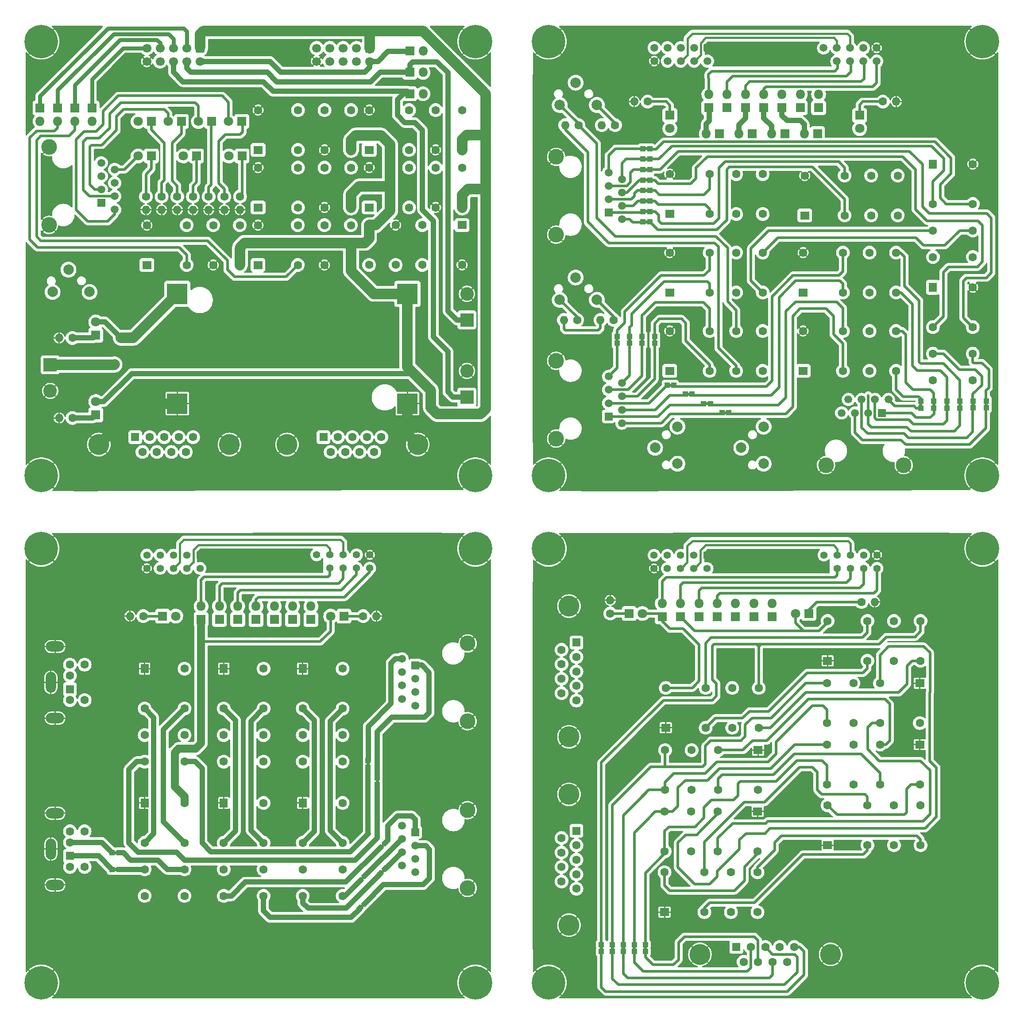
<source format=gtl>
G04 #@! TF.GenerationSoftware,KiCad,Pcbnew,(6.0.1)*
G04 #@! TF.CreationDate,2023-03-04T18:11:18-05:00*
G04 #@! TF.ProjectId,InterfaceModule,496e7465-7266-4616-9365-4d6f64756c65,rev?*
G04 #@! TF.SameCoordinates,Original*
G04 #@! TF.FileFunction,Copper,L1,Top*
G04 #@! TF.FilePolarity,Positive*
%FSLAX46Y46*%
G04 Gerber Fmt 4.6, Leading zero omitted, Abs format (unit mm)*
G04 Created by KiCad (PCBNEW (6.0.1)) date 2023-03-04 18:11:18*
%MOMM*%
%LPD*%
G01*
G04 APERTURE LIST*
G04 Aperture macros list*
%AMRoundRect*
0 Rectangle with rounded corners*
0 $1 Rounding radius*
0 $2 $3 $4 $5 $6 $7 $8 $9 X,Y pos of 4 corners*
0 Add a 4 corners polygon primitive as box body*
4,1,4,$2,$3,$4,$5,$6,$7,$8,$9,$2,$3,0*
0 Add four circle primitives for the rounded corners*
1,1,$1+$1,$2,$3*
1,1,$1+$1,$4,$5*
1,1,$1+$1,$6,$7*
1,1,$1+$1,$8,$9*
0 Add four rect primitives between the rounded corners*
20,1,$1+$1,$2,$3,$4,$5,0*
20,1,$1+$1,$4,$5,$6,$7,0*
20,1,$1+$1,$6,$7,$8,$9,0*
20,1,$1+$1,$8,$9,$2,$3,0*%
%AMRotRect*
0 Rectangle, with rotation*
0 The origin of the aperture is its center*
0 $1 length*
0 $2 width*
0 $3 Rotation angle, in degrees counterclockwise*
0 Add horizontal line*
21,1,$1,$2,0,0,$3*%
G04 Aperture macros list end*
G04 #@! TA.AperFunction,ComponentPad*
%ADD10C,1.600000*%
G04 #@! TD*
G04 #@! TA.AperFunction,ComponentPad*
%ADD11R,1.600000X1.800000*%
G04 #@! TD*
G04 #@! TA.AperFunction,ComponentPad*
%ADD12O,1.600000X1.600000*%
G04 #@! TD*
G04 #@! TA.AperFunction,ComponentPad*
%ADD13R,1.800000X1.800000*%
G04 #@! TD*
G04 #@! TA.AperFunction,ComponentPad*
%ADD14O,1.800000X1.800000*%
G04 #@! TD*
G04 #@! TA.AperFunction,ComponentPad*
%ADD15R,1.600000X1.600000*%
G04 #@! TD*
G04 #@! TA.AperFunction,ComponentPad*
%ADD16O,3.500000X2.000000*%
G04 #@! TD*
G04 #@! TA.AperFunction,ComponentPad*
%ADD17O,2.000000X4.000000*%
G04 #@! TD*
G04 #@! TA.AperFunction,ComponentPad*
%ADD18C,1.800000*%
G04 #@! TD*
G04 #@! TA.AperFunction,SMDPad,CuDef*
%ADD19R,1.000000X1.000000*%
G04 #@! TD*
G04 #@! TA.AperFunction,ComponentPad*
%ADD20C,6.400000*%
G04 #@! TD*
G04 #@! TA.AperFunction,ComponentPad*
%ADD21RoundRect,0.205883X-0.494117X0.494117X-0.494117X-0.494117X0.494117X-0.494117X0.494117X0.494117X0*%
G04 #@! TD*
G04 #@! TA.AperFunction,ComponentPad*
%ADD22C,1.400000*%
G04 #@! TD*
G04 #@! TA.AperFunction,ComponentPad*
%ADD23RoundRect,0.205883X0.494117X-0.494117X0.494117X0.494117X-0.494117X0.494117X-0.494117X-0.494117X0*%
G04 #@! TD*
G04 #@! TA.AperFunction,ComponentPad*
%ADD24R,1.800000X1.600000*%
G04 #@! TD*
G04 #@! TA.AperFunction,ComponentPad*
%ADD25C,2.000000*%
G04 #@! TD*
G04 #@! TA.AperFunction,ComponentPad*
%ADD26R,1.500000X1.500000*%
G04 #@! TD*
G04 #@! TA.AperFunction,ComponentPad*
%ADD27C,1.500000*%
G04 #@! TD*
G04 #@! TA.AperFunction,ComponentPad*
%ADD28C,3.000000*%
G04 #@! TD*
G04 #@! TA.AperFunction,ComponentPad*
%ADD29C,2.010000*%
G04 #@! TD*
G04 #@! TA.AperFunction,SMDPad,CuDef*
%ADD30R,4.000000X4.000000*%
G04 #@! TD*
G04 #@! TA.AperFunction,ComponentPad*
%ADD31R,2.600000X2.600000*%
G04 #@! TD*
G04 #@! TA.AperFunction,ComponentPad*
%ADD32C,2.600000*%
G04 #@! TD*
G04 #@! TA.AperFunction,ComponentPad*
%ADD33C,4.000000*%
G04 #@! TD*
G04 #@! TA.AperFunction,ComponentPad*
%ADD34RoundRect,0.220589X-0.529411X0.529411X-0.529411X-0.529411X0.529411X-0.529411X0.529411X0.529411X0*%
G04 #@! TD*
G04 #@! TA.AperFunction,ComponentPad*
%ADD35RoundRect,0.220589X0.529411X-0.529411X0.529411X0.529411X-0.529411X0.529411X-0.529411X-0.529411X0*%
G04 #@! TD*
G04 #@! TA.AperFunction,SMDPad,CuDef*
%ADD36RotRect,1.000000X1.000000X45.000000*%
G04 #@! TD*
G04 #@! TA.AperFunction,ComponentPad*
%ADD37RoundRect,0.250000X-0.600000X0.600000X-0.600000X-0.600000X0.600000X-0.600000X0.600000X0.600000X0*%
G04 #@! TD*
G04 #@! TA.AperFunction,ComponentPad*
%ADD38C,1.700000*%
G04 #@! TD*
G04 #@! TA.AperFunction,Conductor*
%ADD39C,0.750000*%
G04 #@! TD*
G04 #@! TA.AperFunction,Conductor*
%ADD40C,2.000000*%
G04 #@! TD*
G04 #@! TA.AperFunction,Conductor*
%ADD41C,1.000000*%
G04 #@! TD*
G04 #@! TA.AperFunction,Conductor*
%ADD42C,0.500000*%
G04 #@! TD*
G04 #@! TA.AperFunction,Conductor*
%ADD43C,1.500000*%
G04 #@! TD*
G04 #@! TA.AperFunction,Conductor*
%ADD44C,0.450000*%
G04 #@! TD*
G04 APERTURE END LIST*
G36*
X184994203Y-83707998D02*
G01*
X184394203Y-83707998D01*
X184394203Y-83207998D01*
X184994203Y-83207998D01*
X184994203Y-83707998D01*
G37*
G36*
X124394204Y-71316499D02*
G01*
X123794204Y-71316499D01*
X123794204Y-70816499D01*
X124394204Y-70816499D01*
X124394204Y-71316499D01*
G37*
G36*
X129953999Y-44805797D02*
G01*
X129453999Y-44805797D01*
X129453999Y-44205797D01*
X129953999Y-44205797D01*
X129953999Y-44805797D01*
G37*
G36*
X129805797Y-187646001D02*
G01*
X129205797Y-187646001D01*
X129205797Y-187146001D01*
X129805797Y-187146001D01*
X129805797Y-187646001D01*
G37*
G36*
X138046002Y-81756703D02*
G01*
X137546002Y-81756703D01*
X137546002Y-81156703D01*
X138046002Y-81156703D01*
X138046002Y-81756703D01*
G37*
G36*
X141546002Y-83556703D02*
G01*
X141046002Y-83556703D01*
X141046002Y-82956703D01*
X141546002Y-82956703D01*
X141546002Y-83556703D01*
G37*
G36*
X129953999Y-36805797D02*
G01*
X129453999Y-36805797D01*
X129453999Y-36205797D01*
X129953999Y-36205797D01*
X129953999Y-36805797D01*
G37*
G36*
X129953999Y-40805797D02*
G01*
X129453999Y-40805797D01*
X129453999Y-40205797D01*
X129953999Y-40205797D01*
X129953999Y-40805797D01*
G37*
G36*
X125605797Y-187646001D02*
G01*
X125005797Y-187646001D01*
X125005797Y-187146001D01*
X125605797Y-187146001D01*
X125605797Y-187646001D01*
G37*
G36*
X78556033Y-155716497D02*
G01*
X77956033Y-155716497D01*
X77956033Y-155216497D01*
X78556033Y-155216497D01*
X78556033Y-155716497D01*
G37*
G36*
X195005797Y-83646001D02*
G01*
X194405797Y-83646001D01*
X194405797Y-83146001D01*
X195005797Y-83146001D01*
X195005797Y-83646001D01*
G37*
G36*
X129953999Y-48805797D02*
G01*
X129453999Y-48805797D01*
X129453999Y-48205797D01*
X129953999Y-48205797D01*
X129953999Y-48805797D01*
G37*
G36*
X75829291Y-174057473D02*
G01*
X75475737Y-174411026D01*
X75051473Y-173986762D01*
X75405026Y-173633209D01*
X75829291Y-174057473D01*
G37*
G36*
X182494203Y-83707998D02*
G01*
X181894203Y-83707998D01*
X181894203Y-83207998D01*
X182494203Y-83207998D01*
X182494203Y-83707998D01*
G37*
G36*
X126794204Y-71316499D02*
G01*
X126194204Y-71316499D01*
X126194204Y-70816499D01*
X126794204Y-70816499D01*
X126794204Y-71316499D01*
G37*
G36*
X79695837Y-172699125D02*
G01*
X79342283Y-173052678D01*
X78918019Y-172628414D01*
X79271572Y-172274861D01*
X79695837Y-172699125D01*
G37*
G36*
X127705797Y-187646001D02*
G01*
X127105797Y-187646001D01*
X127105797Y-187146001D01*
X127705797Y-187146001D01*
X127705797Y-187646001D01*
G37*
G36*
X129953999Y-42805797D02*
G01*
X129453999Y-42805797D01*
X129453999Y-42205797D01*
X129953999Y-42205797D01*
X129953999Y-42805797D01*
G37*
G36*
X134546002Y-80056703D02*
G01*
X134046002Y-80056703D01*
X134046002Y-79456703D01*
X134546002Y-79456703D01*
X134546002Y-80056703D01*
G37*
G36*
X192505797Y-83646001D02*
G01*
X191905797Y-83646001D01*
X191905797Y-83146001D01*
X192505797Y-83146001D01*
X192505797Y-83646001D01*
G37*
G36*
X28454000Y-169468295D02*
G01*
X27954000Y-169468295D01*
X27954000Y-168868295D01*
X28454000Y-168868295D01*
X28454000Y-169468295D01*
G37*
G36*
X187494203Y-83707998D02*
G01*
X186894203Y-83707998D01*
X186894203Y-83207998D01*
X187494203Y-83207998D01*
X187494203Y-83707998D01*
G37*
G36*
X28446002Y-172656701D02*
G01*
X27946002Y-172656701D01*
X27946002Y-172056701D01*
X28446002Y-172056701D01*
X28446002Y-172656701D01*
G37*
G36*
X131594204Y-71316499D02*
G01*
X130994204Y-71316499D01*
X130994204Y-70816499D01*
X131594204Y-70816499D01*
X131594204Y-71316499D01*
G37*
G36*
X79676794Y-167767652D02*
G01*
X79323240Y-168121205D01*
X78898976Y-167696941D01*
X79252529Y-167343388D01*
X79676794Y-167767652D01*
G37*
G36*
X129953999Y-46805797D02*
G01*
X129453999Y-46805797D01*
X129453999Y-46205797D01*
X129953999Y-46205797D01*
X129953999Y-46805797D01*
G37*
G36*
X145046002Y-85306964D02*
G01*
X144546002Y-85306964D01*
X144546002Y-84706964D01*
X145046002Y-84706964D01*
X145046002Y-85306964D01*
G37*
G36*
X129953999Y-38805797D02*
G01*
X129453999Y-38805797D01*
X129453999Y-38205797D01*
X129953999Y-38205797D01*
X129953999Y-38805797D01*
G37*
G36*
X129953999Y-34805797D02*
G01*
X129453999Y-34805797D01*
X129453999Y-34205797D01*
X129953999Y-34205797D01*
X129953999Y-34805797D01*
G37*
G36*
X121405797Y-187646001D02*
G01*
X120805797Y-187646001D01*
X120805797Y-187146001D01*
X121405797Y-187146001D01*
X121405797Y-187646001D01*
G37*
G36*
X129194204Y-71316499D02*
G01*
X128594204Y-71316499D01*
X128594204Y-70816499D01*
X129194204Y-70816499D01*
X129194204Y-71316499D01*
G37*
G36*
X123505797Y-187646001D02*
G01*
X122905797Y-187646001D01*
X122905797Y-187146001D01*
X123505797Y-187146001D01*
X123505797Y-187646001D01*
G37*
G36*
X76794204Y-152416497D02*
G01*
X76194204Y-152416497D01*
X76194204Y-151916497D01*
X76794204Y-151916497D01*
X76794204Y-152416497D01*
G37*
G36*
X75748530Y-179338234D02*
G01*
X75394976Y-179691787D01*
X74970712Y-179267523D01*
X75324265Y-178913970D01*
X75748530Y-179338234D01*
G37*
G36*
X189994203Y-83707998D02*
G01*
X189394203Y-83707998D01*
X189394203Y-83207998D01*
X189994203Y-83207998D01*
X189994203Y-83707998D01*
G37*
D10*
X184525000Y-45065000D03*
X184525000Y-50145000D03*
X184525000Y-55225000D03*
X192145000Y-45065000D03*
X192145000Y-50145000D03*
X192145000Y-55225000D03*
D11*
X184525000Y-37445000D03*
D10*
X192145000Y-37445000D03*
X40000000Y-43655000D03*
D12*
X40000000Y-46195000D03*
D13*
X55052167Y-124557498D03*
D14*
X55052167Y-122017498D03*
D10*
X52000000Y-43655000D03*
D12*
X52000000Y-46195000D03*
D15*
X19475001Y-169751664D03*
D10*
X19475001Y-167151664D03*
X19475001Y-171851664D03*
X19475001Y-165051664D03*
X22275001Y-171851664D03*
X22275001Y-165051664D03*
D16*
X16625001Y-175301664D03*
D17*
X15825001Y-168451664D03*
D16*
X16625001Y-161601664D03*
D13*
X46571667Y-29300000D03*
D18*
X44031667Y-29300000D03*
D19*
X184694203Y-82807998D03*
X184694203Y-84107998D03*
D13*
X71875000Y-123900000D03*
D18*
X69335000Y-123900000D03*
D20*
X194000002Y-193999999D03*
D10*
X129945001Y-25500000D03*
D12*
X127405001Y-25500000D03*
D21*
X141336668Y-112250327D03*
D22*
X141336668Y-114790327D03*
X138796668Y-112250327D03*
X138796668Y-114790327D03*
X136256668Y-112250327D03*
X136256668Y-114790327D03*
X133716668Y-112250327D03*
X133716668Y-114790327D03*
X131176668Y-112250327D03*
X131176668Y-114790327D03*
D23*
X66663333Y-114714999D03*
D22*
X66663333Y-112174999D03*
X69203333Y-114714999D03*
X69203333Y-112174999D03*
X71743333Y-114714999D03*
X71743333Y-112174999D03*
X74283333Y-114714999D03*
X74283333Y-112174999D03*
X76823333Y-114714999D03*
X76823333Y-112174999D03*
D10*
X19945001Y-70700000D03*
D12*
X17405001Y-70700000D03*
D19*
X124094204Y-70416499D03*
X124094204Y-71716499D03*
D10*
X140802502Y-180500000D03*
X145882502Y-180500000D03*
X150962502Y-180500000D03*
X140802502Y-172880000D03*
X145882502Y-172880000D03*
X150962502Y-172880000D03*
D24*
X133182502Y-180500000D03*
D10*
X133182502Y-172880000D03*
D25*
X131383335Y-91710000D03*
X135653335Y-94750000D03*
X135653335Y-87660000D03*
D19*
X129053999Y-44505797D03*
X130353999Y-44505797D03*
D10*
X141802501Y-47000000D03*
X146882501Y-47000000D03*
X151962501Y-47000000D03*
X141802501Y-39380000D03*
X146882501Y-39380000D03*
X151962501Y-39380000D03*
D24*
X134182501Y-47000000D03*
D10*
X134182501Y-39380000D03*
D19*
X129505797Y-188046001D03*
X129505797Y-186746001D03*
D13*
X146750002Y-124047664D03*
D14*
X146750002Y-121507664D03*
D10*
X171985002Y-167702663D03*
X177065002Y-167702663D03*
X182145002Y-167702663D03*
X171985002Y-160082663D03*
X177065002Y-160082663D03*
X182145002Y-160082663D03*
D24*
X164365002Y-167702663D03*
D10*
X164365002Y-160082663D03*
D19*
X138446002Y-81456703D03*
X137146002Y-81456703D03*
D10*
X141802501Y-77000000D03*
X146882501Y-77000000D03*
X151962501Y-77000000D03*
X141802501Y-69380000D03*
X146882501Y-69380000D03*
X151962501Y-69380000D03*
D24*
X134182501Y-77000000D03*
D10*
X134182501Y-69380000D03*
D25*
X147865001Y-91710000D03*
X152135001Y-94750000D03*
X152135001Y-87660000D03*
D13*
X84500000Y-15800000D03*
D14*
X87040000Y-15800000D03*
D26*
X174712001Y-85025000D03*
D27*
X175987001Y-82475000D03*
X172162001Y-85025000D03*
X173437001Y-82475000D03*
X169612001Y-85025000D03*
X170887001Y-82475000D03*
X167062001Y-85025000D03*
X168337001Y-82475000D03*
D28*
X164065001Y-95030000D03*
X178935001Y-95030000D03*
D25*
X116185001Y-59137500D03*
X113145001Y-63407500D03*
X120235001Y-63407500D03*
D10*
X63078674Y-45750000D03*
X68158674Y-45750000D03*
X73238674Y-45750000D03*
X63078674Y-38130000D03*
X68158674Y-38130000D03*
X73238674Y-38130000D03*
D24*
X55458674Y-45750000D03*
D10*
X55458674Y-38130000D03*
D29*
X28000001Y-75762500D03*
X29200001Y-70662500D03*
D10*
X167620001Y-47262500D03*
X172700001Y-47262500D03*
X177780001Y-47262500D03*
X167620001Y-39642500D03*
X172700001Y-39642500D03*
X177780001Y-39642500D03*
D24*
X160000001Y-47262500D03*
D10*
X160000001Y-39642500D03*
D19*
X141946002Y-83256703D03*
X140646002Y-83256703D03*
D10*
X174380002Y-148477663D03*
X169300002Y-148477663D03*
X164220002Y-148477663D03*
X174380002Y-156097663D03*
X169300002Y-156097663D03*
X164220002Y-156097663D03*
D24*
X182000002Y-148477663D03*
D10*
X182000002Y-156097663D03*
D26*
X122475002Y-85712000D03*
D27*
X125025002Y-86987000D03*
X122475002Y-83162000D03*
X125025002Y-84437000D03*
X122475002Y-80612000D03*
X125025002Y-81887000D03*
X122475002Y-78062000D03*
X125025002Y-79337000D03*
D28*
X112470002Y-89935000D03*
X112470002Y-75065000D03*
D10*
X167300378Y-76994874D03*
X172380378Y-76994874D03*
X177460378Y-76994874D03*
X167300378Y-69374874D03*
X172380378Y-69374874D03*
X177460378Y-69374874D03*
D24*
X159680378Y-76994874D03*
D10*
X159680378Y-69374874D03*
X33762501Y-141564998D03*
X33762501Y-146644998D03*
X33762501Y-151724998D03*
X41382501Y-141564998D03*
X41382501Y-146644998D03*
X41382501Y-151724998D03*
D11*
X33762501Y-133944998D03*
D10*
X41382501Y-133944998D03*
D13*
X148653948Y-26684807D03*
D14*
X148653948Y-24144807D03*
D19*
X129053999Y-36505797D03*
X130353999Y-36505797D03*
D10*
X63078674Y-34750000D03*
X68158674Y-34750000D03*
X73238674Y-34750000D03*
X63078674Y-27130000D03*
X68158674Y-27130000D03*
X73238674Y-27130000D03*
D24*
X55458674Y-34750000D03*
D10*
X55458674Y-27130000D03*
D13*
X132750003Y-124030011D03*
D14*
X132750003Y-121490011D03*
D26*
X122475002Y-46712000D03*
D27*
X125025002Y-47987000D03*
X122475002Y-44162000D03*
X125025002Y-45437000D03*
X122475002Y-41612000D03*
X125025002Y-42887000D03*
X122475002Y-39062000D03*
X125025002Y-40337000D03*
D28*
X112470002Y-36065000D03*
X112470002Y-50935000D03*
D10*
X116470001Y-67262500D03*
D12*
X113930001Y-67262500D03*
D10*
X33500000Y-123900000D03*
D12*
X30960000Y-123900000D03*
D19*
X129053999Y-40505797D03*
X130353999Y-40505797D03*
D10*
X19945002Y-86000000D03*
D12*
X17405002Y-86000000D03*
D10*
X116720001Y-30000000D03*
D12*
X114180001Y-30000000D03*
D19*
X125305797Y-188046001D03*
X125305797Y-186746001D03*
D30*
X40000001Y-62262500D03*
X40000001Y-83262500D03*
X84000001Y-62262500D03*
X84000001Y-83262500D03*
D25*
X116185002Y-21875000D03*
X113145002Y-26145000D03*
X120235002Y-26145000D03*
D10*
X34000000Y-43654999D03*
D12*
X34000000Y-46194999D03*
D21*
X44330001Y-112222498D03*
D22*
X44330001Y-114762498D03*
X41790001Y-112222498D03*
X41790001Y-114762498D03*
X39250001Y-112222498D03*
X39250001Y-114762498D03*
X36710001Y-112222498D03*
X36710001Y-114762498D03*
X34170001Y-112222498D03*
X34170001Y-114762498D03*
D13*
X136250002Y-124047662D03*
D14*
X136250002Y-121507662D03*
D20*
X111000002Y-14000000D03*
D13*
X84454999Y-19900000D03*
D14*
X86994999Y-19900000D03*
D31*
X15695001Y-75830001D03*
D32*
X15695001Y-80830001D03*
D33*
X49990001Y-91089670D03*
X24990001Y-91089670D03*
D15*
X31950001Y-89669670D03*
D10*
X34720001Y-89669670D03*
X37490001Y-89669670D03*
X40260001Y-89669670D03*
X43030001Y-89669670D03*
X33335001Y-92509670D03*
X36105001Y-92509670D03*
X38875001Y-92509670D03*
X41645001Y-92509670D03*
X170855000Y-121200000D03*
D12*
X173395000Y-121200000D03*
D19*
X78256033Y-154816497D03*
X78256033Y-156116497D03*
D34*
X141380001Y-15210000D03*
D27*
X141380001Y-17750000D03*
X138840001Y-15210000D03*
X138840001Y-17750000D03*
X136300001Y-15210000D03*
X136300001Y-17750000D03*
X133760001Y-15210000D03*
X133760001Y-17750000D03*
X131220001Y-15210000D03*
X131220001Y-17750000D03*
D13*
X159153948Y-26684807D03*
D14*
X159153948Y-24144807D03*
D13*
X44552167Y-124539847D03*
D14*
X44552167Y-121999847D03*
D10*
X37000000Y-43655000D03*
D12*
X37000000Y-46195000D03*
D20*
X97000001Y-14000001D03*
D13*
X35040000Y-35900000D03*
D18*
X32500000Y-35900000D03*
D13*
X24400000Y-85400000D03*
D18*
X24400000Y-82860000D03*
D10*
X46000000Y-43655000D03*
D12*
X46000000Y-46195000D03*
D13*
X84454999Y-24000000D03*
D14*
X86994999Y-24000000D03*
D10*
X143447502Y-149525000D03*
X138367502Y-149525000D03*
X133287502Y-149525000D03*
X143447502Y-157145000D03*
X138367502Y-157145000D03*
X133287502Y-157145000D03*
D24*
X151067502Y-149525000D03*
D10*
X151067502Y-157145000D03*
D13*
X153750002Y-124047663D03*
D14*
X153750002Y-121507663D03*
D26*
X85525001Y-165229664D03*
D27*
X82975001Y-163954664D03*
X85525001Y-167779664D03*
X82975001Y-166504664D03*
X85525001Y-170329664D03*
X82975001Y-169054664D03*
X85525001Y-172879664D03*
X82975001Y-171604664D03*
D28*
X95530001Y-175876664D03*
X95530001Y-161006664D03*
D13*
X13750001Y-26717500D03*
D14*
X13750001Y-29257500D03*
D13*
X143697283Y-31639807D03*
D14*
X141157283Y-31639807D03*
D13*
X62052167Y-124557498D03*
D14*
X62052167Y-122017498D03*
D33*
X114910333Y-121989999D03*
X114910333Y-146989999D03*
D15*
X116330333Y-128949999D03*
D10*
X116330333Y-131719999D03*
X116330333Y-134489999D03*
X116330333Y-137259999D03*
X116330333Y-140029999D03*
X113490333Y-130334999D03*
X113490333Y-133104999D03*
X113490333Y-135874999D03*
X113490333Y-138644999D03*
X43000000Y-43660000D03*
D12*
X43000000Y-46200000D03*
D10*
X123470001Y-67262500D03*
D12*
X120930001Y-67262500D03*
D10*
X49000000Y-43655000D03*
D12*
X49000000Y-46195000D03*
D20*
X194000002Y-110999999D03*
D13*
X149945001Y-31639807D03*
D14*
X147405001Y-31639807D03*
D13*
X65552167Y-124557498D03*
D14*
X65552167Y-122017498D03*
D10*
X86835646Y-49120850D03*
X81755646Y-49120850D03*
X76675646Y-49120850D03*
X86835646Y-56740850D03*
X81755646Y-56740850D03*
X76675646Y-56740850D03*
D24*
X94455646Y-49120850D03*
D10*
X94455646Y-56740850D03*
D35*
X163600001Y-17762500D03*
D27*
X163600001Y-15222500D03*
X166140001Y-17762500D03*
X166140001Y-15222500D03*
X168680001Y-17762500D03*
X168680001Y-15222500D03*
X171220001Y-17762500D03*
X171220001Y-15222500D03*
X173760001Y-17762500D03*
X173760001Y-15222500D03*
D13*
X156193948Y-31639807D03*
D14*
X153653948Y-31639807D03*
D19*
X194705797Y-84046001D03*
X194705797Y-82746001D03*
D31*
X95400001Y-82012500D03*
D32*
X95400001Y-77012500D03*
D33*
X114910333Y-157989999D03*
X114910333Y-182989999D03*
D15*
X116330333Y-164949999D03*
D10*
X116330333Y-167719999D03*
X116330333Y-170489999D03*
X116330333Y-173259999D03*
X116330333Y-176029999D03*
X113490333Y-166334999D03*
X113490333Y-169104999D03*
X113490333Y-171874999D03*
X113490333Y-174644999D03*
D19*
X129053999Y-48505797D03*
X130353999Y-48505797D03*
D33*
X60990001Y-91089670D03*
X85990001Y-91089670D03*
D15*
X67950001Y-89669670D03*
D10*
X70720001Y-89669670D03*
X73490001Y-89669670D03*
X76260001Y-89669670D03*
X79030001Y-89669670D03*
X69335001Y-92509670D03*
X72105001Y-92509670D03*
X74875001Y-92509670D03*
X77645001Y-92509670D03*
D20*
X194000002Y-97000000D03*
D36*
X74980762Y-174481737D03*
X75900001Y-173562498D03*
D13*
X126425000Y-123400000D03*
D18*
X128965000Y-123400000D03*
D10*
X84328674Y-45750000D03*
X89408674Y-45750000D03*
X94488674Y-45750000D03*
X84328674Y-38130000D03*
X89408674Y-38130000D03*
X94488674Y-38130000D03*
D24*
X76708674Y-45750000D03*
D10*
X76708674Y-38130000D03*
X123720001Y-30000000D03*
D12*
X121180001Y-30000000D03*
D10*
X141802501Y-62000000D03*
X146882501Y-62000000D03*
X151962501Y-62000000D03*
X141802501Y-54380000D03*
X146882501Y-54380000D03*
X151962501Y-54380000D03*
D24*
X134182501Y-62000000D03*
D10*
X134182501Y-54380000D03*
D20*
X111000002Y-97000000D03*
D37*
X44330001Y-15260000D03*
D38*
X44330001Y-17800000D03*
X41790001Y-15260000D03*
X41790001Y-17800000D03*
X39250001Y-15260000D03*
X39250001Y-17800000D03*
X36710001Y-15260000D03*
X36710001Y-17800000D03*
X34170001Y-15260000D03*
X34170001Y-17800000D03*
D10*
X122800000Y-123400000D03*
D12*
X122800000Y-120860000D03*
D10*
X174380002Y-136727663D03*
X169300002Y-136727663D03*
X164220002Y-136727663D03*
X174380002Y-144347663D03*
X169300002Y-144347663D03*
X164220002Y-144347663D03*
D24*
X182000002Y-136727663D03*
D10*
X182000002Y-144347663D03*
D23*
X163663334Y-114752663D03*
D22*
X163663334Y-112212663D03*
X166203334Y-114752663D03*
X166203334Y-112212663D03*
X168743334Y-114752663D03*
X168743334Y-112212663D03*
X171283334Y-114752663D03*
X171283334Y-112212663D03*
X173823334Y-114752663D03*
X173823334Y-112212663D03*
D13*
X143250001Y-124047661D03*
D14*
X143250001Y-121507661D03*
D10*
X48881251Y-167244164D03*
X48881251Y-172324164D03*
X48881251Y-177404164D03*
X56501251Y-167244164D03*
X56501251Y-172324164D03*
X56501251Y-177404164D03*
D11*
X48881251Y-159624164D03*
D10*
X56501251Y-159624164D03*
D15*
X19475001Y-137868332D03*
D10*
X19475001Y-135268332D03*
X19475001Y-139968332D03*
X19475001Y-133168332D03*
X22275001Y-139968332D03*
X22275001Y-133168332D03*
D16*
X16625001Y-143418332D03*
D17*
X15825001Y-136568332D03*
D16*
X16625001Y-129718332D03*
D19*
X182194203Y-82807998D03*
X182194203Y-84107998D03*
X126494204Y-70416499D03*
X126494204Y-71716499D03*
D33*
X139949998Y-188589669D03*
X164949998Y-188589669D03*
D15*
X146909998Y-187169669D03*
D10*
X149679998Y-187169669D03*
X152449998Y-187169669D03*
X155219998Y-187169669D03*
X157989998Y-187169669D03*
X148294998Y-190009669D03*
X151064998Y-190009669D03*
X153834998Y-190009669D03*
X156604998Y-190009669D03*
D36*
X78847308Y-173123389D03*
X79766547Y-172204150D03*
D13*
X52350000Y-29300000D03*
D18*
X49810000Y-29300000D03*
D13*
X160775000Y-123400000D03*
D18*
X158235000Y-123400000D03*
D19*
X127405797Y-188046001D03*
X127405797Y-186746001D03*
D13*
X58552167Y-124557498D03*
D14*
X58552167Y-122017498D03*
D19*
X129053999Y-42505797D03*
X130353999Y-42505797D03*
X134946002Y-79756703D03*
X133646002Y-79756703D03*
X192205797Y-84046001D03*
X192205797Y-82746001D03*
D10*
X84328674Y-34750000D03*
X89408674Y-34750000D03*
X94488674Y-34750000D03*
X84328674Y-27130000D03*
X89408674Y-27130000D03*
X94488674Y-27130000D03*
D24*
X76708674Y-34750000D03*
D10*
X76708674Y-27130000D03*
D13*
X48052167Y-124557498D03*
D14*
X48052167Y-122017498D03*
D19*
X27554000Y-169168295D03*
X28854000Y-169168295D03*
D13*
X145153948Y-26684807D03*
D14*
X145153948Y-24144807D03*
D13*
X51552167Y-124557498D03*
D14*
X51552167Y-122017498D03*
D19*
X187194203Y-82807998D03*
X187194203Y-84107998D03*
D13*
X150250002Y-124047662D03*
D14*
X150250002Y-121507662D03*
D10*
X174955000Y-25500000D03*
D12*
X177495000Y-25500000D03*
D10*
X167302501Y-62000000D03*
X172382501Y-62000000D03*
X177462501Y-62000000D03*
X167302501Y-54380000D03*
X172382501Y-54380000D03*
X177462501Y-54380000D03*
D24*
X159682501Y-62000000D03*
D10*
X159682501Y-54380000D03*
X143380002Y-161262500D03*
X138300002Y-161262500D03*
X133220002Y-161262500D03*
X143380002Y-168882500D03*
X138300002Y-168882500D03*
X133220002Y-168882500D03*
D24*
X151000002Y-161262500D03*
D10*
X151000002Y-168882500D03*
X141052502Y-145250000D03*
X146132502Y-145250000D03*
X151212502Y-145250000D03*
X141052502Y-137630000D03*
X146132502Y-137630000D03*
X151212502Y-137630000D03*
D24*
X133432502Y-145250000D03*
D10*
X133432502Y-137630000D03*
D13*
X134200000Y-28125000D03*
D18*
X134200000Y-30665000D03*
D19*
X28846002Y-172356701D03*
X27546002Y-172356701D03*
D13*
X37179999Y-123900000D03*
D18*
X39719999Y-123900000D03*
D19*
X131294204Y-70416499D03*
X131294204Y-71716499D03*
D37*
X76823333Y-15260000D03*
D38*
X76823333Y-17800000D03*
X74283333Y-15260000D03*
X74283333Y-17800000D03*
X71743333Y-15260000D03*
X71743333Y-17800000D03*
X69203333Y-15260000D03*
X69203333Y-17800000D03*
X66663333Y-15260000D03*
X66663333Y-17800000D03*
D10*
X48880001Y-141564998D03*
X48880001Y-146644998D03*
X48880001Y-151724998D03*
X56500001Y-141564998D03*
X56500001Y-146644998D03*
X56500001Y-151724998D03*
D11*
X48880001Y-133944998D03*
D10*
X56500001Y-133944998D03*
X63052501Y-56750000D03*
X68132501Y-56750000D03*
X73212501Y-56750000D03*
X63052501Y-49130000D03*
X68132501Y-49130000D03*
X73212501Y-49130000D03*
D24*
X55432501Y-56750000D03*
D10*
X55432501Y-49130000D03*
D20*
X97000001Y-193999999D03*
X194000002Y-14000000D03*
D13*
X139750002Y-124047663D03*
D14*
X139750002Y-121507663D03*
D13*
X162442283Y-31639807D03*
D14*
X159902283Y-31639807D03*
D20*
X111000002Y-193999999D03*
D10*
X75554999Y-123900000D03*
D12*
X78094999Y-123900000D03*
D20*
X14000001Y-97000001D03*
D25*
X19185001Y-57637500D03*
X16145001Y-61907500D03*
X23235001Y-61907500D03*
D10*
X64000001Y-167244164D03*
X64000001Y-172324164D03*
X64000001Y-177404164D03*
X71620001Y-167244164D03*
X71620001Y-172324164D03*
X71620001Y-177404164D03*
D11*
X64000001Y-159624164D03*
D10*
X71620001Y-159624164D03*
D13*
X24400000Y-70175000D03*
D18*
X24400000Y-67635000D03*
D13*
X17100000Y-26717500D03*
D14*
X17100000Y-29257500D03*
D36*
X78828265Y-168191916D03*
X79747504Y-167272677D03*
D13*
X162653948Y-26684807D03*
D14*
X162653948Y-24144807D03*
D19*
X129053999Y-46505797D03*
X130353999Y-46505797D03*
D31*
X95400001Y-67262500D03*
D32*
X95400001Y-62262500D03*
D19*
X145446002Y-85006964D03*
X144146002Y-85006964D03*
D13*
X152153948Y-26684807D03*
D14*
X152153948Y-24144807D03*
D13*
X170500000Y-28125000D03*
D18*
X170500000Y-30665000D03*
D20*
X97000001Y-110999999D03*
D19*
X129053999Y-38505797D03*
X130353999Y-38505797D03*
D13*
X43675000Y-35900000D03*
D18*
X41135000Y-35900000D03*
D10*
X171985002Y-132440163D03*
X177065002Y-132440163D03*
X182145002Y-132440163D03*
X171985002Y-124820163D03*
X177065002Y-124820163D03*
X182145002Y-124820163D03*
D24*
X164365002Y-132440163D03*
D10*
X164365002Y-124820163D03*
D13*
X35015001Y-29300000D03*
D18*
X32475001Y-29300000D03*
D13*
X141653948Y-26684807D03*
D14*
X141653948Y-24144807D03*
D20*
X14000001Y-110999999D03*
D19*
X129053999Y-34505797D03*
X130353999Y-34505797D03*
X121105797Y-188046001D03*
X121105797Y-186746001D03*
D10*
X184500001Y-68632500D03*
X184500001Y-73712500D03*
X184500001Y-78792500D03*
X192120001Y-68632500D03*
X192120001Y-73712500D03*
X192120001Y-78792500D03*
D11*
X184500001Y-61012500D03*
D10*
X192120001Y-61012500D03*
D13*
X155653948Y-26684807D03*
D14*
X155653948Y-24144807D03*
D19*
X128894204Y-70416499D03*
X128894204Y-71716499D03*
D20*
X14000001Y-193999999D03*
D13*
X20400000Y-26717500D03*
D14*
X20400000Y-29257500D03*
D10*
X64000001Y-141564998D03*
X64000001Y-146644998D03*
X64000001Y-151724998D03*
X71620001Y-141564998D03*
X71620001Y-146644998D03*
X71620001Y-151724998D03*
D11*
X64000001Y-133944998D03*
D10*
X71620001Y-133944998D03*
D13*
X23700000Y-26717500D03*
D14*
X23700000Y-29257500D03*
D20*
X111000002Y-110999999D03*
D13*
X40793334Y-29300000D03*
D18*
X38253334Y-29300000D03*
D13*
X52375000Y-35900000D03*
D18*
X49835000Y-35900000D03*
D20*
X97000001Y-97000001D03*
D10*
X33762501Y-167244164D03*
X33762501Y-172324164D03*
X33762501Y-177404164D03*
X41382501Y-167244164D03*
X41382501Y-172324164D03*
X41382501Y-177404164D03*
D11*
X33762501Y-159624164D03*
D10*
X41382501Y-159624164D03*
X41802501Y-56750000D03*
X46882501Y-56750000D03*
X51962501Y-56750000D03*
X41802501Y-49130000D03*
X46882501Y-49130000D03*
X51962501Y-49130000D03*
D24*
X34182501Y-56750000D03*
D10*
X34182501Y-49130000D03*
D26*
X85525001Y-133346332D03*
D27*
X82975001Y-132071332D03*
X85525001Y-135896332D03*
X82975001Y-134621332D03*
X85525001Y-138446332D03*
X82975001Y-137171332D03*
X85525001Y-140996332D03*
X82975001Y-139721332D03*
D28*
X95530001Y-143993332D03*
X95530001Y-129123332D03*
D19*
X123205797Y-188046001D03*
X123205797Y-186746001D03*
X76494204Y-151516497D03*
X76494204Y-152816497D03*
D26*
X25475001Y-44862500D03*
D27*
X28025001Y-46137500D03*
X25475001Y-42312500D03*
X28025001Y-43587500D03*
X25475001Y-39762500D03*
X28025001Y-41037500D03*
X25475001Y-37212500D03*
X28025001Y-38487500D03*
D28*
X15470001Y-49085500D03*
X15470001Y-34215500D03*
D36*
X74900001Y-179762498D03*
X75819240Y-178843259D03*
D19*
X189694203Y-82807998D03*
X189694203Y-84107998D03*
D20*
X14000001Y-14000001D03*
D39*
X41790001Y-12052500D02*
X41790001Y-15260000D01*
X41223950Y-11486449D02*
X41790001Y-12052500D01*
X13750001Y-24449999D02*
X26713551Y-11486449D01*
X13750001Y-26717500D02*
X13750001Y-24449999D01*
X26713551Y-11486449D02*
X41223950Y-11486449D01*
D40*
X15695001Y-75830001D02*
X27950001Y-75830001D01*
X15695001Y-75830001D02*
X15745001Y-75780001D01*
X27950001Y-75830001D02*
X28000001Y-75780001D01*
D39*
X27814031Y-12585969D02*
X38323470Y-12585969D01*
X17100000Y-26717500D02*
X17100000Y-23300000D01*
X39250001Y-13512500D02*
X39250001Y-15260000D01*
X17100000Y-23300000D02*
X27814031Y-12585969D01*
X38323470Y-12585969D02*
X39250001Y-13512500D01*
X20400000Y-26717500D02*
X20400000Y-24200000D01*
X36710001Y-15260000D02*
X36710001Y-14302500D01*
X36092990Y-13685489D02*
X29014511Y-13685489D01*
X20400000Y-22300000D02*
X29014511Y-13685489D01*
X20400000Y-24200000D02*
X20400000Y-22300000D01*
X36710001Y-14302500D02*
X36092990Y-13685489D01*
X29640000Y-15260000D02*
X32752501Y-15260000D01*
X34170001Y-15260000D02*
X32752501Y-15260000D01*
X32752501Y-15260000D02*
X32750001Y-15262500D01*
X23700000Y-21200000D02*
X29640000Y-15260000D01*
X23700000Y-26717500D02*
X23700000Y-21200000D01*
D41*
X57700000Y-17800000D02*
X59800000Y-19900000D01*
X76823333Y-18976667D02*
X76823333Y-17800000D01*
X76823333Y-17800000D02*
X78400000Y-17800000D01*
X75900000Y-19900000D02*
X76823333Y-18976667D01*
X84400000Y-15900000D02*
X84500000Y-15800000D01*
X44330001Y-17800000D02*
X57700000Y-17800000D01*
X80300000Y-15900000D02*
X84400000Y-15900000D01*
X78400000Y-17800000D02*
X80300000Y-15900000D01*
X59800000Y-19900000D02*
X75900000Y-19900000D01*
X91796272Y-19996272D02*
X89700000Y-17900000D01*
X57200000Y-19900000D02*
X42580002Y-19900000D01*
X89700000Y-17900000D02*
X85000000Y-17900000D01*
X84454999Y-18445001D02*
X85000000Y-17900000D01*
X95400001Y-67262500D02*
X93500001Y-67262500D01*
X42580002Y-19900000D02*
X41790001Y-19109999D01*
X59000000Y-21700000D02*
X57200000Y-19900000D01*
X84454999Y-19900000D02*
X84454999Y-18445001D01*
X82500000Y-19900000D02*
X84454999Y-19900000D01*
X77000000Y-21700000D02*
X78800000Y-19900000D01*
X77000000Y-21700000D02*
X59000000Y-21700000D01*
X91796272Y-65558771D02*
X91796272Y-19996272D01*
X78800000Y-19900000D02*
X82500000Y-19900000D01*
X41790001Y-19109999D02*
X41790001Y-17800000D01*
X93500001Y-67262500D02*
X91796272Y-65558771D01*
X88981171Y-48281171D02*
X86900000Y-46200000D01*
X92750001Y-82012500D02*
X91750001Y-81012500D01*
X56500000Y-21700000D02*
X58300000Y-23500000D01*
X91750001Y-73262500D02*
X88981171Y-70493670D01*
X95400001Y-82012500D02*
X92750001Y-82012500D01*
X88981171Y-70493670D02*
X88981171Y-48281171D01*
X82100000Y-25100000D02*
X83200000Y-24000000D01*
X82100000Y-28100000D02*
X82100000Y-25100000D01*
X85400000Y-29500000D02*
X83500000Y-29500000D01*
X83954999Y-23500000D02*
X84454999Y-24000000D01*
X41100000Y-21700000D02*
X56500000Y-21700000D01*
X58300000Y-23500000D02*
X83954999Y-23500000D01*
X83200000Y-24000000D02*
X84454999Y-24000000D01*
X91750001Y-81012500D02*
X91750001Y-73262500D01*
X39250001Y-19850001D02*
X41100000Y-21700000D01*
X86900000Y-31000000D02*
X85400000Y-29500000D01*
X86900000Y-46200000D02*
X86900000Y-31000000D01*
X83500000Y-29500000D02*
X82100000Y-28100000D01*
X39250001Y-17800000D02*
X39250001Y-19850001D01*
D40*
X94488674Y-32711326D02*
X95300001Y-31899999D01*
X51962501Y-53625000D02*
X52037501Y-53550000D01*
X52825001Y-52512500D02*
X52037501Y-53300000D01*
X44389512Y-12622989D02*
X44389512Y-14512500D01*
X98000001Y-85262500D02*
X99000001Y-84262500D01*
D41*
X24400000Y-82860000D02*
X25940000Y-82860000D01*
D40*
X99000001Y-42200001D02*
X99000001Y-31899999D01*
X73212501Y-57881370D02*
X77593631Y-62262500D01*
X44389513Y-13236102D02*
X44389513Y-15125613D01*
X74800000Y-41700000D02*
X80700000Y-41700000D01*
D41*
X25940000Y-82860000D02*
X31300000Y-77500000D01*
D40*
X73238674Y-32861326D02*
X74100000Y-32000000D01*
X99000001Y-84262500D02*
X99000001Y-42200001D01*
X72500001Y-52512500D02*
X70750001Y-52512500D01*
X88500001Y-80762500D02*
X88500001Y-84012500D01*
X76675646Y-51724354D02*
X76675646Y-49120850D01*
X74100000Y-32000000D02*
X79000000Y-32000000D01*
X95577347Y-42200001D02*
X99000001Y-42200001D01*
X84000001Y-62262500D02*
X84000001Y-76262500D01*
X78750001Y-12012500D02*
X45000001Y-12012500D01*
X77979150Y-49120850D02*
X76675646Y-49120850D01*
X80700000Y-41700000D02*
X80700000Y-46400000D01*
X76823333Y-12010000D02*
X76823333Y-15260000D01*
X73238674Y-34750000D02*
X73238674Y-32861326D01*
X87000001Y-12012500D02*
X78750001Y-12012500D01*
X88500001Y-84012500D02*
X89750001Y-85262500D01*
X79000000Y-32000000D02*
X80700000Y-33700000D01*
X73212501Y-56750000D02*
X73212501Y-53225000D01*
X51962501Y-56750000D02*
X51962501Y-54800000D01*
X94488674Y-43288674D02*
X95577347Y-42200001D01*
X94488674Y-45750000D02*
X94488674Y-43288674D01*
X80700000Y-33700000D02*
X80700000Y-41700000D01*
X51962501Y-54725000D02*
X51962501Y-54800000D01*
X73238674Y-45750000D02*
X73238674Y-43261326D01*
X84000001Y-76262500D02*
X85568751Y-77831249D01*
D41*
X31300000Y-77500000D02*
X85237502Y-77500000D01*
X85237502Y-77500000D02*
X85568751Y-77831249D01*
D40*
X73238674Y-43261326D02*
X74800000Y-41700000D01*
X95300001Y-31899999D02*
X99000001Y-31899999D01*
X51962501Y-54800000D02*
X51962501Y-53625000D01*
X94488674Y-34750000D02*
X94488674Y-32711326D01*
X69387500Y-52512500D02*
X52825001Y-52512500D01*
X77593631Y-62262500D02*
X84000001Y-62262500D01*
X52037501Y-53550000D02*
X52037501Y-53300000D01*
X85568751Y-77831249D02*
X88500001Y-80762500D01*
X73212501Y-53225000D02*
X72500001Y-52512500D01*
X70750001Y-52512500D02*
X69387500Y-52512500D01*
X99000001Y-24012500D02*
X87000001Y-12012500D01*
X75887500Y-52512500D02*
X76675646Y-51724354D01*
X73212501Y-56750000D02*
X73212501Y-57881370D01*
X69387500Y-52512500D02*
X75887500Y-52512500D01*
X89750001Y-85262500D02*
X98000001Y-85262500D01*
X80700000Y-46400000D02*
X77979150Y-49120850D01*
X45000001Y-12012500D02*
X44389512Y-12622989D01*
X99000001Y-31899999D02*
X99000001Y-24012500D01*
X84000001Y-89099670D02*
X85990001Y-91089670D01*
X84000001Y-83262500D02*
X84000001Y-89099670D01*
X32817171Y-83262500D02*
X40000001Y-83262500D01*
X24990001Y-91089670D02*
X32817171Y-83262500D01*
D42*
X184694203Y-81294203D02*
X184000000Y-80600000D01*
X179300000Y-70049748D02*
X178625126Y-69374874D01*
X184694203Y-82807998D02*
X184694203Y-81294203D01*
X180700000Y-80600000D02*
X179300000Y-79200000D01*
X178625126Y-69374874D02*
X177460378Y-69374874D01*
X179300000Y-79200000D02*
X179300000Y-70049748D01*
X184000000Y-80600000D02*
X180700000Y-80600000D01*
X182194203Y-82807998D02*
X182194203Y-82294203D01*
X177460378Y-80560378D02*
X177460378Y-76994874D01*
X182194203Y-82294203D02*
X181800000Y-81900000D01*
X181800000Y-81900000D02*
X178800000Y-81900000D01*
X178800000Y-81900000D02*
X177460378Y-80560378D01*
X182200000Y-75600000D02*
X181900000Y-75300000D01*
X189694203Y-82807998D02*
X189694203Y-78794203D01*
X179100000Y-55200000D02*
X178280000Y-54380000D01*
X189694203Y-78794203D02*
X186500000Y-75600000D01*
X181900000Y-75300000D02*
X181900000Y-63600000D01*
X181900000Y-63600000D02*
X179100000Y-60800000D01*
X178280000Y-54380000D02*
X177462501Y-54380000D01*
X186500000Y-75600000D02*
X182200000Y-75600000D01*
X179100000Y-60800000D02*
X179100000Y-55200000D01*
X187194203Y-82807998D02*
X187194203Y-78194203D01*
X180600000Y-76000000D02*
X180600000Y-64200000D01*
X180600000Y-64200000D02*
X178400000Y-62000000D01*
X187194203Y-78194203D02*
X185900000Y-76900000D01*
X181500000Y-76900000D02*
X180600000Y-76000000D01*
X178400000Y-62000000D02*
X177462501Y-62000000D01*
X185900000Y-76900000D02*
X181500000Y-76900000D01*
X191500000Y-91100000D02*
X194650000Y-87950000D01*
X192120001Y-75320001D02*
X192120001Y-73712500D01*
X195200001Y-80199999D02*
X195200001Y-76792500D01*
X169612001Y-85025000D02*
X169612001Y-88812000D01*
X171000001Y-90200000D02*
X178400000Y-90200000D01*
X194650000Y-87950000D02*
X194650000Y-80750000D01*
X178400000Y-90200000D02*
X179300000Y-91100000D01*
X192300000Y-75500000D02*
X192120001Y-75320001D01*
X194650000Y-80750000D02*
X195200001Y-80199999D01*
X195200001Y-76792500D02*
X193907500Y-75500000D01*
X169612001Y-88812000D02*
X171000001Y-90200000D01*
X179300000Y-91100000D02*
X191500000Y-91100000D01*
X193907500Y-75500000D02*
X192300000Y-75500000D01*
X193900001Y-79699999D02*
X193900001Y-78062500D01*
X192150000Y-81450000D02*
X193900001Y-79699999D01*
X172000001Y-88966666D02*
X178966666Y-88966666D01*
X170887001Y-87112999D02*
X170887001Y-82475000D01*
X170887001Y-87853666D02*
X172000001Y-88966666D01*
X170887001Y-87649500D02*
X170887001Y-87112999D01*
X193900001Y-78062500D02*
X192637500Y-76800000D01*
X189600000Y-76800000D02*
X186512500Y-73712500D01*
X179800000Y-89800000D02*
X191000000Y-89800000D01*
X186512500Y-73712500D02*
X184500001Y-73712500D01*
X192637500Y-76800000D02*
X189600000Y-76800000D01*
X191000000Y-89800000D02*
X192150000Y-88650000D01*
X170887001Y-87112999D02*
X170887001Y-87853666D01*
X178966666Y-88966666D02*
X179800000Y-89800000D01*
X192150000Y-88650000D02*
X192150000Y-81450000D01*
X186750001Y-53012500D02*
X189617501Y-50145000D01*
X151962501Y-54380000D02*
X154830001Y-51512500D01*
X154830001Y-51512500D02*
X181250001Y-51512500D01*
X189617501Y-50145000D02*
X192145000Y-50145000D01*
X181250001Y-51512500D02*
X182750001Y-53012500D01*
X182750001Y-53012500D02*
X186750001Y-53012500D01*
X149725001Y-59762500D02*
X149725001Y-53537500D01*
X149725001Y-53537500D02*
X153117501Y-50145000D01*
X151962501Y-62000000D02*
X149725001Y-59762500D01*
X153117501Y-50145000D02*
X184525000Y-50145000D01*
X130353999Y-46505797D02*
X131405797Y-46505797D01*
X143931250Y-37831250D02*
X144750001Y-37012500D01*
X143600000Y-38162500D02*
X143931250Y-37831250D01*
X132600000Y-48800000D02*
X142600000Y-48800000D01*
X144750001Y-37012500D02*
X166500001Y-37012500D01*
X132100000Y-48300000D02*
X132600000Y-48800000D01*
X167620001Y-38132500D02*
X167620001Y-39642500D01*
X131405797Y-46505797D02*
X132100000Y-47200000D01*
X142600000Y-48800000D02*
X143600000Y-47800000D01*
X166500001Y-37012500D02*
X167620001Y-38132500D01*
X132100000Y-47200000D02*
X132100000Y-48300000D01*
X143600000Y-47800000D02*
X143600000Y-38162500D01*
X130405797Y-48505797D02*
X131900000Y-50000000D01*
X145081250Y-48118750D02*
X145081250Y-38481250D01*
X130353999Y-48505797D02*
X130405797Y-48505797D01*
X161467990Y-37980489D02*
X162000001Y-38512500D01*
X161500001Y-38012500D02*
X162000001Y-38512500D01*
X162000001Y-38512500D02*
X167620001Y-44132500D01*
X143200000Y-50000000D02*
X145081250Y-48118750D01*
X167620001Y-44132500D02*
X167620001Y-47262500D01*
X145081250Y-38481250D02*
X145582012Y-37980489D01*
X131900000Y-50000000D02*
X143200000Y-50000000D01*
X145582012Y-37980489D02*
X161467990Y-37980489D01*
X130353999Y-42505797D02*
X131405797Y-42505797D01*
X140700000Y-43300000D02*
X141802501Y-42197499D01*
X131405797Y-42505797D02*
X132200000Y-43300000D01*
X132200000Y-43300000D02*
X140700000Y-43300000D01*
X141802501Y-42197499D02*
X141802501Y-39380000D01*
X131305797Y-44505797D02*
X132000000Y-45200000D01*
X132000000Y-45200000D02*
X141000000Y-45200000D01*
X130353999Y-44505797D02*
X131305797Y-44505797D01*
X141000000Y-45200000D02*
X141802501Y-46002501D01*
X141802501Y-46002501D02*
X141802501Y-47000000D01*
X195700000Y-47800000D02*
X195050000Y-47150000D01*
X192120001Y-68632500D02*
X190743751Y-67256249D01*
X195700000Y-58200000D02*
X195700000Y-47800000D01*
X190900000Y-59200000D02*
X194700000Y-59200000D01*
X190300000Y-66812498D02*
X190300000Y-59800000D01*
X182500001Y-43899999D02*
X182500001Y-37512500D01*
X190743751Y-67256249D02*
X190500001Y-67012500D01*
X182500001Y-45600001D02*
X183800000Y-46900000D01*
X132294203Y-38505797D02*
X130353999Y-38505797D01*
X182500001Y-45512500D02*
X182500001Y-43899999D01*
X194800000Y-46900000D02*
X195050000Y-47150000D01*
X183800000Y-46900000D02*
X194800000Y-46900000D01*
X194700000Y-59200000D02*
X195700000Y-58200000D01*
X135787500Y-35012500D02*
X132294203Y-38505797D01*
X190743751Y-67256249D02*
X190300000Y-66812498D01*
X182500001Y-37512500D02*
X180000001Y-35012500D01*
X180000001Y-35012500D02*
X135787500Y-35012500D01*
X190300000Y-59800000D02*
X190900000Y-59200000D01*
X182500001Y-43899999D02*
X182500001Y-45600001D01*
X139200000Y-38200000D02*
X141387500Y-36012500D01*
X193000000Y-57100000D02*
X187500000Y-57100000D01*
X139200000Y-40200000D02*
X139200000Y-38200000D01*
X141387500Y-36012500D02*
X162787500Y-36012500D01*
X138200000Y-41200000D02*
X139200000Y-40200000D01*
X194000001Y-49199999D02*
X194000001Y-56099999D01*
X132000000Y-41200000D02*
X138200000Y-41200000D01*
X162787500Y-36012500D02*
X178712500Y-36012500D01*
X186500000Y-66632501D02*
X184500001Y-68632500D01*
X131305797Y-40505797D02*
X132000000Y-41200000D01*
X183400000Y-48300000D02*
X193100002Y-48300000D01*
X162000001Y-36012500D02*
X162500001Y-36012500D01*
X193100002Y-48300000D02*
X194000001Y-49199999D01*
X194000001Y-56099999D02*
X193000000Y-57100000D01*
X187500000Y-57100000D02*
X186500000Y-58100000D01*
X178712500Y-36012500D02*
X181200000Y-38500000D01*
X130353999Y-40505797D02*
X131305797Y-40505797D01*
X186500000Y-58100000D02*
X186500000Y-66632501D01*
X181200000Y-38500000D02*
X181200000Y-46100000D01*
X181200000Y-46100000D02*
X183400000Y-48300000D01*
X162000001Y-36012500D02*
X162787500Y-36012500D01*
X131600000Y-34600000D02*
X133037020Y-33162980D01*
X130353999Y-34505797D02*
X130448202Y-34600000D01*
X188000000Y-39300000D02*
X185900000Y-41400000D01*
X185900000Y-43900000D02*
X187065000Y-45065000D01*
X185900000Y-41400000D02*
X185900000Y-43900000D01*
X187065000Y-45065000D02*
X192145000Y-45065000D01*
X188000000Y-36262498D02*
X188000000Y-39300000D01*
X184900481Y-33162980D02*
X188000000Y-36262498D01*
X133037020Y-33162980D02*
X184900481Y-33162980D01*
X130448202Y-34600000D02*
X131600000Y-34600000D01*
X186600000Y-38700000D02*
X186600000Y-36362500D01*
X184525000Y-45065000D02*
X184525000Y-40775000D01*
X184250001Y-34012500D02*
X134587500Y-34012500D01*
X184525000Y-40775000D02*
X186600000Y-38700000D01*
X132094203Y-36505797D02*
X130353999Y-36505797D01*
X134587500Y-34012500D02*
X132094203Y-36505797D01*
X186600000Y-36362500D02*
X184250001Y-34012500D01*
X167300378Y-65000378D02*
X167300378Y-69374874D01*
X158212500Y-63800000D02*
X166100000Y-63800000D01*
X142081203Y-83504940D02*
X154961726Y-83504940D01*
X166100000Y-63800000D02*
X167300378Y-65000378D01*
X154961726Y-83504940D02*
X156383333Y-82083333D01*
X156383333Y-82083333D02*
X156383333Y-65629167D01*
X156383333Y-65629167D02*
X158212500Y-63800000D01*
X164100000Y-65100000D02*
X165500001Y-66500001D01*
X165500001Y-68762500D02*
X165500001Y-68262500D01*
X159100000Y-65100000D02*
X164100000Y-65100000D01*
X145446002Y-85006964D02*
X145701538Y-85262500D01*
X157700000Y-83900000D02*
X157700000Y-66500000D01*
X165500001Y-68262500D02*
X165500001Y-70012500D01*
X145701538Y-85262500D02*
X156337500Y-85262500D01*
X165500001Y-66500001D02*
X165500001Y-68262500D01*
X157700000Y-66500000D02*
X159100000Y-65100000D01*
X165500001Y-70012500D02*
X167300378Y-71812877D01*
X167300378Y-71812877D02*
X167300378Y-76994874D01*
X156337500Y-85262500D02*
X157700000Y-83900000D01*
X166500001Y-58762500D02*
X157750001Y-58762500D01*
X167302501Y-54380000D02*
X167302501Y-57960000D01*
X153750001Y-78912500D02*
X152653609Y-80008892D01*
X157750001Y-58762500D02*
X153750001Y-62762500D01*
X153750001Y-62762500D02*
X153750001Y-78912500D01*
X152653609Y-80008892D02*
X134961764Y-80008892D01*
X167302501Y-57960000D02*
X166500001Y-58762500D01*
X154031251Y-81231251D02*
X155066667Y-80195835D01*
X167302501Y-60315000D02*
X167302501Y-62000000D01*
X155066667Y-80195835D02*
X155066667Y-79533333D01*
X155066667Y-62945834D02*
X158250001Y-59762500D01*
X166750001Y-59762500D02*
X167302501Y-60315000D01*
X154031251Y-81231251D02*
X153557111Y-81705390D01*
X154750001Y-80512500D02*
X154031251Y-81231251D01*
X155066667Y-79533333D02*
X155066667Y-62945834D01*
X158250001Y-59762500D02*
X166750001Y-59762500D01*
X153557111Y-81705390D02*
X138584357Y-81705390D01*
X128894204Y-70416499D02*
X128894204Y-66368297D01*
X141802501Y-65065000D02*
X141802501Y-69380000D01*
X128894204Y-66368297D02*
X129200001Y-66062500D01*
X131400001Y-63862500D02*
X140600001Y-63862500D01*
X140600001Y-63862500D02*
X141802501Y-65065000D01*
X129200001Y-66062500D02*
X131400001Y-63862500D01*
X136450001Y-67062500D02*
X137225001Y-67837500D01*
X137225001Y-71237500D02*
X141802501Y-75815000D01*
X141802501Y-75815000D02*
X141802501Y-77000000D01*
X137225001Y-67837500D02*
X137225001Y-71237500D01*
X131294204Y-70416499D02*
X131294204Y-67968297D01*
X132200001Y-67062500D02*
X136450001Y-67062500D01*
X131294204Y-67968297D02*
X132200001Y-67062500D01*
X124094204Y-70416499D02*
X124094204Y-69268297D01*
X125600001Y-65662500D02*
X132500001Y-58762500D01*
X132500001Y-58762500D02*
X140750001Y-58762500D01*
X124094204Y-69268297D02*
X125600001Y-67762500D01*
X141802501Y-57710000D02*
X141802501Y-54380000D01*
X140750001Y-58762500D02*
X141802501Y-57710000D01*
X125600001Y-67762500D02*
X125600001Y-65662500D01*
X126900001Y-68262500D02*
X126900001Y-66112500D01*
X126494204Y-70416499D02*
X126494204Y-68668297D01*
X133125001Y-59887500D02*
X141375001Y-59887500D01*
X126494204Y-68668297D02*
X126900001Y-68262500D01*
X141375001Y-59887500D02*
X141802501Y-60315000D01*
X141802501Y-60315000D02*
X141802501Y-62000000D01*
X126900001Y-66112500D02*
X133125001Y-59887500D01*
X120793751Y-48306249D02*
X120250001Y-47762500D01*
X145250001Y-53512500D02*
X143018751Y-51281249D01*
X120250001Y-47762500D02*
X120250001Y-33530000D01*
X123768751Y-51281249D02*
X143018751Y-51281249D01*
X146882501Y-69380000D02*
X146882501Y-65395000D01*
X116720001Y-29719999D02*
X113145002Y-26145000D01*
X145250001Y-63762500D02*
X145250001Y-53512500D01*
X116720001Y-30000000D02*
X116720001Y-29719999D01*
X146882501Y-65395000D02*
X145250001Y-63762500D01*
X120250001Y-33530000D02*
X116720001Y-30000000D01*
X120793751Y-48306249D02*
X123768751Y-51281249D01*
X123720001Y-29629999D02*
X120235002Y-26145000D01*
X123720001Y-30000000D02*
X123720001Y-29629999D01*
X116470001Y-66732500D02*
X113145001Y-63407500D01*
X116470001Y-67262500D02*
X116470001Y-66732500D01*
X123470001Y-67262500D02*
X123470001Y-66642500D01*
X123470001Y-66642500D02*
X120235001Y-63407500D01*
D41*
X141157283Y-29742717D02*
X141700000Y-29200000D01*
X141157283Y-31639807D02*
X141157283Y-29742717D01*
X141700000Y-26730859D02*
X141653948Y-26684807D01*
X141700000Y-29200000D02*
X141700000Y-26730859D01*
D42*
X153448078Y-145250000D02*
X153849039Y-144849039D01*
X177937991Y-138527174D02*
X160170903Y-138527174D01*
X179560002Y-136905163D02*
X177937991Y-138527174D01*
X151212502Y-145250000D02*
X153448078Y-145250000D01*
X160170903Y-138527174D02*
X153849039Y-144849039D01*
X180525002Y-132440163D02*
X179560002Y-133405163D01*
X179560002Y-133405163D02*
X179560002Y-136905163D01*
X182145002Y-132440163D02*
X180525002Y-132440163D01*
X129751333Y-162951333D02*
X130987502Y-161715163D01*
X137165166Y-155300000D02*
X141398076Y-155300000D01*
X143671383Y-153026694D02*
X153484581Y-153026694D01*
X141398076Y-155300000D02*
X143671383Y-153026694D01*
X135750002Y-156715163D02*
X137165166Y-155300000D01*
X135750002Y-160249998D02*
X135750002Y-156715163D01*
X134737500Y-161262500D02*
X135750002Y-160249998D01*
X158033612Y-148477663D02*
X164220002Y-148477663D01*
X129751333Y-162951333D02*
X131440166Y-161262500D01*
X131440166Y-161262500D02*
X133220002Y-161262500D01*
X133220002Y-161262500D02*
X134737500Y-161262500D01*
X153484581Y-153026694D02*
X158033612Y-148477663D01*
X127405797Y-165296868D02*
X127405797Y-186746001D01*
X129751333Y-162951333D02*
X127405797Y-165296868D01*
X123205797Y-160059369D02*
X123205797Y-186746001D01*
X127682583Y-155582583D02*
X127534431Y-155730734D01*
X133287502Y-149977663D02*
X133250002Y-149940163D01*
X148600002Y-146902663D02*
X148600002Y-144703641D01*
X147801333Y-147701333D02*
X148600002Y-146902663D01*
X148600002Y-144703641D02*
X148851821Y-144451821D01*
X140431951Y-152731951D02*
X141000002Y-152163899D01*
X128762502Y-154502663D02*
X127982583Y-155282583D01*
X141000002Y-152163899D02*
X141000002Y-148715163D01*
X153565495Y-143365495D02*
X160203326Y-136727663D01*
X133287502Y-149525000D02*
X133287502Y-152587502D01*
X129332583Y-153932583D02*
X130533215Y-152731951D01*
X133431951Y-152731951D02*
X140431951Y-152731951D01*
X148851821Y-144451821D02*
X149938147Y-143365495D01*
X141257583Y-148457583D02*
X142013833Y-147701333D01*
X160203326Y-136727663D02*
X164220002Y-136727663D01*
X127982583Y-155282583D02*
X127682583Y-155582583D01*
X127682583Y-155582583D02*
X123205797Y-160059369D01*
X149938147Y-143365495D02*
X153565495Y-143365495D01*
X133287502Y-152587502D02*
X133431951Y-152731951D01*
X141000002Y-148715163D02*
X141257583Y-148457583D01*
X142013833Y-147701333D02*
X147801333Y-147701333D01*
X127982583Y-155282583D02*
X129332583Y-153932583D01*
X129332583Y-153932583D02*
X130050003Y-153215163D01*
X130533215Y-152731951D02*
X133431951Y-152731951D01*
X175616533Y-127869194D02*
X181095971Y-127869194D01*
X153250002Y-129252663D02*
X174233064Y-129252663D01*
X133000002Y-140002663D02*
X121105797Y-151896868D01*
X151212502Y-138082663D02*
X151212502Y-129715163D01*
X142650482Y-129252183D02*
X142302022Y-129600643D01*
X174233064Y-129252663D02*
X175616533Y-127869194D01*
X142302022Y-136000643D02*
X143102022Y-136800643D01*
X142300002Y-140002663D02*
X133000002Y-140002663D01*
X142302022Y-129600643D02*
X142302022Y-136000643D01*
X143102022Y-139200643D02*
X142300002Y-140002663D01*
X121105797Y-151896868D02*
X121105797Y-186746001D01*
X151212502Y-129690163D02*
X151650482Y-129252183D01*
X150749522Y-129252183D02*
X151212502Y-129715163D01*
X153000002Y-129252663D02*
X153250002Y-129252663D01*
X143102022Y-136800643D02*
X143102022Y-139200643D01*
X151212502Y-129290163D02*
X151250482Y-129252183D01*
X151212502Y-129715163D02*
X151212502Y-129690163D01*
X150549522Y-129252183D02*
X150749522Y-129252183D01*
X153249522Y-129252183D02*
X153250002Y-129252663D01*
X182145002Y-126820163D02*
X182145002Y-124820163D01*
X151250482Y-129252183D02*
X151650482Y-129252183D01*
X150549522Y-129252183D02*
X142650482Y-129252183D01*
X150549522Y-129252183D02*
X151250482Y-129252183D01*
X181095971Y-127869194D02*
X182145002Y-126820163D01*
X151212502Y-129715163D02*
X151212502Y-129290163D01*
X151650482Y-129252183D02*
X153249522Y-129252183D01*
X182145002Y-166570163D02*
X182145002Y-167702663D01*
X150962502Y-171917557D02*
X154250002Y-168630057D01*
X154250002Y-167215163D02*
X155562013Y-165903152D01*
X150962502Y-173332663D02*
X150962502Y-171917557D01*
X154250002Y-168630057D02*
X154250002Y-167215163D01*
X181477991Y-165903152D02*
X182145002Y-166570163D01*
X155562013Y-165903152D02*
X181477991Y-165903152D01*
X134000002Y-164215163D02*
X133220002Y-164995163D01*
X140750002Y-160465163D02*
X140750002Y-162465163D01*
X147689431Y-155525734D02*
X147250002Y-155965163D01*
X142115166Y-159100000D02*
X140750002Y-160465163D01*
X164220002Y-152435163D02*
X163311533Y-151526694D01*
X158518757Y-151526694D02*
X154519717Y-155525734D01*
X129505797Y-173049368D02*
X129505797Y-186746001D01*
X147250002Y-158249998D02*
X146400000Y-159100000D01*
X163311533Y-151526694D02*
X158518757Y-151526694D01*
X147250002Y-155965163D02*
X147250002Y-158249998D01*
X139000002Y-164215163D02*
X134000002Y-164215163D01*
X140750002Y-162465163D02*
X139000002Y-164215163D01*
X133220002Y-164995163D02*
X133220002Y-169335163D01*
X164220002Y-156097663D02*
X164220002Y-152435163D01*
X133220002Y-169335163D02*
X129505797Y-173049368D01*
X146400000Y-159100000D02*
X142115166Y-159100000D01*
X154519717Y-155525734D02*
X147689431Y-155525734D01*
X134965164Y-154000000D02*
X140930990Y-154000000D01*
X125305797Y-161996867D02*
X125305797Y-186746001D01*
X164220002Y-141806214D02*
X164220002Y-144347663D01*
X133287502Y-157597663D02*
X133287502Y-155677663D01*
X129101332Y-158201332D02*
X125305797Y-161996867D01*
X152967013Y-151777174D02*
X154499522Y-150244665D01*
X129705002Y-157597663D02*
X129101332Y-158201332D01*
X163500002Y-141026214D02*
X164250002Y-141776214D01*
X128901332Y-158401332D02*
X128783951Y-158518714D01*
X161438951Y-141026214D02*
X163500002Y-141026214D01*
X128901332Y-158401332D02*
X130157664Y-157145000D01*
X151250002Y-151777174D02*
X152967013Y-151777174D01*
X150687991Y-151777174D02*
X151250002Y-151777174D01*
X133287502Y-155677663D02*
X134965164Y-154000000D01*
X140930990Y-154000000D02*
X143153815Y-151777174D01*
X129101332Y-158201332D02*
X128901332Y-158401332D01*
X154499522Y-147965643D02*
X161438951Y-141026214D01*
X130157664Y-157145000D02*
X133287502Y-157145000D01*
X164250002Y-141776214D02*
X164220002Y-141806214D01*
X154499522Y-150244665D02*
X154500002Y-150244185D01*
X143153815Y-151777174D02*
X150687991Y-151777174D01*
X154499522Y-150244665D02*
X154499522Y-147965643D01*
X150687991Y-151777174D02*
X152967013Y-151777174D01*
D41*
X33729964Y-172356701D02*
X33762501Y-172324164D01*
X28846002Y-172356701D02*
X33729964Y-172356701D01*
X38061667Y-172324164D02*
X36300001Y-170562498D01*
X29705798Y-169168295D02*
X28854000Y-169168295D01*
X36300001Y-170562498D02*
X31100001Y-170562498D01*
X41382501Y-172324164D02*
X38061667Y-172324164D01*
X31100001Y-170562498D02*
X29705798Y-169168295D01*
X65000001Y-179762498D02*
X72267167Y-179762498D01*
X64000001Y-177404164D02*
X64000001Y-178762498D01*
X78847308Y-173123389D02*
X78847308Y-173182357D01*
X78847308Y-173182357D02*
X72267167Y-179762498D01*
X64000001Y-178762498D02*
X65000001Y-179762498D01*
X30750001Y-167262498D02*
X30750001Y-153262498D01*
X74000001Y-170562498D02*
X41400001Y-170562498D01*
X32500001Y-169012498D02*
X30750001Y-167262498D01*
X30750001Y-153262498D02*
X32287501Y-151724998D01*
X78256033Y-156116497D02*
X78256033Y-166306466D01*
X32287501Y-151724998D02*
X33762501Y-151724998D01*
X41400001Y-170562498D02*
X39850001Y-169012498D01*
X39850001Y-169012498D02*
X32500001Y-169012498D01*
X78256033Y-166306466D02*
X74000001Y-170562498D01*
X46400001Y-168962498D02*
X44750001Y-167312498D01*
X76494204Y-165506701D02*
X76500001Y-165512498D01*
X43462501Y-151724998D02*
X41382501Y-151724998D01*
X44750001Y-153012498D02*
X43462501Y-151724998D01*
X44750001Y-167312498D02*
X44750001Y-153012498D01*
X73050001Y-168962498D02*
X46400001Y-168962498D01*
X76494204Y-152816497D02*
X76494204Y-165506701D01*
X76500001Y-165512498D02*
X73050001Y-168962498D01*
X71620001Y-177404164D02*
X72058335Y-177404164D01*
X72058335Y-177404164D02*
X74980762Y-174481737D01*
X48881251Y-177404164D02*
X50358335Y-177404164D01*
X78820583Y-168191916D02*
X72250001Y-174762498D01*
X50358335Y-177404164D02*
X53000001Y-174762498D01*
X53000001Y-174762498D02*
X72250001Y-174762498D01*
X78828265Y-168191916D02*
X78820583Y-168191916D01*
X74900001Y-179762498D02*
X74900001Y-179862498D01*
X74900001Y-179862498D02*
X73250001Y-181512498D01*
X57750001Y-181512498D02*
X73250001Y-181512498D01*
X56501251Y-180263748D02*
X57750001Y-181512498D01*
X56501251Y-177404164D02*
X56501251Y-180263748D01*
D43*
X44552167Y-148210332D02*
X43505410Y-149257089D01*
X44552167Y-124539847D02*
X44552167Y-128752167D01*
X39500000Y-156512497D02*
X41382501Y-158394998D01*
D42*
X69335000Y-126765000D02*
X67347833Y-128752167D01*
D43*
X43505410Y-149257089D02*
X40255410Y-149257089D01*
X44552167Y-128752167D02*
X44552167Y-148210332D01*
D42*
X67347833Y-128752167D02*
X44552167Y-128752167D01*
D43*
X41382501Y-158394998D02*
X41382501Y-159624164D01*
X40255410Y-149257089D02*
X39500000Y-150012499D01*
X39500000Y-150012499D02*
X39500000Y-156512497D01*
D42*
X69335000Y-123900000D02*
X69335000Y-126765000D01*
X148500002Y-174465163D02*
X146583471Y-176381694D01*
X139001333Y-137101333D02*
X139802982Y-136299683D01*
X133182502Y-175397663D02*
X133182502Y-173332663D01*
X134200002Y-126302663D02*
X132750003Y-124852664D01*
X148500002Y-172965163D02*
X148500002Y-174465163D01*
X132119992Y-123400000D02*
X132750003Y-124030011D01*
X128965000Y-123400000D02*
X132119992Y-123400000D01*
X132750003Y-124852664D02*
X132750003Y-124030011D01*
X151000002Y-169335163D02*
X148500002Y-171835163D01*
X139802982Y-136299683D02*
X139802982Y-129367730D01*
X134166533Y-176381694D02*
X133182502Y-175397663D01*
X146583471Y-176381694D02*
X134166533Y-176381694D01*
X136737915Y-126302663D02*
X134200002Y-126302663D01*
X139802982Y-129367730D02*
X136737915Y-126302663D01*
X138472666Y-137630000D02*
X139001333Y-137101333D01*
X133432502Y-137630000D02*
X138472666Y-137630000D01*
X148500002Y-171835163D02*
X148500002Y-172965163D01*
X164365002Y-125137663D02*
X164365002Y-124820163D01*
X179500002Y-161465163D02*
X179500002Y-156965163D01*
X162750002Y-126752663D02*
X164365002Y-125137663D01*
X164365002Y-160082663D02*
X166164513Y-161882174D01*
X179500002Y-156965163D02*
X180367502Y-156097663D01*
X159752663Y-126752663D02*
X162750002Y-126752663D01*
X158235000Y-123400000D02*
X158235000Y-125235000D01*
X138955003Y-126752663D02*
X159752663Y-126752663D01*
X158235000Y-125235000D02*
X159752663Y-126752663D01*
X166164513Y-161882174D02*
X179082991Y-161882174D01*
X180367502Y-156097663D02*
X182000002Y-156097663D01*
X179082991Y-161882174D02*
X179500002Y-161465163D01*
X136250002Y-124047662D02*
X138955003Y-126752663D01*
D41*
X33762501Y-167244164D02*
X35480001Y-165526664D01*
X35480001Y-165526664D02*
X35480001Y-143282498D01*
X33762501Y-141564998D02*
X35480001Y-143282498D01*
X41382501Y-167244164D02*
X37365000Y-163226663D01*
X37365000Y-145582499D02*
X41382501Y-141564998D01*
X37365000Y-163226663D02*
X37365000Y-145582499D01*
X66248754Y-143836835D02*
X66248754Y-165041001D01*
X66248754Y-165041001D02*
X64011254Y-167278501D01*
X64011254Y-141599335D02*
X66248754Y-143836835D01*
X69248754Y-143981835D02*
X69248754Y-164896001D01*
X69248754Y-164896001D02*
X71631254Y-167278501D01*
X71631254Y-141599335D02*
X69248754Y-143981835D01*
X51118609Y-165010204D02*
X48881109Y-167247704D01*
X48881109Y-141568538D02*
X51118609Y-143806038D01*
X51118609Y-143806038D02*
X51118609Y-165010204D01*
X56501109Y-141568538D02*
X54118609Y-143951038D01*
X54118609Y-143951038D02*
X54118609Y-164865204D01*
X54118609Y-164865204D02*
X56501109Y-167247704D01*
D42*
X171985002Y-168730163D02*
X171212991Y-169502174D01*
X159600491Y-169502174D02*
X150387502Y-178715163D01*
X171985002Y-167702663D02*
X171985002Y-168730163D01*
X140802502Y-179746685D02*
X141834024Y-178715163D01*
X140802502Y-180500000D02*
X140802502Y-179746685D01*
X150387502Y-178715163D02*
X141834024Y-178715163D01*
X171212991Y-169502174D02*
X159600491Y-169502174D01*
X159036325Y-152776214D02*
X161473553Y-152776214D01*
X152347376Y-159465163D02*
X159036325Y-152776214D01*
X161473553Y-152776214D02*
X162420491Y-153723152D01*
X140802502Y-167084857D02*
X148422196Y-159465163D01*
X162420491Y-157123152D02*
X163262502Y-157965163D01*
X171985002Y-158450163D02*
X171985002Y-160082663D01*
X148422196Y-159465163D02*
X152347376Y-159465163D01*
X162420491Y-153723152D02*
X162420491Y-157123152D01*
X163262502Y-157965163D02*
X171500002Y-157965163D01*
X140802502Y-173332663D02*
X140802502Y-167084857D01*
X171500002Y-157965163D02*
X171985002Y-158450163D01*
X174380002Y-131335163D02*
X176000002Y-129715163D01*
X185194033Y-162288220D02*
X183017090Y-164465163D01*
X153366112Y-164465163D02*
X152366112Y-165465163D01*
X147500002Y-168465163D02*
X143250002Y-172715163D01*
X183944513Y-138482174D02*
X183899513Y-138527174D01*
X139380002Y-165715163D02*
X137500002Y-165715163D01*
X140246458Y-164848707D02*
X139380002Y-165715163D01*
X183899513Y-138527174D02*
X183899513Y-151597586D01*
X183017090Y-164465163D02*
X153366112Y-164465163D01*
X174380002Y-136727663D02*
X174380002Y-131335163D01*
X176000002Y-129715163D02*
X182750002Y-129715163D01*
X143380002Y-161715163D02*
X140246458Y-164848707D01*
X185194033Y-152892106D02*
X185194033Y-162288220D01*
X135750002Y-171965163D02*
X135750002Y-169465163D01*
X141832991Y-175132174D02*
X138917013Y-175132174D01*
X174380002Y-136727663D02*
X174380002Y-135595163D01*
X147500002Y-166715163D02*
X147500002Y-168465163D01*
X182750002Y-129715163D02*
X183944513Y-130909674D01*
X135750002Y-169465163D02*
X135750002Y-169965163D01*
X143250002Y-173715163D02*
X141832991Y-175132174D01*
X148750002Y-165465163D02*
X147500002Y-166715163D01*
X137500002Y-165715163D02*
X137250002Y-165715163D01*
X138917013Y-175132174D02*
X135750002Y-171965163D01*
X183899513Y-151597586D02*
X185194033Y-152892106D01*
X135750002Y-169965163D02*
X135750002Y-170465163D01*
X137250002Y-165715163D02*
X135750002Y-167215163D01*
X143250002Y-172715163D02*
X143250002Y-173715163D01*
X152366112Y-165465163D02*
X148750002Y-165465163D01*
X183944513Y-130909674D02*
X183944513Y-138482174D01*
X135750002Y-167215163D02*
X135750002Y-169465163D01*
X172867502Y-144347663D02*
X172000002Y-145215163D01*
X174380002Y-144347663D02*
X172867502Y-144347663D01*
X174281252Y-151583913D02*
X182118752Y-151583913D01*
X182583471Y-163131694D02*
X152932493Y-163131694D01*
X172000002Y-145215163D02*
X172000002Y-149302663D01*
X172000002Y-149302663D02*
X174281252Y-151583913D01*
X146200491Y-163514674D02*
X143380002Y-166335163D01*
X183944513Y-161770652D02*
X182583471Y-163131694D01*
X143380002Y-166335163D02*
X143380002Y-169335163D01*
X152549513Y-163514674D02*
X146200491Y-163514674D01*
X152932493Y-163131694D02*
X152549513Y-163514674D01*
X182118752Y-151583913D02*
X183944513Y-153409674D01*
X183944513Y-153409674D02*
X183944513Y-161770652D01*
X175487502Y-148477663D02*
X174380002Y-148477663D01*
X148707583Y-149007583D02*
X150000002Y-147715163D01*
X148190166Y-149525000D02*
X148707583Y-149007583D01*
X176250002Y-147715163D02*
X175487502Y-148477663D01*
X176250002Y-143672769D02*
X176250002Y-143965163D01*
X143447502Y-149525000D02*
X148190166Y-149525000D01*
X176250002Y-140715163D02*
X175311533Y-139776694D01*
X152750002Y-147715163D02*
X150000002Y-147715163D01*
X176250002Y-143965163D02*
X176250002Y-140715163D01*
X160688471Y-139776694D02*
X152750002Y-147715163D01*
X176250002Y-143965163D02*
X176250002Y-147715163D01*
X175311533Y-139776694D02*
X160688471Y-139776694D01*
X170774513Y-150277174D02*
X174380002Y-153882663D01*
X174380002Y-153882663D02*
X174380002Y-156097663D01*
X143447502Y-157597663D02*
X143447502Y-155017663D01*
X158001189Y-150277174D02*
X170774513Y-150277174D01*
X143447502Y-155017663D02*
X144188951Y-154276214D01*
X144188951Y-154276214D02*
X154002149Y-154276214D01*
X154002149Y-154276214D02*
X158001189Y-150277174D01*
X148118277Y-143418277D02*
X149436554Y-142100000D01*
X149436554Y-142100000D02*
X153063902Y-142100000D01*
X142399350Y-143903152D02*
X142201251Y-144101251D01*
X142201251Y-144101251D02*
X142884225Y-143418277D01*
X160411238Y-134752663D02*
X171150002Y-134752663D01*
X153063902Y-142100000D02*
X160411238Y-134752663D01*
X142201251Y-144101251D02*
X141052502Y-145250000D01*
X171985002Y-133917663D02*
X171985002Y-132440163D01*
X142884225Y-143418277D02*
X148118277Y-143418277D01*
X171150002Y-134752663D02*
X171985002Y-133917663D01*
X142105002Y-128002663D02*
X171000002Y-128002663D01*
X141052502Y-138082663D02*
X141052502Y-129055163D01*
X141052502Y-129055163D02*
X142105002Y-128002663D01*
X171985002Y-127017663D02*
X171985002Y-124820163D01*
X171000002Y-128002663D02*
X171985002Y-127017663D01*
D44*
X137591569Y-13408431D02*
X138487500Y-12512500D01*
X168146665Y-12512500D02*
X168680001Y-13045836D01*
X138487500Y-12512500D02*
X168146665Y-12512500D01*
X137591569Y-16595401D02*
X137591569Y-13408431D01*
X168680001Y-13045836D02*
X168680001Y-15222500D01*
X137564608Y-16597574D02*
X136340097Y-17822085D01*
X165870001Y-13592500D02*
X166140001Y-13862500D01*
X140140000Y-16596745D02*
X140140000Y-14242501D01*
X141080001Y-13302500D02*
X165580001Y-13302500D01*
X165580001Y-13302500D02*
X165870001Y-13592500D01*
X166140001Y-13862500D02*
X166140001Y-15222500D01*
X140104608Y-16597574D02*
X138880097Y-17822085D01*
X140140000Y-14242501D02*
X141080001Y-13302500D01*
D42*
X152600001Y-22662500D02*
X173000001Y-22662500D01*
X173760001Y-21902500D02*
X173760001Y-17762500D01*
X173000001Y-22662500D02*
X173760001Y-21902500D01*
X152153948Y-24144807D02*
X152153948Y-23108553D01*
X152153948Y-23108553D02*
X152600001Y-22662500D01*
X148632167Y-24262500D02*
X148632167Y-22500334D01*
X170800001Y-21662500D02*
X171363333Y-21099168D01*
X148632167Y-22500334D02*
X149470001Y-21662500D01*
X149470001Y-21662500D02*
X170800001Y-21662500D01*
X171363333Y-21099168D02*
X171363333Y-17755001D01*
X146200001Y-20662500D02*
X167970001Y-20662500D01*
X145132167Y-21730334D02*
X146200001Y-20662500D01*
X168823333Y-19809168D02*
X168823333Y-17755001D01*
X145132167Y-24262500D02*
X145132167Y-21730334D01*
X167970001Y-20662500D02*
X168823333Y-19809168D01*
X165766665Y-19662500D02*
X166283333Y-19145832D01*
X141600001Y-20262500D02*
X142200001Y-19662500D01*
X166283333Y-19145832D02*
X166283333Y-17755001D01*
X142200001Y-19662500D02*
X165766665Y-19662500D01*
X141632167Y-24244849D02*
X141632167Y-21030334D01*
X141600001Y-20998168D02*
X141600001Y-20262500D01*
X141632167Y-21030334D02*
X141600001Y-20998168D01*
X68847980Y-116414519D02*
X69203333Y-116059166D01*
X69203333Y-116059166D02*
X69203333Y-114714999D01*
X45152022Y-116414519D02*
X68847980Y-116414519D01*
X44552167Y-121204847D02*
X44552167Y-117014374D01*
X44552167Y-117014374D02*
X45152022Y-116414519D01*
X71743333Y-116769166D02*
X71743333Y-114714999D01*
X48052167Y-118210332D02*
X48598460Y-117664039D01*
X48598460Y-117664039D02*
X70848460Y-117664039D01*
X48052167Y-121222498D02*
X48052167Y-118210332D01*
X70848460Y-117664039D02*
X71743333Y-116769166D01*
X71366028Y-118913559D02*
X52098940Y-118913559D01*
X74283333Y-114714999D02*
X74283333Y-115996254D01*
X51552167Y-119460332D02*
X51552167Y-121222498D01*
X74283333Y-115996254D02*
X71366028Y-118913559D01*
X52098940Y-118913559D02*
X51552167Y-119460332D01*
X55052167Y-120710332D02*
X55500001Y-120262498D01*
X55500001Y-120262498D02*
X72000001Y-120262498D01*
X55052167Y-122017498D02*
X55052167Y-120710332D01*
X72000001Y-120262498D02*
X76823333Y-115439166D01*
X76823333Y-115439166D02*
X76823333Y-114714999D01*
D44*
X43060000Y-113556743D02*
X43060000Y-111202499D01*
X69203333Y-112174999D02*
X69203333Y-110965830D01*
X68500001Y-110262498D02*
X69203333Y-110965830D01*
X44000001Y-110262498D02*
X68500001Y-110262498D01*
X43024608Y-113557572D02*
X41800097Y-114782083D01*
X43060000Y-111202499D02*
X44000001Y-110262498D01*
X40511569Y-110024066D02*
X41273137Y-109262498D01*
X40484608Y-113557572D02*
X39260097Y-114782083D01*
X71743333Y-109769166D02*
X71743333Y-112174999D01*
X40511569Y-113555399D02*
X40511569Y-110024066D01*
X71236665Y-109262498D02*
X71743333Y-109769166D01*
X41273137Y-109262498D02*
X71236665Y-109262498D01*
D42*
X132750003Y-121490011D02*
X132750003Y-117252662D01*
X165750002Y-116502663D02*
X166203334Y-116049331D01*
X166203334Y-116049331D02*
X166203334Y-114752663D01*
X132750003Y-117252662D02*
X133500002Y-116502663D01*
X133500002Y-116502663D02*
X165750002Y-116502663D01*
X136250002Y-121507662D02*
X136250002Y-118002663D01*
X168743334Y-116759331D02*
X168743334Y-114752663D01*
X136750002Y-117502663D02*
X168000002Y-117502663D01*
X168000002Y-117502663D02*
X168743334Y-116759331D01*
X136250002Y-118002663D02*
X136750002Y-117502663D01*
X171283334Y-117719331D02*
X170500483Y-118502182D01*
X140250483Y-118502182D02*
X139750002Y-119002663D01*
X170500483Y-118502182D02*
X140250483Y-118502182D01*
X139750002Y-119002663D02*
X139750002Y-121507663D01*
X171283334Y-114752663D02*
X171283334Y-117719331D01*
X143750963Y-119501702D02*
X143250002Y-120002663D01*
X143250002Y-120002663D02*
X143250001Y-121507661D01*
X173250963Y-119501702D02*
X143750963Y-119501702D01*
X173841919Y-114782013D02*
X173841919Y-118910746D01*
X173841919Y-118910746D02*
X173250963Y-119501702D01*
D44*
X165518587Y-110329512D02*
X166221919Y-111032844D01*
X140078586Y-111269513D02*
X141018587Y-110329512D01*
X166221919Y-112242013D02*
X166221919Y-111032844D01*
X140078586Y-113623757D02*
X140078586Y-111269513D01*
X141018587Y-110329512D02*
X165518587Y-110329512D01*
X140043194Y-113624586D02*
X138818683Y-114849097D01*
X137503194Y-113624586D02*
X136278683Y-114849097D01*
X168277331Y-109529992D02*
X168761919Y-110014580D01*
X168761919Y-110014580D02*
X168761919Y-112242013D01*
X138472673Y-109529992D02*
X168277331Y-109529992D01*
X137530155Y-110472510D02*
X138472673Y-109529992D01*
X137530155Y-113622413D02*
X137530155Y-110472510D01*
D41*
X147870834Y-29470834D02*
X147405001Y-29936667D01*
X147405001Y-29936667D02*
X147405001Y-31639807D01*
X148641668Y-28700000D02*
X148641668Y-26745000D01*
X147870834Y-29470834D02*
X148641668Y-28700000D01*
X152153948Y-28639807D02*
X152153948Y-26684807D01*
X153653948Y-31639807D02*
X153653948Y-30139807D01*
X153653948Y-30139807D02*
X152153948Y-28639807D01*
X159153948Y-29139807D02*
X156653948Y-29139807D01*
X155653948Y-28139807D02*
X155653948Y-26684807D01*
X159902283Y-29888142D02*
X159153948Y-29139807D01*
X159902283Y-31639807D02*
X159902283Y-29888142D01*
X156653948Y-29139807D02*
X155653948Y-28139807D01*
D42*
X114180001Y-30842500D02*
X114180001Y-30000000D01*
X118500001Y-35162500D02*
X114180001Y-30842500D01*
X122518749Y-52531249D02*
X118500001Y-48512500D01*
X143500001Y-53262500D02*
X142768751Y-52531249D01*
X142768751Y-52531249D02*
X122518749Y-52531249D01*
X118500001Y-48512500D02*
X118500001Y-35162500D01*
X146882501Y-76017499D02*
X143500001Y-72634999D01*
X143500001Y-72634999D02*
X143500001Y-53262500D01*
X146882501Y-77000000D02*
X146882501Y-76017499D01*
X113930001Y-67262500D02*
X113930001Y-68942500D01*
X120930001Y-68832500D02*
X120930001Y-67262500D01*
X120500001Y-69262500D02*
X120930001Y-68832500D01*
X114250001Y-69262500D02*
X120500001Y-69262500D01*
X113930001Y-68942500D02*
X114250001Y-69262500D01*
X11800000Y-51900000D02*
X11800000Y-32400000D01*
X40400000Y-53400000D02*
X13300000Y-53400000D01*
X13100000Y-31100000D02*
X16500000Y-31100000D01*
X41802501Y-54802501D02*
X40400000Y-53400000D01*
X11800000Y-32400000D02*
X13100000Y-31100000D01*
X16500000Y-31100000D02*
X17100000Y-30500000D01*
X41802501Y-56750000D02*
X41802501Y-54802501D01*
X13300000Y-53400000D02*
X11800000Y-51900000D01*
X17100000Y-30500000D02*
X17100000Y-29257500D01*
X60790001Y-59012500D02*
X51000001Y-59012500D01*
X49600001Y-55862500D02*
X45837501Y-52100000D01*
X19302238Y-32097762D02*
X20400000Y-31000000D01*
X13900000Y-52100000D02*
X13100000Y-51300000D01*
X51000001Y-59012500D02*
X50725001Y-58737500D01*
X45837501Y-52100000D02*
X13900000Y-52100000D01*
X13100000Y-32900000D02*
X13902238Y-32097762D01*
X63052501Y-56750000D02*
X60790001Y-59012500D01*
X49600001Y-57662500D02*
X49600001Y-55862500D01*
X13902238Y-32097762D02*
X19302238Y-32097762D01*
X50725001Y-58737500D02*
X50675001Y-58737500D01*
X13100000Y-51300000D02*
X13100000Y-32900000D01*
X20400000Y-31000000D02*
X20400000Y-29257500D01*
X50675001Y-58737500D02*
X49600001Y-57662500D01*
X127405797Y-188046001D02*
X127405797Y-190105797D01*
X149679998Y-187169669D02*
X149679998Y-191120002D01*
X127405797Y-188046001D02*
X127405797Y-188705797D01*
X149679998Y-191120002D02*
X149000000Y-191800000D01*
X149000000Y-191800000D02*
X129100000Y-191800000D01*
X127405797Y-190105797D02*
X129100000Y-191800000D01*
X152449998Y-187190002D02*
X152449998Y-187169669D01*
X123205797Y-193245801D02*
X124359996Y-194400000D01*
X158559996Y-189100000D02*
X158059996Y-188600000D01*
X158559996Y-192000000D02*
X158559996Y-189100000D01*
X153859996Y-188600000D02*
X152449998Y-187190002D01*
X158059996Y-188600000D02*
X153859996Y-188600000D01*
X124359996Y-194400000D02*
X156159996Y-194400000D01*
X156159996Y-194400000D02*
X158559996Y-192000000D01*
X123205797Y-188046001D02*
X123205797Y-193245801D01*
X159029665Y-187169669D02*
X157989998Y-187169669D01*
X156659996Y-195700000D02*
X159859996Y-192500000D01*
X121959996Y-195700000D02*
X156659996Y-195700000D01*
X121105797Y-194845801D02*
X121959996Y-195700000D01*
X121105797Y-188046001D02*
X121105797Y-194845801D01*
X159859996Y-188000000D02*
X159029665Y-187169669D01*
X159859996Y-192500000D02*
X159859996Y-188000000D01*
X135859996Y-189600000D02*
X135859996Y-186300000D01*
X135859996Y-186300000D02*
X136954994Y-185205002D01*
X130946001Y-190546001D02*
X131946001Y-190546001D01*
X150375002Y-185205002D02*
X151064998Y-185894998D01*
X136954994Y-185205002D02*
X150375002Y-185205002D01*
X151064998Y-185894998D02*
X151064998Y-190009669D01*
X131946001Y-190546001D02*
X134913995Y-190546001D01*
X129505797Y-188046001D02*
X129505797Y-189105797D01*
X134913995Y-190546001D02*
X135859996Y-189600000D01*
X129505797Y-189105797D02*
X130946001Y-190546001D01*
X126159996Y-193100000D02*
X153259996Y-193100000D01*
X125305797Y-192245801D02*
X126159996Y-193100000D01*
X125305797Y-188046001D02*
X125305797Y-189005797D01*
X153834998Y-192524998D02*
X153834998Y-190009669D01*
X125305797Y-189005797D02*
X125305797Y-192245801D01*
X125305797Y-189005797D02*
X125305797Y-189705797D01*
X153259996Y-193100000D02*
X153834998Y-192524998D01*
X52500000Y-29450000D02*
X52350000Y-29300000D01*
X47900000Y-41100000D02*
X47900000Y-33100000D01*
X47900000Y-33100000D02*
X49200000Y-31800000D01*
X49000000Y-43655000D02*
X49000000Y-42200000D01*
X52500000Y-31300000D02*
X52500000Y-29450000D01*
X49200000Y-31800000D02*
X52000000Y-31800000D01*
X49000000Y-42200000D02*
X47900000Y-41100000D01*
X52000000Y-31800000D02*
X52500000Y-31300000D01*
X39000000Y-40600000D02*
X39000000Y-33400000D01*
X40793334Y-31606666D02*
X40793334Y-29300000D01*
X40000000Y-41600000D02*
X39000000Y-40600000D01*
X39000000Y-33400000D02*
X40793334Y-31606666D01*
X40000000Y-43655000D02*
X40000000Y-41600000D01*
X122475002Y-46712000D02*
X128847796Y-46712000D01*
X128847796Y-46712000D02*
X129053999Y-46505797D01*
X125025002Y-47987000D02*
X126487000Y-47987000D01*
X126487000Y-47987000D02*
X127100000Y-48600000D01*
X128959796Y-48600000D02*
X129053999Y-48505797D01*
X127100000Y-48600000D02*
X128959796Y-48600000D01*
X127400000Y-43600000D02*
X127400000Y-43100000D01*
X127400000Y-43100000D02*
X127994203Y-42505797D01*
X126838000Y-44162000D02*
X127400000Y-43600000D01*
X127994203Y-42505797D02*
X129053999Y-42505797D01*
X122475002Y-44162000D02*
X126838000Y-44162000D01*
X128394203Y-40505797D02*
X129053999Y-40505797D01*
X126013000Y-42887000D02*
X128394203Y-40505797D01*
X125025002Y-42887000D02*
X126013000Y-42887000D01*
X123794203Y-34505797D02*
X129053999Y-34505797D01*
X122475002Y-39062000D02*
X122475002Y-35824998D01*
X122475002Y-35824998D02*
X123794203Y-34505797D01*
X125794203Y-36505797D02*
X129053999Y-36505797D01*
X125025002Y-37274998D02*
X125794203Y-36505797D01*
X125025002Y-40337000D02*
X125025002Y-37274998D01*
X46000000Y-41900000D02*
X46500000Y-41400000D01*
X46000000Y-43655000D02*
X46000000Y-41900000D01*
X46500000Y-41400000D02*
X46500000Y-29371667D01*
X46500000Y-29371667D02*
X46571667Y-29300000D01*
X184000000Y-85900000D02*
X184700000Y-85200000D01*
X184700000Y-84113795D02*
X184694203Y-84107998D01*
X180425000Y-85025000D02*
X181300000Y-85900000D01*
X181300000Y-85900000D02*
X184000000Y-85900000D01*
X174712001Y-85025000D02*
X180425000Y-85025000D01*
X184700000Y-85200000D02*
X184700000Y-84113795D01*
X180900000Y-83700000D02*
X181307998Y-84107998D01*
X175987001Y-82487001D02*
X177200000Y-83700000D01*
X175987001Y-82475000D02*
X175987001Y-82487001D01*
X177200000Y-83700000D02*
X180900000Y-83700000D01*
X181307998Y-84107998D02*
X182194203Y-84107998D01*
X172162001Y-85025000D02*
X172162001Y-81662001D01*
X180300000Y-88500000D02*
X188600000Y-88500000D01*
X172162001Y-87195334D02*
X172700000Y-87733333D01*
X172162001Y-86437999D02*
X172162001Y-87195334D01*
X179533333Y-87733333D02*
X180300000Y-88500000D01*
X172162001Y-86437999D02*
X172162001Y-86962001D01*
X189694203Y-87405797D02*
X189694203Y-84107998D01*
X188600000Y-88500000D02*
X189694203Y-87405797D01*
X172162001Y-85025000D02*
X172162001Y-86437999D01*
X172700000Y-87733333D02*
X179533333Y-87733333D01*
D41*
X24940965Y-169751664D02*
X27546002Y-172356701D01*
X19475001Y-169751664D02*
X24940965Y-169751664D01*
X25537369Y-167151664D02*
X27554000Y-169168295D01*
X19475001Y-167151664D02*
X25537369Y-167151664D01*
D42*
X52375000Y-35900000D02*
X52375000Y-43280000D01*
X52375000Y-43280000D02*
X52000000Y-43655000D01*
X37500000Y-33400000D02*
X35015001Y-30915001D01*
X35015001Y-30915001D02*
X35015001Y-29300000D01*
X37000000Y-43655000D02*
X37000000Y-41000000D01*
X37500000Y-40500000D02*
X37500000Y-33400000D01*
X37000000Y-41000000D02*
X37500000Y-40500000D01*
X43700000Y-40900000D02*
X43700000Y-35925000D01*
X43000000Y-41600000D02*
X43700000Y-40900000D01*
X43000000Y-43660000D02*
X43000000Y-41600000D01*
X43000000Y-36607500D02*
X43707500Y-35900000D01*
X43700000Y-35925000D02*
X43675000Y-35900000D01*
D41*
X79766547Y-172204150D02*
X79825515Y-172204150D01*
X79825515Y-172204150D02*
X82975001Y-169054664D01*
X19945002Y-86000000D02*
X23800000Y-86000000D01*
X23800000Y-86000000D02*
X24400000Y-85400000D01*
X19945001Y-70700000D02*
X23875000Y-70700000D01*
X23875000Y-70700000D02*
X24400000Y-70175000D01*
X78250001Y-146012498D02*
X81000001Y-143262498D01*
X81000001Y-143262498D02*
X87250001Y-143262498D01*
X86750001Y-133262498D02*
X85608835Y-133262498D01*
X87250001Y-143262498D02*
X88125001Y-142387498D01*
X78256033Y-146018530D02*
X78256033Y-154816497D01*
X88125001Y-142387498D02*
X88125001Y-134637498D01*
X78250001Y-146012498D02*
X78256033Y-146018530D01*
X88125001Y-134637498D02*
X86750001Y-133262498D01*
X85608835Y-133262498D02*
X85525001Y-133346332D01*
X76500001Y-145012498D02*
X76500001Y-151510700D01*
X81691167Y-132071332D02*
X82975001Y-132071332D01*
X76500001Y-151510700D02*
X76494204Y-151516497D01*
X76500001Y-145012498D02*
X80891918Y-140620581D01*
X80891918Y-140620581D02*
X80891918Y-132870581D01*
X80891918Y-132870581D02*
X81691167Y-132071332D01*
D42*
X187194203Y-86494203D02*
X187194203Y-84107998D01*
X173700000Y-86300000D02*
X179900000Y-86300000D01*
X179900000Y-86300000D02*
X180800000Y-87200000D01*
X173437001Y-86037001D02*
X173700000Y-86300000D01*
X173437001Y-82475000D02*
X173437001Y-86037001D01*
X180800000Y-87200000D02*
X186488406Y-87200000D01*
X186488406Y-87200000D02*
X187194203Y-86494203D01*
X125988000Y-41612000D02*
X126700000Y-40900000D01*
X127294203Y-38505797D02*
X129053999Y-38505797D01*
X126700000Y-40900000D02*
X126700000Y-39100000D01*
X122475002Y-41612000D02*
X125988000Y-41612000D01*
X126700000Y-39100000D02*
X127294203Y-38505797D01*
X127163000Y-45437000D02*
X128094203Y-44505797D01*
X128094203Y-44505797D02*
X129053999Y-44505797D01*
X125025002Y-45437000D02*
X127163000Y-45437000D01*
X125025002Y-79337000D02*
X125325501Y-79337000D01*
X125025002Y-79337000D02*
X126494204Y-77867798D01*
X126494204Y-77867798D02*
X126494204Y-71716499D01*
X124094204Y-76442798D02*
X124094204Y-71716499D01*
X122475002Y-78062000D02*
X124094204Y-76442798D01*
X131294204Y-78568297D02*
X131294204Y-71716499D01*
X125025002Y-81887000D02*
X127975501Y-81887000D01*
X127975501Y-81887000D02*
X131294204Y-78568297D01*
X128894204Y-77968297D02*
X128894204Y-71716499D01*
X126250501Y-80612000D02*
X128894204Y-77968297D01*
X122475002Y-80612000D02*
X126250501Y-80612000D01*
X122475002Y-83162000D02*
X126100501Y-83162000D01*
X126100501Y-83162000D02*
X126600501Y-83162000D01*
X130240705Y-83162000D02*
X133646002Y-79756703D01*
X126100501Y-83162000D02*
X130240705Y-83162000D01*
X143890466Y-85262500D02*
X144146002Y-85006964D01*
X134300001Y-85262500D02*
X143890466Y-85262500D01*
X132575501Y-86987000D02*
X134300001Y-85262500D01*
X125025002Y-86987000D02*
X132575501Y-86987000D01*
X122475002Y-85712000D02*
X131950501Y-85712000D01*
X134158320Y-83504181D02*
X140430651Y-83504181D01*
X131950501Y-85712000D02*
X134158320Y-83504181D01*
X131425501Y-84437000D02*
X134156044Y-81706457D01*
X125025002Y-84437000D02*
X131425501Y-84437000D01*
X134156044Y-81706457D02*
X136881789Y-81706457D01*
D41*
X82125001Y-162137498D02*
X84875001Y-162137498D01*
X84875001Y-162137498D02*
X85525001Y-162787498D01*
X80250001Y-164012498D02*
X82125001Y-162137498D01*
X80250001Y-166762498D02*
X80250001Y-164012498D01*
X85525001Y-162787498D02*
X85525001Y-165229664D01*
X88250001Y-174012498D02*
X88250001Y-168512498D01*
X87517167Y-167779664D02*
X85525001Y-167779664D01*
X87000001Y-175262498D02*
X88250001Y-174012498D01*
X75819240Y-178843259D02*
X79400001Y-175262498D01*
X88250001Y-168512498D02*
X87517167Y-167779664D01*
X79400001Y-175262498D02*
X87000001Y-175262498D01*
X75900001Y-173562498D02*
X82957835Y-166504664D01*
X82957835Y-166504664D02*
X82975001Y-166504664D01*
D42*
X20700000Y-32700000D02*
X22200000Y-31200000D01*
X24500000Y-31200000D02*
X25800000Y-29900000D01*
X22200000Y-31200000D02*
X24500000Y-31200000D01*
X25800000Y-27300000D02*
X28700000Y-24400000D01*
X26700000Y-48400000D02*
X22900000Y-48400000D01*
X49810000Y-25610000D02*
X49810000Y-29300000D01*
X28025001Y-46137500D02*
X28025001Y-47074999D01*
X20700000Y-46200000D02*
X20700000Y-35900000D01*
X48600000Y-24400000D02*
X49810000Y-25610000D01*
X25800000Y-29900000D02*
X25800000Y-27300000D01*
X20700000Y-35900000D02*
X20700000Y-32700000D01*
X22900000Y-48400000D02*
X20700000Y-46200000D01*
X28025001Y-47074999D02*
X26700000Y-48400000D01*
X28700000Y-24400000D02*
X48600000Y-24400000D01*
X23600000Y-33800000D02*
X25600000Y-33800000D01*
X24212500Y-42312500D02*
X23300000Y-41400000D01*
X25600000Y-33800000D02*
X28400000Y-31000000D01*
X37500000Y-27000000D02*
X38253334Y-27753334D01*
X29700000Y-27000000D02*
X37500000Y-27000000D01*
X28400000Y-28300000D02*
X29700000Y-27000000D01*
X38253334Y-27753334D02*
X38253334Y-29300000D01*
X23300000Y-34100000D02*
X23600000Y-33800000D01*
X25475001Y-42312500D02*
X24212500Y-42312500D01*
X23300000Y-41400000D02*
X23300000Y-34100000D01*
X28400000Y-31000000D02*
X28400000Y-28300000D01*
X27100000Y-30500000D02*
X27100000Y-27800000D01*
X44031667Y-26331667D02*
X44031667Y-29300000D01*
X23187500Y-43587500D02*
X22000000Y-42400000D01*
X28025001Y-43587500D02*
X23187500Y-43587500D01*
X22700000Y-32500000D02*
X25100000Y-32500000D01*
X43400000Y-25700000D02*
X44031667Y-26331667D01*
X25100000Y-32500000D02*
X27100000Y-30500000D01*
X27100000Y-27800000D02*
X29200000Y-25700000D01*
X22000000Y-42400000D02*
X22000000Y-33200000D01*
X22000000Y-33200000D02*
X22700000Y-32500000D01*
X29200000Y-25700000D02*
X43400000Y-25700000D01*
X35040000Y-38360000D02*
X35040000Y-35900000D01*
X34000000Y-39400000D02*
X35040000Y-38360000D01*
X34000000Y-43654999D02*
X34000000Y-39400000D01*
X29912500Y-38487500D02*
X32500000Y-35900000D01*
X28025001Y-38487500D02*
X29912500Y-38487500D01*
D40*
X29200001Y-70662500D02*
X31600001Y-70662500D01*
X31600001Y-70662500D02*
X40000001Y-62262500D01*
D41*
X24400000Y-67635000D02*
X26172501Y-67635000D01*
X26172501Y-67635000D02*
X29200001Y-70662500D01*
D42*
X133500000Y-25500000D02*
X129945001Y-25500000D01*
X134200000Y-28125000D02*
X134200000Y-26200000D01*
X134200000Y-26200000D02*
X133500000Y-25500000D01*
X171100000Y-25500000D02*
X174955000Y-25500000D01*
X170500000Y-26100000D02*
X171100000Y-25500000D01*
X170500000Y-28125000D02*
X170500000Y-26100000D01*
X71875000Y-123900000D02*
X75554999Y-123900000D01*
X37179999Y-123900000D02*
X33500000Y-123900000D01*
X122800000Y-123400000D02*
X126425000Y-123400000D01*
X160775000Y-123400000D02*
X160775000Y-122725000D01*
X160775000Y-122725000D02*
X162300000Y-121200000D01*
X162300000Y-121200000D02*
X170855000Y-121200000D01*
G04 #@! TA.AperFunction,Conductor*
G36*
X65908667Y-111016000D02*
G01*
X65955160Y-111069656D01*
X65965264Y-111139930D01*
X65935770Y-111204510D01*
X65912822Y-111225206D01*
X65883557Y-111245698D01*
X65734032Y-111395223D01*
X65612744Y-111568441D01*
X65610423Y-111573419D01*
X65610421Y-111573422D01*
X65525700Y-111755107D01*
X65523377Y-111760089D01*
X65468647Y-111964344D01*
X65450217Y-112174999D01*
X65468647Y-112385654D01*
X65523377Y-112589909D01*
X65612744Y-112781557D01*
X65734032Y-112954775D01*
X65883557Y-113104300D01*
X66056775Y-113225588D01*
X66061753Y-113227909D01*
X66061756Y-113227911D01*
X66243441Y-113312632D01*
X66248423Y-113314955D01*
X66253731Y-113316377D01*
X66253733Y-113316378D01*
X66447363Y-113368261D01*
X66447365Y-113368261D01*
X66452678Y-113369685D01*
X66663333Y-113388115D01*
X66873988Y-113369685D01*
X66879301Y-113368261D01*
X66879303Y-113368261D01*
X67072933Y-113316378D01*
X67072935Y-113316377D01*
X67078243Y-113314955D01*
X67083225Y-113312632D01*
X67264910Y-113227911D01*
X67264913Y-113227909D01*
X67269891Y-113225588D01*
X67443109Y-113104300D01*
X67592634Y-112954775D01*
X67670788Y-112843159D01*
X67726245Y-112798830D01*
X67796864Y-112791521D01*
X67860225Y-112823551D01*
X67896210Y-112884753D01*
X67900001Y-112915429D01*
X67900001Y-115530019D01*
X67879999Y-115598140D01*
X67826343Y-115644633D01*
X67774001Y-115656019D01*
X45421700Y-115656019D01*
X45353579Y-115636017D01*
X45307086Y-115582361D01*
X45296982Y-115512087D01*
X45318487Y-115457749D01*
X45367512Y-115387733D01*
X45380590Y-115369056D01*
X45469957Y-115177408D01*
X45524687Y-114973153D01*
X45543117Y-114762498D01*
X45524687Y-114551843D01*
X45523263Y-114546528D01*
X45471380Y-114352898D01*
X45471379Y-114352896D01*
X45469957Y-114347588D01*
X45380590Y-114155940D01*
X45259302Y-113982722D01*
X45109777Y-113833197D01*
X44936559Y-113711909D01*
X44931581Y-113709588D01*
X44931578Y-113709586D01*
X44749893Y-113624865D01*
X44749892Y-113624864D01*
X44744911Y-113622542D01*
X44739603Y-113621120D01*
X44739601Y-113621119D01*
X44545971Y-113569236D01*
X44545969Y-113569236D01*
X44540656Y-113567812D01*
X44330001Y-113549382D01*
X44119346Y-113567812D01*
X43952109Y-113612623D01*
X43881135Y-113610933D01*
X43822339Y-113571139D01*
X43794391Y-113505875D01*
X43793500Y-113490916D01*
X43793500Y-111558516D01*
X43813502Y-111490395D01*
X43830404Y-111469421D01*
X44266921Y-111032903D01*
X44329234Y-110998878D01*
X44356017Y-110995998D01*
X65840546Y-110995998D01*
X65908667Y-111016000D01*
G37*
G04 #@! TD.AperFunction*
G04 #@! TA.AperFunction,Conductor*
G36*
X162771346Y-14056002D02*
G01*
X162817839Y-14109658D01*
X162827943Y-14179932D01*
X162798449Y-14244512D01*
X162788254Y-14254547D01*
X162787963Y-14254751D01*
X162632252Y-14410462D01*
X162629095Y-14414970D01*
X162629093Y-14414973D01*
X162537118Y-14546327D01*
X162505945Y-14590847D01*
X162503622Y-14595829D01*
X162503619Y-14595834D01*
X162456416Y-14697062D01*
X162412881Y-14790424D01*
X162355886Y-15003129D01*
X162336694Y-15222500D01*
X162355886Y-15441871D01*
X162412881Y-15654576D01*
X162415206Y-15659561D01*
X162503619Y-15849166D01*
X162503622Y-15849171D01*
X162505945Y-15854153D01*
X162632252Y-16034538D01*
X162787963Y-16190249D01*
X162968347Y-16316556D01*
X163167925Y-16409620D01*
X163380630Y-16466615D01*
X163600001Y-16485807D01*
X163819372Y-16466615D01*
X164032077Y-16409620D01*
X164231655Y-16316556D01*
X164412039Y-16190249D01*
X164567750Y-16034538D01*
X164694057Y-15854153D01*
X164696380Y-15849171D01*
X164696383Y-15849166D01*
X164755806Y-15721731D01*
X164802723Y-15668446D01*
X164871000Y-15648985D01*
X164938960Y-15669527D01*
X164984196Y-15721731D01*
X165043619Y-15849166D01*
X165043622Y-15849171D01*
X165045945Y-15854153D01*
X165172252Y-16034538D01*
X165327963Y-16190249D01*
X165508347Y-16316556D01*
X165513329Y-16318879D01*
X165513334Y-16318882D01*
X165640769Y-16378305D01*
X165694054Y-16425222D01*
X165713515Y-16493499D01*
X165692973Y-16561459D01*
X165640769Y-16606695D01*
X165513335Y-16666118D01*
X165513330Y-16666121D01*
X165508348Y-16668444D01*
X165503841Y-16671600D01*
X165503839Y-16671601D01*
X165332474Y-16791592D01*
X165332471Y-16791594D01*
X165327963Y-16794751D01*
X165172252Y-16950462D01*
X165169095Y-16954970D01*
X165169093Y-16954973D01*
X165049102Y-17126338D01*
X165045945Y-17130847D01*
X165043622Y-17135829D01*
X165043619Y-17135834D01*
X164996416Y-17237062D01*
X164952881Y-17330424D01*
X164895886Y-17543129D01*
X164876694Y-17762500D01*
X164895886Y-17981871D01*
X164952881Y-18194576D01*
X164978367Y-18249231D01*
X165043619Y-18389166D01*
X165043622Y-18389171D01*
X165045945Y-18394153D01*
X165164223Y-18563071D01*
X165165034Y-18564229D01*
X165187722Y-18631503D01*
X165170437Y-18700363D01*
X165118667Y-18748948D01*
X165061821Y-18762500D01*
X142449124Y-18762500D01*
X142381003Y-18742498D01*
X142334510Y-18688842D01*
X142324406Y-18618568D01*
X142349226Y-18563071D01*
X142347750Y-18562038D01*
X142470900Y-18386162D01*
X142470901Y-18386160D01*
X142474057Y-18381653D01*
X142476380Y-18376671D01*
X142476383Y-18376666D01*
X142554320Y-18209527D01*
X142567121Y-18182076D01*
X142624116Y-17969371D01*
X142643308Y-17750000D01*
X142624116Y-17530629D01*
X142567121Y-17317924D01*
X142523586Y-17224562D01*
X142476383Y-17123334D01*
X142476380Y-17123329D01*
X142474057Y-17118347D01*
X142470900Y-17113838D01*
X142350909Y-16942473D01*
X142350907Y-16942470D01*
X142347750Y-16937962D01*
X142192039Y-16782251D01*
X142011655Y-16655944D01*
X141812077Y-16562880D01*
X141599372Y-16505885D01*
X141380001Y-16486693D01*
X141160630Y-16505885D01*
X141155318Y-16507309D01*
X141155309Y-16507310D01*
X141032112Y-16540321D01*
X140961135Y-16538632D01*
X140902339Y-16498838D01*
X140874391Y-16433574D01*
X140873500Y-16418615D01*
X140873500Y-14598518D01*
X140893502Y-14530397D01*
X140910404Y-14509423D01*
X141346921Y-14072905D01*
X141409234Y-14038880D01*
X141436017Y-14036000D01*
X162703225Y-14036000D01*
X162771346Y-14056002D01*
G37*
G04 #@! TD.AperFunction*
G04 #@! TA.AperFunction,Conductor*
G36*
X187567244Y-107931047D02*
G01*
X187568226Y-107928955D01*
X187568228Y-107928956D01*
X187594966Y-107941510D01*
X187609935Y-107949824D01*
X187634727Y-107965893D01*
X187643327Y-107968465D01*
X187659290Y-107973239D01*
X187676736Y-107979901D01*
X187699948Y-107990799D01*
X187729130Y-107995343D01*
X187745849Y-107999126D01*
X187765536Y-108005014D01*
X187765539Y-108005015D01*
X187774141Y-108007587D01*
X187783116Y-108007642D01*
X187783117Y-108007642D01*
X187789810Y-108007683D01*
X187808556Y-108007797D01*
X187809328Y-108007830D01*
X187810423Y-108008000D01*
X187841298Y-108008000D01*
X187842068Y-108008002D01*
X187915716Y-108008452D01*
X187915717Y-108008452D01*
X187919652Y-108008476D01*
X187920996Y-108008092D01*
X187922341Y-108008000D01*
X187924252Y-108008000D01*
X191854578Y-108008001D01*
X191922699Y-108028003D01*
X191969192Y-108081659D01*
X191979295Y-108151933D01*
X191949802Y-108216513D01*
X191930582Y-108234497D01*
X191770040Y-108355914D01*
X191764829Y-108360317D01*
X191662224Y-108457008D01*
X191654202Y-108470717D01*
X191654237Y-108471557D01*
X191659289Y-108479681D01*
X196519489Y-113339881D01*
X196533086Y-113347306D01*
X196542695Y-113340609D01*
X196738371Y-113113116D01*
X196742526Y-113107720D01*
X196762160Y-113079152D01*
X196817228Y-113034340D01*
X196887780Y-113026415D01*
X196951418Y-113057891D01*
X196987936Y-113118776D01*
X196992000Y-113150518D01*
X196992001Y-191847471D01*
X196971999Y-191915592D01*
X196918343Y-191962085D01*
X196848069Y-191972189D01*
X196783489Y-191942695D01*
X196761664Y-191918109D01*
X196757173Y-191911476D01*
X196753050Y-191906044D01*
X196544735Y-191660406D01*
X196531909Y-191651969D01*
X196521584Y-191658022D01*
X191661671Y-196517935D01*
X191654057Y-196531879D01*
X191654133Y-196532952D01*
X191659176Y-196540606D01*
X191746464Y-196624021D01*
X191751624Y-196628444D01*
X191930939Y-196766037D01*
X191972806Y-196823375D01*
X191977028Y-196894246D01*
X191942264Y-196956149D01*
X191879551Y-196989430D01*
X191854235Y-196992000D01*
X152438268Y-196991999D01*
X113145358Y-196991999D01*
X113077237Y-196971997D01*
X113030744Y-196918341D01*
X113020640Y-196848067D01*
X113050134Y-196783487D01*
X113069705Y-196765239D01*
X113220728Y-196651847D01*
X113225935Y-196647478D01*
X113337691Y-196542899D01*
X113345762Y-196529218D01*
X113345734Y-196528496D01*
X113340590Y-196520192D01*
X110821529Y-194001131D01*
X111184805Y-194001131D01*
X111184936Y-194002964D01*
X111189187Y-194009579D01*
X113519489Y-196339881D01*
X113533086Y-196347306D01*
X113542695Y-196340609D01*
X113738371Y-196113116D01*
X113742520Y-196107728D01*
X113950567Y-195805018D01*
X113954114Y-195799207D01*
X114128243Y-195475813D01*
X114131150Y-195469635D01*
X114269340Y-195129315D01*
X114271554Y-195122885D01*
X114372181Y-194769629D01*
X114373688Y-194762999D01*
X114435579Y-194400922D01*
X114436359Y-194394182D01*
X114458881Y-194025944D01*
X114458997Y-194022345D01*
X114459069Y-194001820D01*
X114458977Y-193998192D01*
X114439027Y-193629823D01*
X114438292Y-193623057D01*
X114378935Y-193260587D01*
X114377468Y-193253915D01*
X114279315Y-192899989D01*
X114277141Y-192893525D01*
X114141330Y-192552248D01*
X114138474Y-192546068D01*
X113966601Y-192221457D01*
X113963101Y-192215631D01*
X113757164Y-191911464D01*
X113753050Y-191906044D01*
X113544735Y-191660406D01*
X113531909Y-191651969D01*
X113521584Y-191658022D01*
X111192419Y-193987187D01*
X111184805Y-194001131D01*
X110821529Y-194001131D01*
X108480172Y-191659774D01*
X108466635Y-191652382D01*
X108456934Y-191659170D01*
X108254288Y-191896438D01*
X108250137Y-191901867D01*
X108238090Y-191919528D01*
X108183179Y-191964532D01*
X108112654Y-191972704D01*
X108048907Y-191941450D01*
X108012176Y-191880693D01*
X108008001Y-191848525D01*
X108008001Y-191470717D01*
X108654202Y-191470717D01*
X108654237Y-191471557D01*
X108659289Y-191479681D01*
X110987190Y-193807582D01*
X111001134Y-193815196D01*
X111002967Y-193815065D01*
X111009582Y-193810814D01*
X113338228Y-191482168D01*
X113345842Y-191468224D01*
X113345774Y-191467267D01*
X113340610Y-191459458D01*
X113244371Y-191368131D01*
X113239181Y-191363713D01*
X112946999Y-191141132D01*
X112941373Y-191137308D01*
X112626860Y-190947581D01*
X112620843Y-190944382D01*
X112287686Y-190789736D01*
X112281350Y-190787202D01*
X111933450Y-190669444D01*
X111926882Y-190667610D01*
X111568296Y-190588114D01*
X111561561Y-190586999D01*
X111196475Y-190546693D01*
X111189693Y-190546314D01*
X110822365Y-190545673D01*
X110815592Y-190546028D01*
X110450345Y-190585061D01*
X110443636Y-190586148D01*
X110084760Y-190664396D01*
X110078185Y-190666207D01*
X109729860Y-190782754D01*
X109723538Y-190785257D01*
X109389845Y-190938740D01*
X109383801Y-190941926D01*
X109068641Y-191130546D01*
X109062995Y-191134354D01*
X108770040Y-191355914D01*
X108764829Y-191360317D01*
X108662224Y-191457008D01*
X108654202Y-191470717D01*
X108008001Y-191470717D01*
X108008001Y-189853441D01*
X108008000Y-188594135D01*
X120097297Y-188594135D01*
X120104052Y-188656317D01*
X120155182Y-188792706D01*
X120242536Y-188909262D01*
X120264281Y-188925559D01*
X120296862Y-188949977D01*
X120339377Y-189006836D01*
X120347297Y-189050803D01*
X120347297Y-194778731D01*
X120345864Y-194797681D01*
X120342598Y-194819150D01*
X120343191Y-194826442D01*
X120343191Y-194826445D01*
X120346882Y-194871819D01*
X120347297Y-194882034D01*
X120347297Y-194890094D01*
X120347722Y-194893738D01*
X120350586Y-194918308D01*
X120351019Y-194922683D01*
X120352550Y-194941500D01*
X120356937Y-194995438D01*
X120359193Y-195002402D01*
X120360384Y-195008361D01*
X120361768Y-195014216D01*
X120362615Y-195021482D01*
X120387532Y-195090128D01*
X120388949Y-195094256D01*
X120398224Y-195122885D01*
X120411446Y-195163700D01*
X120415242Y-195169955D01*
X120417748Y-195175429D01*
X120420467Y-195180859D01*
X120422964Y-195187738D01*
X120426977Y-195193858D01*
X120426977Y-195193859D01*
X120462983Y-195248777D01*
X120465320Y-195252481D01*
X120503202Y-195314908D01*
X120506918Y-195319116D01*
X120506919Y-195319117D01*
X120510600Y-195323285D01*
X120510573Y-195323309D01*
X120513226Y-195326301D01*
X120515929Y-195329534D01*
X120519941Y-195335653D01*
X120525253Y-195340685D01*
X120576180Y-195388929D01*
X120578622Y-195391307D01*
X121376226Y-196188911D01*
X121388612Y-196203323D01*
X121397145Y-196214918D01*
X121397150Y-196214923D01*
X121401488Y-196220818D01*
X121407066Y-196225557D01*
X121407069Y-196225560D01*
X121441764Y-196255035D01*
X121449280Y-196261965D01*
X121454976Y-196267661D01*
X121457837Y-196269924D01*
X121457842Y-196269929D01*
X121477262Y-196285293D01*
X121480663Y-196288082D01*
X121536281Y-196335333D01*
X121542794Y-196338659D01*
X121547833Y-196342020D01*
X121552975Y-196345196D01*
X121558712Y-196349734D01*
X121624871Y-196380655D01*
X121628765Y-196382558D01*
X121693804Y-196415769D01*
X121700913Y-196417508D01*
X121706547Y-196419604D01*
X121712317Y-196421523D01*
X121718946Y-196424622D01*
X121726109Y-196426112D01*
X121726112Y-196426113D01*
X121776826Y-196436661D01*
X121790431Y-196439491D01*
X121794697Y-196440457D01*
X121865606Y-196457808D01*
X121871208Y-196458156D01*
X121871211Y-196458156D01*
X121876760Y-196458500D01*
X121876758Y-196458535D01*
X121880730Y-196458775D01*
X121884951Y-196459152D01*
X121892111Y-196460641D01*
X121969538Y-196458546D01*
X121972946Y-196458500D01*
X156592926Y-196458500D01*
X156611876Y-196459933D01*
X156626111Y-196462099D01*
X156626115Y-196462099D01*
X156633345Y-196463199D01*
X156640637Y-196462606D01*
X156640640Y-196462606D01*
X156686014Y-196458915D01*
X156696229Y-196458500D01*
X156704289Y-196458500D01*
X156721676Y-196456473D01*
X156732503Y-196455211D01*
X156736878Y-196454778D01*
X156802335Y-196449454D01*
X156802338Y-196449453D01*
X156809633Y-196448860D01*
X156816597Y-196446604D01*
X156822556Y-196445413D01*
X156828411Y-196444029D01*
X156835677Y-196443182D01*
X156904323Y-196418265D01*
X156908451Y-196416848D01*
X156970932Y-196396607D01*
X156970934Y-196396606D01*
X156977895Y-196394351D01*
X156984150Y-196390555D01*
X156989624Y-196388049D01*
X156995054Y-196385330D01*
X157001933Y-196382833D01*
X157008054Y-196378820D01*
X157062972Y-196342814D01*
X157066676Y-196340477D01*
X157129103Y-196302595D01*
X157137480Y-196295197D01*
X157137504Y-196295224D01*
X157140496Y-196292571D01*
X157143729Y-196289868D01*
X157149848Y-196285856D01*
X157203124Y-196229617D01*
X157205502Y-196227175D01*
X159441356Y-193991321D01*
X190541122Y-193991321D01*
X190559706Y-194358176D01*
X190560416Y-194364932D01*
X190618510Y-194727621D01*
X190619949Y-194734276D01*
X190716871Y-195088561D01*
X190719020Y-195095022D01*
X190853640Y-195436777D01*
X190856471Y-195442960D01*
X191027213Y-195768177D01*
X191030696Y-195774019D01*
X191235560Y-196078889D01*
X191239662Y-196084333D01*
X191454915Y-196339953D01*
X191467654Y-196348396D01*
X191478098Y-196342298D01*
X193807585Y-194012811D01*
X193815199Y-193998867D01*
X193815068Y-193997034D01*
X193810817Y-193990419D01*
X191480172Y-191659774D01*
X191466635Y-191652382D01*
X191456934Y-191659170D01*
X191254288Y-191896438D01*
X191250134Y-191901871D01*
X191043155Y-192205292D01*
X191039634Y-192211105D01*
X190866621Y-192535129D01*
X190863746Y-192541294D01*
X190726744Y-192882096D01*
X190724550Y-192888541D01*
X190625159Y-193242137D01*
X190623672Y-193248793D01*
X190563049Y-193611055D01*
X190562290Y-193617827D01*
X190541146Y-193984526D01*
X190541122Y-193991321D01*
X159441356Y-193991321D01*
X160348907Y-193083770D01*
X160363319Y-193071384D01*
X160374914Y-193062851D01*
X160374919Y-193062846D01*
X160380814Y-193058508D01*
X160385553Y-193052930D01*
X160385556Y-193052927D01*
X160415031Y-193018232D01*
X160421961Y-193010716D01*
X160427656Y-193005021D01*
X160445277Y-192982749D01*
X160448068Y-192979345D01*
X160490587Y-192929297D01*
X160490588Y-192929295D01*
X160495329Y-192923715D01*
X160498657Y-192917199D01*
X160502024Y-192912150D01*
X160505191Y-192907021D01*
X160509730Y-192901284D01*
X160540651Y-192835125D01*
X160542557Y-192831225D01*
X160559670Y-192797711D01*
X160575765Y-192766192D01*
X160577504Y-192759084D01*
X160579603Y-192753441D01*
X160581520Y-192747678D01*
X160584618Y-192741050D01*
X160599483Y-192669583D01*
X160600453Y-192665299D01*
X160604496Y-192648777D01*
X160617804Y-192594390D01*
X160618496Y-192583236D01*
X160618532Y-192583238D01*
X160618771Y-192579245D01*
X160619145Y-192575053D01*
X160620636Y-192567885D01*
X160618542Y-192490479D01*
X160618496Y-192487072D01*
X160618496Y-191470717D01*
X191654202Y-191470717D01*
X191654237Y-191471557D01*
X191659289Y-191479681D01*
X193987190Y-193807582D01*
X194001134Y-193815196D01*
X194002967Y-193815065D01*
X194009582Y-193810814D01*
X196338228Y-191482168D01*
X196345842Y-191468224D01*
X196345774Y-191467267D01*
X196340610Y-191459458D01*
X196244371Y-191368131D01*
X196239181Y-191363713D01*
X195946999Y-191141132D01*
X195941373Y-191137308D01*
X195626860Y-190947581D01*
X195620843Y-190944382D01*
X195287686Y-190789736D01*
X195281350Y-190787202D01*
X194933450Y-190669444D01*
X194926882Y-190667610D01*
X194568296Y-190588114D01*
X194561561Y-190586999D01*
X194196475Y-190546693D01*
X194189693Y-190546314D01*
X193822365Y-190545673D01*
X193815592Y-190546028D01*
X193450345Y-190585061D01*
X193443636Y-190586148D01*
X193084760Y-190664396D01*
X193078185Y-190666207D01*
X192729860Y-190782754D01*
X192723538Y-190785257D01*
X192389845Y-190938740D01*
X192383801Y-190941926D01*
X192068641Y-191130546D01*
X192062995Y-191134354D01*
X191770040Y-191355914D01*
X191764829Y-191360317D01*
X191662224Y-191457008D01*
X191654202Y-191470717D01*
X160618496Y-191470717D01*
X160618496Y-190271773D01*
X163453746Y-190271773D01*
X163460203Y-190281132D01*
X163571806Y-190379006D01*
X163578337Y-190384017D01*
X163817147Y-190543584D01*
X163824284Y-190547705D01*
X164081884Y-190674739D01*
X164089479Y-190677885D01*
X164361458Y-190770210D01*
X164369418Y-190772343D01*
X164651118Y-190828376D01*
X164659276Y-190829450D01*
X164945879Y-190848235D01*
X164954117Y-190848235D01*
X165240720Y-190829450D01*
X165248878Y-190828376D01*
X165530578Y-190772343D01*
X165538538Y-190770210D01*
X165810517Y-190677885D01*
X165818112Y-190674739D01*
X166075712Y-190547705D01*
X166082849Y-190543584D01*
X166321659Y-190384017D01*
X166328190Y-190379006D01*
X166437927Y-190282768D01*
X166446323Y-190269531D01*
X166440489Y-190259766D01*
X164962808Y-188782084D01*
X164948867Y-188774472D01*
X164947032Y-188774603D01*
X164940418Y-188778854D01*
X163461261Y-190258012D01*
X163453746Y-190271773D01*
X160618496Y-190271773D01*
X160618496Y-188593788D01*
X162691432Y-188593788D01*
X162710217Y-188880391D01*
X162711291Y-188888549D01*
X162767324Y-189170249D01*
X162769457Y-189178209D01*
X162861782Y-189450188D01*
X162864928Y-189457783D01*
X162991962Y-189715383D01*
X162996083Y-189722520D01*
X163155650Y-189961330D01*
X163160661Y-189967861D01*
X163256899Y-190077598D01*
X163270136Y-190085994D01*
X163279901Y-190080160D01*
X164757583Y-188602479D01*
X164763960Y-188590800D01*
X165134801Y-188590800D01*
X165134932Y-188592635D01*
X165139183Y-188599249D01*
X166618341Y-190078406D01*
X166632102Y-190085921D01*
X166641461Y-190079464D01*
X166739335Y-189967861D01*
X166744346Y-189961330D01*
X166903913Y-189722520D01*
X166908034Y-189715383D01*
X167035068Y-189457783D01*
X167038214Y-189450188D01*
X167130539Y-189178209D01*
X167132672Y-189170249D01*
X167188705Y-188888549D01*
X167189779Y-188880391D01*
X167208564Y-188593788D01*
X167208564Y-188585550D01*
X167189779Y-188298947D01*
X167188705Y-188290789D01*
X167132672Y-188009089D01*
X167130539Y-188001129D01*
X167038214Y-187729150D01*
X167035068Y-187721555D01*
X166908034Y-187463955D01*
X166903913Y-187456818D01*
X166744346Y-187218008D01*
X166739335Y-187211477D01*
X166643097Y-187101740D01*
X166629860Y-187093344D01*
X166620095Y-187099178D01*
X165142413Y-188576859D01*
X165134801Y-188590800D01*
X164763960Y-188590800D01*
X164765195Y-188588538D01*
X164765064Y-188586703D01*
X164760813Y-188580089D01*
X163281655Y-187100932D01*
X163267894Y-187093417D01*
X163258535Y-187099874D01*
X163160661Y-187211477D01*
X163155650Y-187218008D01*
X162996083Y-187456818D01*
X162991962Y-187463955D01*
X162864928Y-187721555D01*
X162861782Y-187729150D01*
X162769457Y-188001129D01*
X162767324Y-188009089D01*
X162711291Y-188290789D01*
X162710217Y-188298947D01*
X162691432Y-188585550D01*
X162691432Y-188593788D01*
X160618496Y-188593788D01*
X160618496Y-188067063D01*
X160619929Y-188048114D01*
X160622093Y-188033886D01*
X160623194Y-188026651D01*
X160622480Y-188017866D01*
X160618911Y-187973991D01*
X160618496Y-187963777D01*
X160618496Y-187955707D01*
X160618074Y-187952087D01*
X160618073Y-187952069D01*
X160615204Y-187927461D01*
X160614771Y-187923086D01*
X160609450Y-187857661D01*
X160609449Y-187857658D01*
X160608856Y-187850363D01*
X160606600Y-187843399D01*
X160605409Y-187837440D01*
X160604025Y-187831585D01*
X160603178Y-187824319D01*
X160578261Y-187755673D01*
X160576844Y-187751545D01*
X160556603Y-187689064D01*
X160556602Y-187689062D01*
X160554347Y-187682101D01*
X160550551Y-187675846D01*
X160548045Y-187670372D01*
X160545326Y-187664942D01*
X160542829Y-187658063D01*
X160502805Y-187597016D01*
X160500468Y-187593312D01*
X160465505Y-187535693D01*
X160465501Y-187535688D01*
X160462591Y-187530892D01*
X160455193Y-187522516D01*
X160455219Y-187522493D01*
X160452570Y-187519503D01*
X160449862Y-187516264D01*
X160445852Y-187510148D01*
X160440545Y-187505121D01*
X160440542Y-187505117D01*
X160389613Y-187456872D01*
X160387171Y-187454494D01*
X159842484Y-186909807D01*
X163453673Y-186909807D01*
X163459507Y-186919572D01*
X164937188Y-188397254D01*
X164951129Y-188404866D01*
X164952964Y-188404735D01*
X164959578Y-188400484D01*
X166438735Y-186921326D01*
X166446250Y-186907565D01*
X166439793Y-186898206D01*
X166328190Y-186800332D01*
X166321659Y-186795321D01*
X166082849Y-186635754D01*
X166075712Y-186631633D01*
X165818112Y-186504599D01*
X165810517Y-186501453D01*
X165538538Y-186409128D01*
X165530578Y-186406995D01*
X165248878Y-186350962D01*
X165240720Y-186349888D01*
X164954117Y-186331103D01*
X164945879Y-186331103D01*
X164659276Y-186349888D01*
X164651118Y-186350962D01*
X164369418Y-186406995D01*
X164361458Y-186409128D01*
X164089479Y-186501453D01*
X164081884Y-186504599D01*
X163824284Y-186631633D01*
X163817147Y-186635754D01*
X163578337Y-186795321D01*
X163571806Y-186800332D01*
X163462069Y-186896570D01*
X163453673Y-186909807D01*
X159842484Y-186909807D01*
X159613435Y-186680758D01*
X159601049Y-186666346D01*
X159592516Y-186654751D01*
X159592511Y-186654746D01*
X159588173Y-186648851D01*
X159582595Y-186644112D01*
X159582592Y-186644109D01*
X159547897Y-186614634D01*
X159540381Y-186607704D01*
X159534686Y-186602009D01*
X159528545Y-186597151D01*
X159512414Y-186584388D01*
X159509010Y-186581597D01*
X159458962Y-186539078D01*
X159458960Y-186539077D01*
X159453380Y-186534336D01*
X159446864Y-186531008D01*
X159441815Y-186527641D01*
X159436686Y-186524474D01*
X159430949Y-186519935D01*
X159364790Y-186489014D01*
X159360890Y-186487108D01*
X159295857Y-186453900D01*
X159288749Y-186452161D01*
X159283106Y-186450062D01*
X159277343Y-186448145D01*
X159270715Y-186445047D01*
X159199248Y-186430182D01*
X159194964Y-186429212D01*
X159124055Y-186411861D01*
X159118455Y-186411514D01*
X159118451Y-186411513D01*
X159114288Y-186411255D01*
X159047538Y-186387071D01*
X159018882Y-186357768D01*
X158999355Y-186329880D01*
X158999353Y-186329877D01*
X158996196Y-186325369D01*
X158834298Y-186163471D01*
X158829790Y-186160314D01*
X158829787Y-186160312D01*
X158751609Y-186105571D01*
X158646747Y-186032146D01*
X158641765Y-186029823D01*
X158641760Y-186029820D01*
X158444223Y-185937708D01*
X158444222Y-185937708D01*
X158439241Y-185935385D01*
X158433933Y-185933963D01*
X158433931Y-185933962D01*
X158223400Y-185877550D01*
X158223398Y-185877550D01*
X158218085Y-185876126D01*
X157989998Y-185856171D01*
X157761911Y-185876126D01*
X157756598Y-185877550D01*
X157756596Y-185877550D01*
X157546065Y-185933962D01*
X157546063Y-185933963D01*
X157540755Y-185935385D01*
X157535774Y-185937708D01*
X157535773Y-185937708D01*
X157338236Y-186029820D01*
X157338231Y-186029823D01*
X157333249Y-186032146D01*
X157228387Y-186105571D01*
X157150209Y-186160312D01*
X157150206Y-186160314D01*
X157145698Y-186163471D01*
X156983800Y-186325369D01*
X156980643Y-186329877D01*
X156980641Y-186329880D01*
X156961114Y-186357768D01*
X156852475Y-186512920D01*
X156850152Y-186517902D01*
X156850149Y-186517907D01*
X156780932Y-186666346D01*
X156755714Y-186720426D01*
X156754292Y-186725734D01*
X156754291Y-186725736D01*
X156726705Y-186828688D01*
X156689753Y-186889311D01*
X156625892Y-186920332D01*
X156555398Y-186911904D01*
X156500651Y-186866701D01*
X156483291Y-186828688D01*
X156455705Y-186725736D01*
X156455704Y-186725734D01*
X156454282Y-186720426D01*
X156429064Y-186666346D01*
X156359847Y-186517907D01*
X156359844Y-186517902D01*
X156357521Y-186512920D01*
X156248882Y-186357768D01*
X156229355Y-186329880D01*
X156229353Y-186329877D01*
X156226196Y-186325369D01*
X156064298Y-186163471D01*
X156059790Y-186160314D01*
X156059787Y-186160312D01*
X155981609Y-186105571D01*
X155876747Y-186032146D01*
X155871765Y-186029823D01*
X155871760Y-186029820D01*
X155674223Y-185937708D01*
X155674222Y-185937708D01*
X155669241Y-185935385D01*
X155663933Y-185933963D01*
X155663931Y-185933962D01*
X155453400Y-185877550D01*
X155453398Y-185877550D01*
X155448085Y-185876126D01*
X155219998Y-185856171D01*
X154991911Y-185876126D01*
X154986598Y-185877550D01*
X154986596Y-185877550D01*
X154776065Y-185933962D01*
X154776063Y-185933963D01*
X154770755Y-185935385D01*
X154765774Y-185937708D01*
X154765773Y-185937708D01*
X154568236Y-186029820D01*
X154568231Y-186029823D01*
X154563249Y-186032146D01*
X154458387Y-186105571D01*
X154380209Y-186160312D01*
X154380206Y-186160314D01*
X154375698Y-186163471D01*
X154213800Y-186325369D01*
X154210643Y-186329877D01*
X154210641Y-186329880D01*
X154191114Y-186357768D01*
X154082475Y-186512920D01*
X154080152Y-186517902D01*
X154080149Y-186517907D01*
X154010932Y-186666346D01*
X153985714Y-186720426D01*
X153984292Y-186725734D01*
X153984291Y-186725736D01*
X153956705Y-186828688D01*
X153919753Y-186889311D01*
X153855892Y-186920332D01*
X153785398Y-186911904D01*
X153730651Y-186866701D01*
X153713291Y-186828688D01*
X153685705Y-186725736D01*
X153685704Y-186725734D01*
X153684282Y-186720426D01*
X153659064Y-186666346D01*
X153589847Y-186517907D01*
X153589844Y-186517902D01*
X153587521Y-186512920D01*
X153478882Y-186357768D01*
X153459355Y-186329880D01*
X153459353Y-186329877D01*
X153456196Y-186325369D01*
X153294298Y-186163471D01*
X153289790Y-186160314D01*
X153289787Y-186160312D01*
X153211609Y-186105571D01*
X153106747Y-186032146D01*
X153101765Y-186029823D01*
X153101760Y-186029820D01*
X152904223Y-185937708D01*
X152904222Y-185937708D01*
X152899241Y-185935385D01*
X152893933Y-185933963D01*
X152893931Y-185933962D01*
X152683400Y-185877550D01*
X152683398Y-185877550D01*
X152678085Y-185876126D01*
X152449998Y-185856171D01*
X152221911Y-185876126D01*
X152216598Y-185877550D01*
X152216596Y-185877550D01*
X152006065Y-185933962D01*
X152006063Y-185933963D01*
X152000755Y-185935385D01*
X151995773Y-185937708D01*
X151990600Y-185939591D01*
X151989742Y-185937235D01*
X151930000Y-185946309D01*
X151865187Y-185917329D01*
X151826330Y-185857910D01*
X151821789Y-185836047D01*
X151820205Y-185822461D01*
X151819776Y-185818119D01*
X151813858Y-185745362D01*
X151811603Y-185738401D01*
X151810416Y-185732461D01*
X151809027Y-185726586D01*
X151808180Y-185719317D01*
X151783262Y-185650668D01*
X151781845Y-185646540D01*
X151761605Y-185584062D01*
X151761604Y-185584060D01*
X151759349Y-185577099D01*
X151755553Y-185570844D01*
X151753047Y-185565370D01*
X151750328Y-185559940D01*
X151747831Y-185553061D01*
X151707812Y-185492022D01*
X151705465Y-185488303D01*
X151667593Y-185425891D01*
X151660195Y-185417514D01*
X151660222Y-185417490D01*
X151657569Y-185414498D01*
X151654866Y-185411265D01*
X151650854Y-185405146D01*
X151594615Y-185351870D01*
X151592173Y-185349492D01*
X150958772Y-184716091D01*
X150946386Y-184701679D01*
X150937853Y-184690084D01*
X150937848Y-184690079D01*
X150933510Y-184684184D01*
X150927932Y-184679445D01*
X150927929Y-184679442D01*
X150893234Y-184649967D01*
X150885718Y-184643037D01*
X150880023Y-184637342D01*
X150863738Y-184624458D01*
X150857751Y-184619721D01*
X150854347Y-184616930D01*
X150804299Y-184574411D01*
X150804297Y-184574410D01*
X150798717Y-184569669D01*
X150792201Y-184566341D01*
X150787152Y-184562974D01*
X150782023Y-184559807D01*
X150776286Y-184555268D01*
X150710127Y-184524347D01*
X150706227Y-184522441D01*
X150641194Y-184489233D01*
X150634086Y-184487494D01*
X150628443Y-184485395D01*
X150622680Y-184483478D01*
X150616052Y-184480380D01*
X150608149Y-184478736D01*
X150544590Y-184465516D01*
X150540301Y-184464545D01*
X150505960Y-184456142D01*
X150469392Y-184447194D01*
X150463790Y-184446846D01*
X150463787Y-184446846D01*
X150458238Y-184446502D01*
X150458240Y-184446466D01*
X150454247Y-184446227D01*
X150450055Y-184445853D01*
X150442887Y-184444362D01*
X150379122Y-184446087D01*
X150365481Y-184446456D01*
X150362074Y-184446502D01*
X137022064Y-184446502D01*
X137003114Y-184445069D01*
X136988879Y-184442903D01*
X136988875Y-184442903D01*
X136981645Y-184441803D01*
X136974353Y-184442396D01*
X136974350Y-184442396D01*
X136928976Y-184446087D01*
X136918761Y-184446502D01*
X136910701Y-184446502D01*
X136897411Y-184448051D01*
X136882487Y-184449791D01*
X136878112Y-184450224D01*
X136812655Y-184455548D01*
X136812652Y-184455549D01*
X136805357Y-184456142D01*
X136798393Y-184458398D01*
X136792434Y-184459589D01*
X136786579Y-184460973D01*
X136779313Y-184461820D01*
X136710667Y-184486737D01*
X136706539Y-184488154D01*
X136644058Y-184508395D01*
X136644056Y-184508396D01*
X136637095Y-184510651D01*
X136630840Y-184514447D01*
X136625366Y-184516953D01*
X136619936Y-184519672D01*
X136613057Y-184522169D01*
X136606937Y-184526182D01*
X136606936Y-184526182D01*
X136552018Y-184562188D01*
X136548314Y-184564525D01*
X136485887Y-184602407D01*
X136477510Y-184609805D01*
X136477486Y-184609778D01*
X136474494Y-184612431D01*
X136471261Y-184615134D01*
X136465142Y-184619146D01*
X136417099Y-184669861D01*
X136411866Y-184675385D01*
X136409488Y-184677827D01*
X135371085Y-185716230D01*
X135356673Y-185728616D01*
X135345078Y-185737149D01*
X135345073Y-185737154D01*
X135339178Y-185741492D01*
X135334439Y-185747070D01*
X135334436Y-185747073D01*
X135304961Y-185781768D01*
X135298031Y-185789284D01*
X135292336Y-185794979D01*
X135290056Y-185797861D01*
X135274715Y-185817251D01*
X135271924Y-185820655D01*
X135229405Y-185870703D01*
X135224663Y-185876285D01*
X135221335Y-185882801D01*
X135217968Y-185887850D01*
X135214801Y-185892979D01*
X135210262Y-185898716D01*
X135179341Y-185964875D01*
X135177438Y-185968769D01*
X135144227Y-186033808D01*
X135142488Y-186040916D01*
X135140389Y-186046559D01*
X135138472Y-186052322D01*
X135135374Y-186058950D01*
X135133884Y-186066112D01*
X135133884Y-186066113D01*
X135120510Y-186130412D01*
X135119540Y-186134696D01*
X135102188Y-186205610D01*
X135101496Y-186216764D01*
X135101460Y-186216762D01*
X135101221Y-186220755D01*
X135100847Y-186224947D01*
X135099356Y-186232115D01*
X135099554Y-186239432D01*
X135101450Y-186309521D01*
X135101496Y-186312928D01*
X135101496Y-189233629D01*
X135081494Y-189301750D01*
X135064591Y-189322724D01*
X134636719Y-189750596D01*
X134574407Y-189784622D01*
X134547624Y-189787501D01*
X131312372Y-189787501D01*
X131244251Y-189767499D01*
X131223277Y-189750596D01*
X130451823Y-188979142D01*
X130417797Y-188916830D01*
X130422862Y-188846015D01*
X130440091Y-188814483D01*
X130451027Y-188799892D01*
X130451029Y-188799889D01*
X130456412Y-188792706D01*
X130507542Y-188656317D01*
X130514297Y-188594135D01*
X130514297Y-187497867D01*
X130507542Y-187435685D01*
X130504768Y-187428286D01*
X130504022Y-187425147D01*
X130504022Y-187366855D01*
X130504768Y-187363716D01*
X130507542Y-187356317D01*
X130514297Y-187294135D01*
X130514297Y-186197867D01*
X130507542Y-186135685D01*
X130456412Y-185999296D01*
X130369058Y-185882740D01*
X130314732Y-185842025D01*
X130272217Y-185785166D01*
X130264297Y-185741199D01*
X130264297Y-181318828D01*
X132028503Y-181318828D01*
X132029711Y-181331088D01*
X132040817Y-181386931D01*
X132050135Y-181409427D01*
X132092485Y-181472808D01*
X132109694Y-181490017D01*
X132173077Y-181532368D01*
X132195568Y-181541684D01*
X132251417Y-181552793D01*
X132263672Y-181554000D01*
X133037387Y-181554000D01*
X133052626Y-181549525D01*
X133053831Y-181548135D01*
X133055502Y-181540452D01*
X133055502Y-181535884D01*
X133309502Y-181535884D01*
X133313977Y-181551123D01*
X133315367Y-181552328D01*
X133323050Y-181553999D01*
X134101330Y-181553999D01*
X134113590Y-181552791D01*
X134169433Y-181541685D01*
X134191929Y-181532367D01*
X134255310Y-181490017D01*
X134272519Y-181472808D01*
X134314870Y-181409425D01*
X134324186Y-181386934D01*
X134335295Y-181331085D01*
X134336502Y-181318830D01*
X134336502Y-180645115D01*
X134332027Y-180629876D01*
X134330637Y-180628671D01*
X134322954Y-180627000D01*
X133327617Y-180627000D01*
X133312378Y-180631475D01*
X133311173Y-180632865D01*
X133309502Y-180640548D01*
X133309502Y-181535884D01*
X133055502Y-181535884D01*
X133055502Y-180645115D01*
X133051027Y-180629876D01*
X133049637Y-180628671D01*
X133041954Y-180627000D01*
X132046618Y-180627000D01*
X132031379Y-180631475D01*
X132030174Y-180632865D01*
X132028503Y-180640548D01*
X132028503Y-181318828D01*
X130264297Y-181318828D01*
X130264297Y-180354885D01*
X132028502Y-180354885D01*
X132032977Y-180370124D01*
X132034367Y-180371329D01*
X132042050Y-180373000D01*
X133037387Y-180373000D01*
X133052626Y-180368525D01*
X133053831Y-180367135D01*
X133055502Y-180359452D01*
X133055502Y-180354885D01*
X133309502Y-180354885D01*
X133313977Y-180370124D01*
X133315367Y-180371329D01*
X133323050Y-180373000D01*
X134318386Y-180373000D01*
X134333625Y-180368525D01*
X134334830Y-180367135D01*
X134336501Y-180359452D01*
X134336501Y-179681172D01*
X134335293Y-179668912D01*
X134324187Y-179613069D01*
X134314869Y-179590573D01*
X134272519Y-179527192D01*
X134255310Y-179509983D01*
X134191927Y-179467632D01*
X134169436Y-179458316D01*
X134113587Y-179447207D01*
X134101332Y-179446000D01*
X133327617Y-179446000D01*
X133312378Y-179450475D01*
X133311173Y-179451865D01*
X133309502Y-179459548D01*
X133309502Y-180354885D01*
X133055502Y-180354885D01*
X133055502Y-179464116D01*
X133051027Y-179448877D01*
X133049637Y-179447672D01*
X133041954Y-179446001D01*
X132263674Y-179446001D01*
X132251414Y-179447209D01*
X132195571Y-179458315D01*
X132173075Y-179467633D01*
X132109694Y-179509983D01*
X132092485Y-179527192D01*
X132050134Y-179590575D01*
X132040818Y-179613066D01*
X132029709Y-179668915D01*
X132028502Y-179681170D01*
X132028502Y-180354885D01*
X130264297Y-180354885D01*
X130264297Y-173415739D01*
X130284299Y-173347618D01*
X130301202Y-173326644D01*
X133429288Y-170198558D01*
X133485772Y-170165946D01*
X133663931Y-170118208D01*
X133663934Y-170118207D01*
X133669245Y-170116784D01*
X133766411Y-170071475D01*
X133871764Y-170022349D01*
X133871769Y-170022346D01*
X133876751Y-170020023D01*
X133984197Y-169944788D01*
X134059791Y-169891857D01*
X134059794Y-169891855D01*
X134064302Y-169888698D01*
X134226200Y-169726800D01*
X134357525Y-169539249D01*
X134359848Y-169534267D01*
X134359851Y-169534262D01*
X134451963Y-169336725D01*
X134451963Y-169336724D01*
X134454286Y-169331743D01*
X134464664Y-169293014D01*
X134512121Y-169115902D01*
X134512121Y-169115900D01*
X134513545Y-169110587D01*
X134533500Y-168882500D01*
X134513545Y-168654413D01*
X134485139Y-168548401D01*
X134455709Y-168438567D01*
X134455708Y-168438565D01*
X134454286Y-168433257D01*
X134419852Y-168359412D01*
X134359851Y-168230738D01*
X134359848Y-168230733D01*
X134357525Y-168225751D01*
X134268628Y-168098793D01*
X134229359Y-168042711D01*
X134229357Y-168042708D01*
X134226200Y-168038200D01*
X134064302Y-167876302D01*
X134032231Y-167853845D01*
X133987903Y-167798390D01*
X133978502Y-167750633D01*
X133978502Y-165361534D01*
X133998504Y-165293413D01*
X134015407Y-165272439D01*
X134277278Y-165010568D01*
X134339590Y-164976542D01*
X134366373Y-164973663D01*
X136614631Y-164973663D01*
X136682752Y-164993665D01*
X136729245Y-165047321D01*
X136739349Y-165117595D01*
X136709855Y-165182175D01*
X136703726Y-165188758D01*
X135261091Y-166631393D01*
X135246679Y-166643779D01*
X135235084Y-166652312D01*
X135235079Y-166652317D01*
X135229184Y-166656655D01*
X135224445Y-166662233D01*
X135224442Y-166662236D01*
X135194967Y-166696931D01*
X135188037Y-166704447D01*
X135182342Y-166710142D01*
X135180062Y-166713024D01*
X135164721Y-166732414D01*
X135161930Y-166735818D01*
X135148445Y-166751691D01*
X135114669Y-166791448D01*
X135111341Y-166797964D01*
X135107974Y-166803013D01*
X135104807Y-166808142D01*
X135100268Y-166813879D01*
X135069347Y-166880038D01*
X135067444Y-166883932D01*
X135034233Y-166948971D01*
X135032494Y-166956079D01*
X135030395Y-166961722D01*
X135028478Y-166967485D01*
X135025380Y-166974113D01*
X135023890Y-166981275D01*
X135023890Y-166981276D01*
X135010516Y-167045575D01*
X135009546Y-167049859D01*
X134992194Y-167120773D01*
X134991502Y-167131927D01*
X134991466Y-167131925D01*
X134991227Y-167135918D01*
X134990853Y-167140110D01*
X134989362Y-167147278D01*
X134989560Y-167154595D01*
X134991456Y-167224684D01*
X134991502Y-167228091D01*
X134991502Y-171898093D01*
X134990069Y-171917043D01*
X134988920Y-171924599D01*
X134986803Y-171938512D01*
X134987396Y-171945804D01*
X134987396Y-171945807D01*
X134991087Y-171991181D01*
X134991502Y-172001396D01*
X134991502Y-172009456D01*
X134991927Y-172013100D01*
X134994791Y-172037670D01*
X134995224Y-172042045D01*
X135001142Y-172114800D01*
X135003398Y-172121764D01*
X135004589Y-172127723D01*
X135005973Y-172133578D01*
X135006820Y-172140844D01*
X135031737Y-172209490D01*
X135033154Y-172213618D01*
X135046172Y-172253801D01*
X135055651Y-172283062D01*
X135059447Y-172289317D01*
X135061953Y-172294791D01*
X135064672Y-172300221D01*
X135067169Y-172307100D01*
X135071182Y-172313220D01*
X135071182Y-172313221D01*
X135107188Y-172368139D01*
X135109525Y-172371843D01*
X135147407Y-172434270D01*
X135151123Y-172438478D01*
X135151124Y-172438479D01*
X135154805Y-172442647D01*
X135154778Y-172442671D01*
X135157431Y-172445663D01*
X135160134Y-172448896D01*
X135164146Y-172455015D01*
X135191868Y-172481276D01*
X135220385Y-172508291D01*
X135222827Y-172510669D01*
X138120257Y-175408099D01*
X138154283Y-175470411D01*
X138149218Y-175541226D01*
X138106671Y-175598062D01*
X138040151Y-175622873D01*
X138031162Y-175623194D01*
X134532904Y-175623194D01*
X134464783Y-175603192D01*
X134443809Y-175586289D01*
X133977907Y-175120387D01*
X133943881Y-175058075D01*
X133941002Y-175031292D01*
X133941002Y-174011867D01*
X133961004Y-173943746D01*
X133994730Y-173908655D01*
X134026802Y-173886198D01*
X134188700Y-173724300D01*
X134195756Y-173714224D01*
X134316868Y-173541257D01*
X134320025Y-173536749D01*
X134322348Y-173531767D01*
X134322351Y-173531762D01*
X134414463Y-173334225D01*
X134414463Y-173334224D01*
X134416786Y-173329243D01*
X134429742Y-173280893D01*
X134474621Y-173113402D01*
X134474621Y-173113400D01*
X134476045Y-173108087D01*
X134496000Y-172880000D01*
X134476045Y-172651913D01*
X134472204Y-172637579D01*
X134418209Y-172436067D01*
X134418208Y-172436065D01*
X134416786Y-172430757D01*
X134411868Y-172420210D01*
X134322351Y-172228238D01*
X134322348Y-172228233D01*
X134320025Y-172223251D01*
X134188700Y-172035700D01*
X134026802Y-171873802D01*
X134022294Y-171870645D01*
X134022291Y-171870643D01*
X133907469Y-171790244D01*
X133839251Y-171742477D01*
X133834269Y-171740154D01*
X133834264Y-171740151D01*
X133636727Y-171648039D01*
X133636726Y-171648039D01*
X133631745Y-171645716D01*
X133626437Y-171644294D01*
X133626435Y-171644293D01*
X133415904Y-171587881D01*
X133415902Y-171587881D01*
X133410589Y-171586457D01*
X133182502Y-171566502D01*
X132954415Y-171586457D01*
X132949102Y-171587881D01*
X132949100Y-171587881D01*
X132738569Y-171644293D01*
X132738567Y-171644294D01*
X132733259Y-171645716D01*
X132728278Y-171648039D01*
X132728277Y-171648039D01*
X132530740Y-171740151D01*
X132530735Y-171740154D01*
X132525753Y-171742477D01*
X132457535Y-171790244D01*
X132342713Y-171870643D01*
X132342710Y-171870645D01*
X132338202Y-171873802D01*
X132176304Y-172035700D01*
X132044979Y-172223251D01*
X132042656Y-172228233D01*
X132042653Y-172228238D01*
X131953136Y-172420210D01*
X131948218Y-172430757D01*
X131946796Y-172436065D01*
X131946795Y-172436067D01*
X131892800Y-172637579D01*
X131888959Y-172651913D01*
X131869004Y-172880000D01*
X131888959Y-173108087D01*
X131890383Y-173113400D01*
X131890383Y-173113402D01*
X131935263Y-173280893D01*
X131948218Y-173329243D01*
X131950541Y-173334224D01*
X131950541Y-173334225D01*
X132042653Y-173531762D01*
X132042656Y-173531767D01*
X132044979Y-173536749D01*
X132048136Y-173541257D01*
X132169249Y-173714224D01*
X132176304Y-173724300D01*
X132338202Y-173886198D01*
X132370273Y-173908655D01*
X132414601Y-173964110D01*
X132424002Y-174011867D01*
X132424002Y-175330593D01*
X132422569Y-175349543D01*
X132419303Y-175371012D01*
X132419896Y-175378304D01*
X132419896Y-175378307D01*
X132423587Y-175423681D01*
X132424002Y-175433896D01*
X132424002Y-175441956D01*
X132424427Y-175445600D01*
X132427291Y-175470170D01*
X132427724Y-175474545D01*
X132433642Y-175547300D01*
X132435898Y-175554264D01*
X132437089Y-175560223D01*
X132438473Y-175566078D01*
X132439320Y-175573344D01*
X132464237Y-175641990D01*
X132465654Y-175646118D01*
X132488151Y-175715562D01*
X132491947Y-175721817D01*
X132494453Y-175727291D01*
X132497172Y-175732721D01*
X132499669Y-175739600D01*
X132503682Y-175745720D01*
X132503682Y-175745721D01*
X132539688Y-175800639D01*
X132542025Y-175804343D01*
X132579907Y-175866770D01*
X132583623Y-175870978D01*
X132583624Y-175870979D01*
X132587305Y-175875147D01*
X132587278Y-175875171D01*
X132589931Y-175878163D01*
X132592634Y-175881396D01*
X132596646Y-175887515D01*
X132601958Y-175892547D01*
X132652885Y-175940791D01*
X132655327Y-175943169D01*
X133582763Y-176870605D01*
X133595149Y-176885017D01*
X133603682Y-176896612D01*
X133603687Y-176896617D01*
X133608025Y-176902512D01*
X133613603Y-176907251D01*
X133613606Y-176907254D01*
X133648301Y-176936729D01*
X133655817Y-176943659D01*
X133661512Y-176949354D01*
X133664394Y-176951634D01*
X133683784Y-176966975D01*
X133687188Y-176969766D01*
X133737236Y-177012285D01*
X133742818Y-177017027D01*
X133749334Y-177020355D01*
X133754383Y-177023722D01*
X133759512Y-177026889D01*
X133765249Y-177031428D01*
X133831408Y-177062349D01*
X133835302Y-177064252D01*
X133900341Y-177097463D01*
X133907449Y-177099202D01*
X133913092Y-177101301D01*
X133918855Y-177103218D01*
X133925483Y-177106316D01*
X133932645Y-177107806D01*
X133932646Y-177107806D01*
X133996945Y-177121180D01*
X134001229Y-177122150D01*
X134072143Y-177139502D01*
X134077745Y-177139850D01*
X134077748Y-177139850D01*
X134083297Y-177140194D01*
X134083295Y-177140230D01*
X134087288Y-177140469D01*
X134091480Y-177140843D01*
X134098648Y-177142334D01*
X134176053Y-177140240D01*
X134179461Y-177140194D01*
X146516401Y-177140194D01*
X146535351Y-177141627D01*
X146549586Y-177143793D01*
X146549590Y-177143793D01*
X146556820Y-177144893D01*
X146564112Y-177144300D01*
X146564115Y-177144300D01*
X146609489Y-177140609D01*
X146619704Y-177140194D01*
X146627764Y-177140194D01*
X146645151Y-177138167D01*
X146655978Y-177136905D01*
X146660353Y-177136472D01*
X146725810Y-177131148D01*
X146725813Y-177131147D01*
X146733108Y-177130554D01*
X146740072Y-177128298D01*
X146746031Y-177127107D01*
X146751886Y-177125723D01*
X146759152Y-177124876D01*
X146827798Y-177099959D01*
X146831926Y-177098542D01*
X146894407Y-177078301D01*
X146894409Y-177078300D01*
X146901370Y-177076045D01*
X146907625Y-177072249D01*
X146913099Y-177069743D01*
X146918529Y-177067024D01*
X146925408Y-177064527D01*
X146968618Y-177036197D01*
X146986447Y-177024508D01*
X146990151Y-177022171D01*
X147052578Y-176984289D01*
X147060955Y-176976891D01*
X147060979Y-176976918D01*
X147063971Y-176974265D01*
X147067204Y-176971562D01*
X147073323Y-176967550D01*
X147126599Y-176911311D01*
X147128977Y-176908869D01*
X148988913Y-175048933D01*
X149003325Y-175036547D01*
X149014920Y-175028014D01*
X149014925Y-175028009D01*
X149020820Y-175023671D01*
X149025559Y-175018093D01*
X149025562Y-175018090D01*
X149055037Y-174983395D01*
X149061967Y-174975879D01*
X149067662Y-174970184D01*
X149085283Y-174947912D01*
X149088074Y-174944508D01*
X149130593Y-174894460D01*
X149130594Y-174894458D01*
X149135335Y-174888878D01*
X149138663Y-174882362D01*
X149142030Y-174877313D01*
X149145197Y-174872184D01*
X149149736Y-174866447D01*
X149180657Y-174800288D01*
X149182563Y-174796388D01*
X149183633Y-174794292D01*
X149215771Y-174731355D01*
X149217510Y-174724247D01*
X149219609Y-174718604D01*
X149221526Y-174712841D01*
X149224624Y-174706213D01*
X149239489Y-174634746D01*
X149240459Y-174630462D01*
X149256475Y-174565008D01*
X149257810Y-174559553D01*
X149258502Y-174548399D01*
X149258538Y-174548401D01*
X149258777Y-174544408D01*
X149259151Y-174540216D01*
X149260642Y-174533048D01*
X149258548Y-174455642D01*
X149258502Y-174452235D01*
X149258502Y-172201534D01*
X149278504Y-172133413D01*
X149295407Y-172112439D01*
X151209288Y-170198558D01*
X151265770Y-170165947D01*
X151324719Y-170150151D01*
X151395695Y-170151841D01*
X151454491Y-170191635D01*
X151482439Y-170256899D01*
X151470666Y-170326913D01*
X151446425Y-170360953D01*
X150473591Y-171333787D01*
X150459179Y-171346173D01*
X150447584Y-171354706D01*
X150447579Y-171354711D01*
X150441684Y-171359049D01*
X150436945Y-171364627D01*
X150436942Y-171364630D01*
X150407467Y-171399325D01*
X150400537Y-171406841D01*
X150394842Y-171412536D01*
X150392562Y-171415418D01*
X150377221Y-171434808D01*
X150374430Y-171438212D01*
X150331911Y-171488260D01*
X150327169Y-171493842D01*
X150323841Y-171500358D01*
X150320474Y-171505407D01*
X150317307Y-171510536D01*
X150312768Y-171516273D01*
X150281847Y-171582432D01*
X150279944Y-171586326D01*
X150246733Y-171651365D01*
X150244994Y-171658473D01*
X150242895Y-171664116D01*
X150240978Y-171669879D01*
X150237880Y-171676507D01*
X150236390Y-171683671D01*
X150223017Y-171747962D01*
X150222048Y-171752245D01*
X150218898Y-171765119D01*
X150183282Y-171826533D01*
X150168786Y-171838383D01*
X150118202Y-171873802D01*
X149956304Y-172035700D01*
X149824979Y-172223251D01*
X149822656Y-172228233D01*
X149822653Y-172228238D01*
X149733136Y-172420210D01*
X149728218Y-172430757D01*
X149726796Y-172436065D01*
X149726795Y-172436067D01*
X149672800Y-172637579D01*
X149668959Y-172651913D01*
X149649004Y-172880000D01*
X149668959Y-173108087D01*
X149670383Y-173113400D01*
X149670383Y-173113402D01*
X149715263Y-173280893D01*
X149728218Y-173329243D01*
X149730541Y-173334224D01*
X149730541Y-173334225D01*
X149822653Y-173531762D01*
X149822656Y-173531767D01*
X149824979Y-173536749D01*
X149828136Y-173541257D01*
X149949249Y-173714224D01*
X149956304Y-173724300D01*
X150118202Y-173886198D01*
X150122710Y-173889355D01*
X150122713Y-173889357D01*
X150161832Y-173916748D01*
X150305753Y-174017523D01*
X150310735Y-174019846D01*
X150310740Y-174019849D01*
X150480036Y-174098792D01*
X150513259Y-174114284D01*
X150518567Y-174115706D01*
X150518569Y-174115707D01*
X150729100Y-174172119D01*
X150729102Y-174172119D01*
X150734415Y-174173543D01*
X150962502Y-174193498D01*
X151190589Y-174173543D01*
X151195902Y-174172119D01*
X151195904Y-174172119D01*
X151406435Y-174115707D01*
X151406437Y-174115706D01*
X151411745Y-174114284D01*
X151444968Y-174098792D01*
X151614264Y-174019849D01*
X151614269Y-174019846D01*
X151619251Y-174017523D01*
X151763172Y-173916748D01*
X151802291Y-173889357D01*
X151802294Y-173889355D01*
X151806802Y-173886198D01*
X151968700Y-173724300D01*
X151975756Y-173714224D01*
X152096868Y-173541257D01*
X152100025Y-173536749D01*
X152102348Y-173531767D01*
X152102351Y-173531762D01*
X152194463Y-173334225D01*
X152194463Y-173334224D01*
X152196786Y-173329243D01*
X152209742Y-173280893D01*
X152254621Y-173113402D01*
X152254621Y-173113400D01*
X152256045Y-173108087D01*
X152276000Y-172880000D01*
X152256045Y-172651913D01*
X152252204Y-172637579D01*
X152198209Y-172436067D01*
X152198208Y-172436065D01*
X152196786Y-172430757D01*
X152191868Y-172420210D01*
X152102351Y-172228238D01*
X152102348Y-172228233D01*
X152100025Y-172223251D01*
X152096869Y-172218743D01*
X152096865Y-172218737D01*
X152008067Y-172091920D01*
X151985379Y-172024647D01*
X152002664Y-171955786D01*
X152022185Y-171930555D01*
X154738913Y-169213827D01*
X154753325Y-169201441D01*
X154764920Y-169192908D01*
X154764925Y-169192903D01*
X154770820Y-169188565D01*
X154775559Y-169182987D01*
X154775562Y-169182984D01*
X154805037Y-169148289D01*
X154811967Y-169140773D01*
X154817662Y-169135078D01*
X154825776Y-169124822D01*
X154835283Y-169112806D01*
X154838074Y-169109402D01*
X154880593Y-169059354D01*
X154880594Y-169059352D01*
X154885335Y-169053772D01*
X154888663Y-169047256D01*
X154892030Y-169042207D01*
X154895197Y-169037078D01*
X154899736Y-169031341D01*
X154930657Y-168965182D01*
X154932563Y-168961282D01*
X154939393Y-168947907D01*
X154965771Y-168896249D01*
X154967510Y-168889141D01*
X154969609Y-168883498D01*
X154971526Y-168877735D01*
X154974624Y-168871107D01*
X154989489Y-168799640D01*
X154990459Y-168795356D01*
X154997150Y-168768010D01*
X155007810Y-168724447D01*
X155008502Y-168713293D01*
X155008538Y-168713295D01*
X155008777Y-168709302D01*
X155009151Y-168705110D01*
X155010642Y-168697942D01*
X155008548Y-168620536D01*
X155008502Y-168617129D01*
X155008502Y-167581534D01*
X155028504Y-167513413D01*
X155045407Y-167492439D01*
X155839289Y-166698557D01*
X155901601Y-166664531D01*
X155928384Y-166661652D01*
X163100434Y-166661652D01*
X163168555Y-166681654D01*
X163215048Y-166735310D01*
X163224013Y-166812233D01*
X163212209Y-166871578D01*
X163211002Y-166883833D01*
X163211002Y-167557548D01*
X163215477Y-167572787D01*
X163216867Y-167573992D01*
X163224550Y-167575663D01*
X165500886Y-167575663D01*
X165516125Y-167571188D01*
X165517330Y-167569798D01*
X165519001Y-167562115D01*
X165519001Y-166883835D01*
X165517793Y-166871576D01*
X165505990Y-166812231D01*
X165512319Y-166741518D01*
X165555874Y-166685451D01*
X165629569Y-166661652D01*
X170874499Y-166661652D01*
X170942620Y-166681654D01*
X170989113Y-166735310D01*
X170999217Y-166805584D01*
X170977712Y-166859922D01*
X170847479Y-167045914D01*
X170845156Y-167050896D01*
X170845153Y-167050901D01*
X170787384Y-167174788D01*
X170750718Y-167253420D01*
X170749296Y-167258728D01*
X170749295Y-167258730D01*
X170721588Y-167362133D01*
X170691459Y-167474576D01*
X170671504Y-167702663D01*
X170691459Y-167930750D01*
X170692883Y-167936063D01*
X170692883Y-167936065D01*
X170737533Y-168102698D01*
X170750718Y-168151906D01*
X170753041Y-168156887D01*
X170753041Y-168156888D01*
X170845153Y-168354425D01*
X170845156Y-168354430D01*
X170847479Y-168359412D01*
X170960970Y-168521493D01*
X170966230Y-168529005D01*
X170988918Y-168596279D01*
X170971633Y-168665139D01*
X170952112Y-168690371D01*
X170935714Y-168706769D01*
X170873402Y-168740795D01*
X170846619Y-168743674D01*
X165629570Y-168743674D01*
X165561449Y-168723672D01*
X165514956Y-168670016D01*
X165505991Y-168593093D01*
X165517795Y-168533748D01*
X165519002Y-168521493D01*
X165519002Y-167847778D01*
X165514527Y-167832539D01*
X165513137Y-167831334D01*
X165505454Y-167829663D01*
X163229118Y-167829663D01*
X163213879Y-167834138D01*
X163212674Y-167835528D01*
X163211003Y-167843211D01*
X163211003Y-168521491D01*
X163212211Y-168533750D01*
X163224014Y-168593095D01*
X163217685Y-168663808D01*
X163174130Y-168719875D01*
X163100435Y-168743674D01*
X159667561Y-168743674D01*
X159648611Y-168742241D01*
X159634376Y-168740075D01*
X159634372Y-168740075D01*
X159627142Y-168738975D01*
X159619850Y-168739568D01*
X159619847Y-168739568D01*
X159574473Y-168743259D01*
X159564258Y-168743674D01*
X159556198Y-168743674D01*
X159542908Y-168745223D01*
X159527984Y-168746963D01*
X159523609Y-168747396D01*
X159458152Y-168752720D01*
X159458149Y-168752721D01*
X159450854Y-168753314D01*
X159443890Y-168755570D01*
X159437931Y-168756761D01*
X159432076Y-168758145D01*
X159424810Y-168758992D01*
X159356164Y-168783909D01*
X159352036Y-168785326D01*
X159289555Y-168805567D01*
X159289553Y-168805568D01*
X159282592Y-168807823D01*
X159276337Y-168811619D01*
X159270863Y-168814125D01*
X159265433Y-168816844D01*
X159258554Y-168819341D01*
X159252434Y-168823354D01*
X159252433Y-168823354D01*
X159197515Y-168859360D01*
X159193811Y-168861697D01*
X159131384Y-168899579D01*
X159123007Y-168906977D01*
X159122983Y-168906950D01*
X159119991Y-168909603D01*
X159116758Y-168912306D01*
X159110639Y-168916318D01*
X159091097Y-168936947D01*
X159057363Y-168972557D01*
X159054985Y-168974999D01*
X150110226Y-177919758D01*
X150047914Y-177953784D01*
X150021131Y-177956663D01*
X141901087Y-177956663D01*
X141882138Y-177955230D01*
X141881931Y-177955199D01*
X141860675Y-177951965D01*
X141853383Y-177952558D01*
X141853380Y-177952558D01*
X141808015Y-177956248D01*
X141797801Y-177956663D01*
X141789731Y-177956663D01*
X141786111Y-177957085D01*
X141786093Y-177957086D01*
X141761485Y-177959955D01*
X141757124Y-177960387D01*
X141732005Y-177962430D01*
X141691685Y-177965709D01*
X141691682Y-177965710D01*
X141684387Y-177966303D01*
X141677423Y-177968559D01*
X141671464Y-177969750D01*
X141665609Y-177971134D01*
X141658343Y-177971981D01*
X141589697Y-177996898D01*
X141585569Y-177998315D01*
X141523088Y-178018556D01*
X141523086Y-178018557D01*
X141516125Y-178020812D01*
X141509870Y-178024608D01*
X141504396Y-178027114D01*
X141498966Y-178029833D01*
X141492087Y-178032330D01*
X141431040Y-178072354D01*
X141427351Y-178074681D01*
X141407159Y-178086934D01*
X141369717Y-178109654D01*
X141369712Y-178109658D01*
X141364916Y-178112568D01*
X141356540Y-178119966D01*
X141356517Y-178119940D01*
X141353527Y-178122589D01*
X141350288Y-178125297D01*
X141344172Y-178129307D01*
X141339145Y-178134614D01*
X141339141Y-178134617D01*
X141290896Y-178185546D01*
X141288518Y-178187988D01*
X140313591Y-179162915D01*
X140299179Y-179175301D01*
X140287584Y-179183834D01*
X140287579Y-179183839D01*
X140281684Y-179188177D01*
X140276945Y-179193755D01*
X140276942Y-179193758D01*
X140247467Y-179228453D01*
X140240537Y-179235969D01*
X140234842Y-179241664D01*
X140232562Y-179244546D01*
X140217221Y-179263936D01*
X140214430Y-179267340D01*
X140171911Y-179317388D01*
X140167169Y-179322970D01*
X140163841Y-179329488D01*
X140160477Y-179334531D01*
X140157308Y-179339663D01*
X140152768Y-179345401D01*
X140152400Y-179346189D01*
X140120006Y-179380505D01*
X139982852Y-179476542D01*
X139958202Y-179493802D01*
X139796304Y-179655700D01*
X139793147Y-179660208D01*
X139793145Y-179660211D01*
X139778468Y-179681172D01*
X139664979Y-179843251D01*
X139662656Y-179848233D01*
X139662653Y-179848238D01*
X139570541Y-180045775D01*
X139568218Y-180050757D01*
X139508959Y-180271913D01*
X139489004Y-180500000D01*
X139508959Y-180728087D01*
X139568218Y-180949243D01*
X139570541Y-180954224D01*
X139570541Y-180954225D01*
X139662653Y-181151762D01*
X139662656Y-181151767D01*
X139664979Y-181156749D01*
X139738404Y-181261611D01*
X139787051Y-181331085D01*
X139796304Y-181344300D01*
X139958202Y-181506198D01*
X139962710Y-181509355D01*
X139962713Y-181509357D01*
X140024746Y-181552793D01*
X140145753Y-181637523D01*
X140150735Y-181639846D01*
X140150740Y-181639849D01*
X140348277Y-181731961D01*
X140353259Y-181734284D01*
X140358567Y-181735706D01*
X140358569Y-181735707D01*
X140569100Y-181792119D01*
X140569102Y-181792119D01*
X140574415Y-181793543D01*
X140802502Y-181813498D01*
X141030589Y-181793543D01*
X141035902Y-181792119D01*
X141035904Y-181792119D01*
X141246435Y-181735707D01*
X141246437Y-181735706D01*
X141251745Y-181734284D01*
X141256727Y-181731961D01*
X141454264Y-181639849D01*
X141454269Y-181639846D01*
X141459251Y-181637523D01*
X141580258Y-181552793D01*
X141642291Y-181509357D01*
X141642294Y-181509355D01*
X141646802Y-181506198D01*
X141808700Y-181344300D01*
X141817954Y-181331085D01*
X141866600Y-181261611D01*
X141940025Y-181156749D01*
X141942348Y-181151767D01*
X141942351Y-181151762D01*
X142034463Y-180954225D01*
X142034463Y-180954224D01*
X142036786Y-180949243D01*
X142096045Y-180728087D01*
X142116000Y-180500000D01*
X142096045Y-180271913D01*
X142036786Y-180050757D01*
X142034463Y-180045775D01*
X141942351Y-179848238D01*
X141942348Y-179848233D01*
X141940025Y-179843251D01*
X141934197Y-179834928D01*
X141911505Y-179767655D01*
X141928787Y-179698794D01*
X141948311Y-179673557D01*
X142111300Y-179510568D01*
X142173612Y-179476542D01*
X142200395Y-179473663D01*
X144761724Y-179473663D01*
X144829845Y-179493665D01*
X144876338Y-179547321D01*
X144886442Y-179617595D01*
X144864937Y-179671933D01*
X144744979Y-179843251D01*
X144742656Y-179848233D01*
X144742653Y-179848238D01*
X144650541Y-180045775D01*
X144648218Y-180050757D01*
X144588959Y-180271913D01*
X144569004Y-180500000D01*
X144588959Y-180728087D01*
X144648218Y-180949243D01*
X144650541Y-180954224D01*
X144650541Y-180954225D01*
X144742653Y-181151762D01*
X144742656Y-181151767D01*
X144744979Y-181156749D01*
X144818404Y-181261611D01*
X144867051Y-181331085D01*
X144876304Y-181344300D01*
X145038202Y-181506198D01*
X145042710Y-181509355D01*
X145042713Y-181509357D01*
X145104746Y-181552793D01*
X145225753Y-181637523D01*
X145230735Y-181639846D01*
X145230740Y-181639849D01*
X145428277Y-181731961D01*
X145433259Y-181734284D01*
X145438567Y-181735706D01*
X145438569Y-181735707D01*
X145649100Y-181792119D01*
X145649102Y-181792119D01*
X145654415Y-181793543D01*
X145882502Y-181813498D01*
X146110589Y-181793543D01*
X146115902Y-181792119D01*
X146115904Y-181792119D01*
X146326435Y-181735707D01*
X146326437Y-181735706D01*
X146331745Y-181734284D01*
X146336727Y-181731961D01*
X146534264Y-181639849D01*
X146534269Y-181639846D01*
X146539251Y-181637523D01*
X146660258Y-181552793D01*
X146722291Y-181509357D01*
X146722294Y-181509355D01*
X146726802Y-181506198D01*
X146888700Y-181344300D01*
X146897954Y-181331085D01*
X146946600Y-181261611D01*
X147020025Y-181156749D01*
X147022348Y-181151767D01*
X147022351Y-181151762D01*
X147114463Y-180954225D01*
X147114463Y-180954224D01*
X147116786Y-180949243D01*
X147176045Y-180728087D01*
X147196000Y-180500000D01*
X147176045Y-180271913D01*
X147116786Y-180050757D01*
X147114463Y-180045775D01*
X147022351Y-179848238D01*
X147022348Y-179848233D01*
X147020025Y-179843251D01*
X146900067Y-179671933D01*
X146877379Y-179604660D01*
X146894664Y-179535800D01*
X146946434Y-179487215D01*
X147003280Y-179473663D01*
X149841724Y-179473663D01*
X149909845Y-179493665D01*
X149956338Y-179547321D01*
X149966442Y-179617595D01*
X149944937Y-179671933D01*
X149824979Y-179843251D01*
X149822656Y-179848233D01*
X149822653Y-179848238D01*
X149730541Y-180045775D01*
X149728218Y-180050757D01*
X149668959Y-180271913D01*
X149649004Y-180500000D01*
X149668959Y-180728087D01*
X149728218Y-180949243D01*
X149730541Y-180954224D01*
X149730541Y-180954225D01*
X149822653Y-181151762D01*
X149822656Y-181151767D01*
X149824979Y-181156749D01*
X149898404Y-181261611D01*
X149947051Y-181331085D01*
X149956304Y-181344300D01*
X150118202Y-181506198D01*
X150122710Y-181509355D01*
X150122713Y-181509357D01*
X150184746Y-181552793D01*
X150305753Y-181637523D01*
X150310735Y-181639846D01*
X150310740Y-181639849D01*
X150508277Y-181731961D01*
X150513259Y-181734284D01*
X150518567Y-181735706D01*
X150518569Y-181735707D01*
X150729100Y-181792119D01*
X150729102Y-181792119D01*
X150734415Y-181793543D01*
X150962502Y-181813498D01*
X151190589Y-181793543D01*
X151195902Y-181792119D01*
X151195904Y-181792119D01*
X151406435Y-181735707D01*
X151406437Y-181735706D01*
X151411745Y-181734284D01*
X151416727Y-181731961D01*
X151614264Y-181639849D01*
X151614269Y-181639846D01*
X151619251Y-181637523D01*
X151740258Y-181552793D01*
X151802291Y-181509357D01*
X151802294Y-181509355D01*
X151806802Y-181506198D01*
X151968700Y-181344300D01*
X151977954Y-181331085D01*
X152026600Y-181261611D01*
X152100025Y-181156749D01*
X152102348Y-181151767D01*
X152102351Y-181151762D01*
X152194463Y-180954225D01*
X152194463Y-180954224D01*
X152196786Y-180949243D01*
X152256045Y-180728087D01*
X152276000Y-180500000D01*
X152256045Y-180271913D01*
X152196786Y-180050757D01*
X152194463Y-180045775D01*
X152102351Y-179848238D01*
X152102348Y-179848233D01*
X152100025Y-179843251D01*
X151986536Y-179681172D01*
X151971859Y-179660211D01*
X151971857Y-179660208D01*
X151968700Y-179655700D01*
X151806802Y-179493802D01*
X151802294Y-179490645D01*
X151802291Y-179490643D01*
X151724113Y-179435902D01*
X151619251Y-179362477D01*
X151614269Y-179360154D01*
X151614264Y-179360151D01*
X151416727Y-179268039D01*
X151416726Y-179268039D01*
X151411745Y-179265716D01*
X151406437Y-179264294D01*
X151406435Y-179264293D01*
X151321982Y-179241664D01*
X151226539Y-179216090D01*
X151165918Y-179179139D01*
X151134897Y-179115279D01*
X151143325Y-179044784D01*
X151170057Y-179005289D01*
X159877767Y-170297579D01*
X159940079Y-170263553D01*
X159966862Y-170260674D01*
X171145921Y-170260674D01*
X171164871Y-170262107D01*
X171179106Y-170264273D01*
X171179110Y-170264273D01*
X171186340Y-170265373D01*
X171193632Y-170264780D01*
X171193635Y-170264780D01*
X171239009Y-170261089D01*
X171249224Y-170260674D01*
X171257284Y-170260674D01*
X171270574Y-170259125D01*
X171285498Y-170257385D01*
X171289873Y-170256952D01*
X171355330Y-170251628D01*
X171355333Y-170251627D01*
X171362628Y-170251034D01*
X171369592Y-170248778D01*
X171375551Y-170247587D01*
X171381406Y-170246203D01*
X171388672Y-170245356D01*
X171457318Y-170220439D01*
X171461446Y-170219022D01*
X171523927Y-170198781D01*
X171523929Y-170198780D01*
X171530890Y-170196525D01*
X171537145Y-170192729D01*
X171542619Y-170190223D01*
X171548049Y-170187504D01*
X171554928Y-170185007D01*
X171615967Y-170144988D01*
X171619671Y-170142651D01*
X171682098Y-170104769D01*
X171690475Y-170097371D01*
X171690499Y-170097398D01*
X171693491Y-170094745D01*
X171696724Y-170092042D01*
X171702843Y-170088030D01*
X171756119Y-170031791D01*
X171758497Y-170029349D01*
X172473913Y-169313933D01*
X172488325Y-169301547D01*
X172499920Y-169293014D01*
X172499925Y-169293009D01*
X172505820Y-169288671D01*
X172510559Y-169283093D01*
X172510562Y-169283090D01*
X172540037Y-169248395D01*
X172546967Y-169240879D01*
X172552662Y-169235184D01*
X172570283Y-169212912D01*
X172573074Y-169209508D01*
X172615593Y-169159460D01*
X172615594Y-169159458D01*
X172620335Y-169153878D01*
X172623663Y-169147362D01*
X172627030Y-169142313D01*
X172630197Y-169137184D01*
X172634736Y-169131447D01*
X172665657Y-169065288D01*
X172667563Y-169061388D01*
X172673923Y-169048933D01*
X172700771Y-168996355D01*
X172702510Y-168989247D01*
X172704609Y-168983604D01*
X172706526Y-168977841D01*
X172709624Y-168971213D01*
X172712850Y-168955706D01*
X172724488Y-168899751D01*
X172725459Y-168895462D01*
X172741476Y-168830007D01*
X172741477Y-168830001D01*
X172742810Y-168824553D01*
X172743158Y-168818949D01*
X172743519Y-168816573D01*
X172773538Y-168752235D01*
X172795815Y-168732309D01*
X172824791Y-168712020D01*
X172824793Y-168712018D01*
X172829302Y-168708861D01*
X172991200Y-168546963D01*
X173000454Y-168533748D01*
X173074306Y-168428275D01*
X173122525Y-168359412D01*
X173124848Y-168354430D01*
X173124851Y-168354425D01*
X173216963Y-168156888D01*
X173216963Y-168156887D01*
X173219286Y-168151906D01*
X173232472Y-168102698D01*
X173277121Y-167936065D01*
X173277121Y-167936063D01*
X173278545Y-167930750D01*
X173298500Y-167702663D01*
X173278545Y-167474576D01*
X173248416Y-167362133D01*
X173220709Y-167258730D01*
X173220708Y-167258728D01*
X173219286Y-167253420D01*
X173182620Y-167174788D01*
X173124851Y-167050901D01*
X173124848Y-167050896D01*
X173122525Y-167045914D01*
X172992292Y-166859922D01*
X172969604Y-166792649D01*
X172986889Y-166723789D01*
X173038658Y-166675204D01*
X173095505Y-166661652D01*
X175954499Y-166661652D01*
X176022620Y-166681654D01*
X176069113Y-166735310D01*
X176079217Y-166805584D01*
X176057712Y-166859922D01*
X175927479Y-167045914D01*
X175925156Y-167050896D01*
X175925153Y-167050901D01*
X175867384Y-167174788D01*
X175830718Y-167253420D01*
X175829296Y-167258728D01*
X175829295Y-167258730D01*
X175801588Y-167362133D01*
X175771459Y-167474576D01*
X175751504Y-167702663D01*
X175771459Y-167930750D01*
X175772883Y-167936063D01*
X175772883Y-167936065D01*
X175817533Y-168102698D01*
X175830718Y-168151906D01*
X175833041Y-168156887D01*
X175833041Y-168156888D01*
X175925153Y-168354425D01*
X175925156Y-168354430D01*
X175927479Y-168359412D01*
X175975698Y-168428275D01*
X176049551Y-168533748D01*
X176058804Y-168546963D01*
X176220702Y-168708861D01*
X176225210Y-168712018D01*
X176225213Y-168712020D01*
X176303391Y-168766761D01*
X176408253Y-168840186D01*
X176413235Y-168842509D01*
X176413240Y-168842512D01*
X176582911Y-168921630D01*
X176615759Y-168936947D01*
X176621067Y-168938369D01*
X176621069Y-168938370D01*
X176831600Y-168994782D01*
X176831602Y-168994782D01*
X176836915Y-168996206D01*
X177065002Y-169016161D01*
X177293089Y-168996206D01*
X177298402Y-168994782D01*
X177298404Y-168994782D01*
X177508935Y-168938370D01*
X177508937Y-168938369D01*
X177514245Y-168936947D01*
X177547093Y-168921630D01*
X177716764Y-168842512D01*
X177716769Y-168842509D01*
X177721751Y-168840186D01*
X177826613Y-168766761D01*
X177904791Y-168712020D01*
X177904794Y-168712018D01*
X177909302Y-168708861D01*
X178071200Y-168546963D01*
X178080454Y-168533748D01*
X178154306Y-168428275D01*
X178202525Y-168359412D01*
X178204848Y-168354430D01*
X178204851Y-168354425D01*
X178296963Y-168156888D01*
X178296963Y-168156887D01*
X178299286Y-168151906D01*
X178312472Y-168102698D01*
X178357121Y-167936065D01*
X178357121Y-167936063D01*
X178358545Y-167930750D01*
X178378500Y-167702663D01*
X178358545Y-167474576D01*
X178328416Y-167362133D01*
X178300709Y-167258730D01*
X178300708Y-167258728D01*
X178299286Y-167253420D01*
X178262620Y-167174788D01*
X178204851Y-167050901D01*
X178204848Y-167050896D01*
X178202525Y-167045914D01*
X178072292Y-166859922D01*
X178049604Y-166792649D01*
X178066889Y-166723789D01*
X178118658Y-166675204D01*
X178175505Y-166661652D01*
X181034499Y-166661652D01*
X181102620Y-166681654D01*
X181149113Y-166735310D01*
X181159217Y-166805584D01*
X181137712Y-166859922D01*
X181007479Y-167045914D01*
X181005156Y-167050896D01*
X181005153Y-167050901D01*
X180947384Y-167174788D01*
X180910718Y-167253420D01*
X180909296Y-167258728D01*
X180909295Y-167258730D01*
X180881588Y-167362133D01*
X180851459Y-167474576D01*
X180831504Y-167702663D01*
X180851459Y-167930750D01*
X180852883Y-167936063D01*
X180852883Y-167936065D01*
X180897533Y-168102698D01*
X180910718Y-168151906D01*
X180913041Y-168156887D01*
X180913041Y-168156888D01*
X181005153Y-168354425D01*
X181005156Y-168354430D01*
X181007479Y-168359412D01*
X181055698Y-168428275D01*
X181129551Y-168533748D01*
X181138804Y-168546963D01*
X181300702Y-168708861D01*
X181305210Y-168712018D01*
X181305213Y-168712020D01*
X181383391Y-168766761D01*
X181488253Y-168840186D01*
X181493235Y-168842509D01*
X181493240Y-168842512D01*
X181662911Y-168921630D01*
X181695759Y-168936947D01*
X181701067Y-168938369D01*
X181701069Y-168938370D01*
X181911600Y-168994782D01*
X181911602Y-168994782D01*
X181916915Y-168996206D01*
X182145002Y-169016161D01*
X182373089Y-168996206D01*
X182378402Y-168994782D01*
X182378404Y-168994782D01*
X182588935Y-168938370D01*
X182588937Y-168938369D01*
X182594245Y-168936947D01*
X182627093Y-168921630D01*
X182796764Y-168842512D01*
X182796769Y-168842509D01*
X182801751Y-168840186D01*
X182906613Y-168766761D01*
X182984791Y-168712020D01*
X182984794Y-168712018D01*
X182989302Y-168708861D01*
X183151200Y-168546963D01*
X183160454Y-168533748D01*
X183234306Y-168428275D01*
X183282525Y-168359412D01*
X183284848Y-168354430D01*
X183284851Y-168354425D01*
X183376963Y-168156888D01*
X183376963Y-168156887D01*
X183379286Y-168151906D01*
X183392472Y-168102698D01*
X183437121Y-167936065D01*
X183437121Y-167936063D01*
X183438545Y-167930750D01*
X183458500Y-167702663D01*
X183438545Y-167474576D01*
X183408416Y-167362133D01*
X183380709Y-167258730D01*
X183380708Y-167258728D01*
X183379286Y-167253420D01*
X183342620Y-167174788D01*
X183284851Y-167050901D01*
X183284848Y-167050896D01*
X183282525Y-167045914D01*
X183169036Y-166883835D01*
X183154359Y-166862874D01*
X183154357Y-166862871D01*
X183151200Y-166858363D01*
X182989302Y-166696465D01*
X182984794Y-166693308D01*
X182984791Y-166693306D01*
X182960411Y-166676235D01*
X182916082Y-166620777D01*
X182907097Y-166583238D01*
X182903917Y-166544146D01*
X182903502Y-166533930D01*
X182903502Y-166525870D01*
X182900213Y-166497656D01*
X182899780Y-166493281D01*
X182894456Y-166427824D01*
X182894455Y-166427821D01*
X182893862Y-166420526D01*
X182891606Y-166413562D01*
X182890415Y-166407603D01*
X182889031Y-166401748D01*
X182888184Y-166394482D01*
X182863267Y-166325836D01*
X182861850Y-166321708D01*
X182841609Y-166259227D01*
X182841608Y-166259225D01*
X182839353Y-166252264D01*
X182835557Y-166246009D01*
X182833051Y-166240535D01*
X182830332Y-166235105D01*
X182827835Y-166228226D01*
X182822403Y-166219941D01*
X182787816Y-166167187D01*
X182785469Y-166163468D01*
X182747597Y-166101056D01*
X182740199Y-166092679D01*
X182740226Y-166092655D01*
X182737573Y-166089663D01*
X182734870Y-166086430D01*
X182730858Y-166080311D01*
X182674619Y-166027035D01*
X182672177Y-166024657D01*
X182086278Y-165438758D01*
X182052252Y-165376446D01*
X182057317Y-165305631D01*
X182099864Y-165248795D01*
X182166384Y-165223984D01*
X182175373Y-165223663D01*
X182950020Y-165223663D01*
X182968970Y-165225096D01*
X182983205Y-165227262D01*
X182983209Y-165227262D01*
X182990439Y-165228362D01*
X182997731Y-165227769D01*
X182997734Y-165227769D01*
X183043108Y-165224078D01*
X183053323Y-165223663D01*
X183061383Y-165223663D01*
X183074673Y-165222114D01*
X183089597Y-165220374D01*
X183093972Y-165219941D01*
X183159429Y-165214617D01*
X183159432Y-165214616D01*
X183166727Y-165214023D01*
X183173691Y-165211767D01*
X183179650Y-165210576D01*
X183185505Y-165209192D01*
X183192771Y-165208345D01*
X183261417Y-165183428D01*
X183265545Y-165182011D01*
X183328026Y-165161770D01*
X183328028Y-165161769D01*
X183334989Y-165159514D01*
X183341244Y-165155718D01*
X183346718Y-165153212D01*
X183352148Y-165150493D01*
X183359027Y-165147996D01*
X183384082Y-165131569D01*
X183420066Y-165107977D01*
X183423770Y-165105640D01*
X183486197Y-165067758D01*
X183494574Y-165060360D01*
X183494598Y-165060387D01*
X183497590Y-165057734D01*
X183500823Y-165055031D01*
X183506942Y-165051019D01*
X183560218Y-164994780D01*
X183562596Y-164992338D01*
X185682944Y-162871990D01*
X185697356Y-162859604D01*
X185708951Y-162851071D01*
X185708956Y-162851066D01*
X185714851Y-162846728D01*
X185719590Y-162841150D01*
X185719593Y-162841147D01*
X185749068Y-162806452D01*
X185755998Y-162798936D01*
X185761693Y-162793241D01*
X185779314Y-162770969D01*
X185782105Y-162767565D01*
X185824624Y-162717517D01*
X185824625Y-162717515D01*
X185829366Y-162711935D01*
X185832694Y-162705419D01*
X185836061Y-162700370D01*
X185839228Y-162695241D01*
X185843767Y-162689504D01*
X185874688Y-162623345D01*
X185876594Y-162619445D01*
X185884842Y-162603292D01*
X185909802Y-162554412D01*
X185911541Y-162547304D01*
X185913640Y-162541661D01*
X185915557Y-162535898D01*
X185918655Y-162529270D01*
X185933520Y-162457803D01*
X185934490Y-162453519D01*
X185947580Y-162400023D01*
X185951841Y-162382610D01*
X185952195Y-162376916D01*
X185952533Y-162371456D01*
X185952569Y-162371458D01*
X185952808Y-162367465D01*
X185953182Y-162363273D01*
X185954673Y-162356105D01*
X185952579Y-162278699D01*
X185952533Y-162275292D01*
X185952533Y-152959176D01*
X185953966Y-152940226D01*
X185956132Y-152925991D01*
X185956132Y-152925987D01*
X185957232Y-152918757D01*
X185952948Y-152866088D01*
X185952533Y-152855873D01*
X185952533Y-152847813D01*
X185949242Y-152819586D01*
X185948811Y-152815227D01*
X185947697Y-152801534D01*
X185942893Y-152742470D01*
X185940637Y-152735506D01*
X185939449Y-152729562D01*
X185938063Y-152723697D01*
X185937215Y-152716425D01*
X185934717Y-152709543D01*
X185934716Y-152709539D01*
X185912298Y-152647779D01*
X185910888Y-152643675D01*
X185888384Y-152574207D01*
X185884584Y-152567944D01*
X185882075Y-152562465D01*
X185879364Y-152557051D01*
X185876866Y-152550169D01*
X185836847Y-152489130D01*
X185834500Y-152485411D01*
X185796628Y-152422999D01*
X185789230Y-152414622D01*
X185789257Y-152414598D01*
X185786604Y-152411606D01*
X185783901Y-152408373D01*
X185779889Y-152402254D01*
X185723650Y-152348978D01*
X185721208Y-152346600D01*
X184694918Y-151320310D01*
X184660892Y-151257998D01*
X184658013Y-151231215D01*
X184658013Y-138774381D01*
X184664455Y-138734608D01*
X184666036Y-138729854D01*
X184669135Y-138723224D01*
X184684004Y-138651739D01*
X184684974Y-138647456D01*
X184702321Y-138576564D01*
X184703013Y-138565410D01*
X184703048Y-138565412D01*
X184703288Y-138561440D01*
X184703665Y-138557219D01*
X184705154Y-138550059D01*
X184703059Y-138472632D01*
X184703013Y-138469224D01*
X184703013Y-130976744D01*
X184704446Y-130957794D01*
X184706612Y-130943559D01*
X184706612Y-130943555D01*
X184707712Y-130936325D01*
X184706630Y-130923013D01*
X184703428Y-130883656D01*
X184703013Y-130873441D01*
X184703013Y-130865381D01*
X184699722Y-130837154D01*
X184699291Y-130832795D01*
X184693967Y-130767336D01*
X184693966Y-130767333D01*
X184693373Y-130760038D01*
X184691117Y-130753074D01*
X184689930Y-130747135D01*
X184688543Y-130741264D01*
X184687695Y-130733993D01*
X184685199Y-130727117D01*
X184685197Y-130727108D01*
X184662788Y-130665376D01*
X184661378Y-130661272D01*
X184638865Y-130591775D01*
X184635069Y-130585520D01*
X184632570Y-130580061D01*
X184629842Y-130574613D01*
X184627346Y-130567737D01*
X184587318Y-130506684D01*
X184584994Y-130503001D01*
X184582381Y-130498694D01*
X184563155Y-130467011D01*
X184550017Y-130445360D01*
X184550014Y-130445356D01*
X184547108Y-130440567D01*
X184543399Y-130436368D01*
X184543396Y-130436363D01*
X184539710Y-130432190D01*
X184539737Y-130432166D01*
X184537084Y-130429174D01*
X184534381Y-130425941D01*
X184530369Y-130419822D01*
X184474130Y-130366546D01*
X184471688Y-130364168D01*
X183333772Y-129226252D01*
X183321386Y-129211840D01*
X183312853Y-129200245D01*
X183312848Y-129200240D01*
X183308510Y-129194345D01*
X183302932Y-129189606D01*
X183302929Y-129189603D01*
X183268234Y-129160128D01*
X183260718Y-129153198D01*
X183255023Y-129147503D01*
X183248882Y-129142645D01*
X183232751Y-129129882D01*
X183229347Y-129127091D01*
X183179299Y-129084572D01*
X183179297Y-129084571D01*
X183173717Y-129079830D01*
X183167201Y-129076502D01*
X183162152Y-129073135D01*
X183157023Y-129069968D01*
X183151286Y-129065429D01*
X183085127Y-129034508D01*
X183081227Y-129032602D01*
X183016194Y-128999394D01*
X183009086Y-128997655D01*
X183003443Y-128995556D01*
X182997680Y-128993639D01*
X182991052Y-128990541D01*
X182919585Y-128975676D01*
X182915301Y-128974706D01*
X182860796Y-128961369D01*
X182844392Y-128957355D01*
X182838790Y-128957007D01*
X182838787Y-128957007D01*
X182833238Y-128956663D01*
X182833240Y-128956627D01*
X182829247Y-128956388D01*
X182825055Y-128956014D01*
X182817887Y-128954523D01*
X182754122Y-128956248D01*
X182740481Y-128956617D01*
X182737074Y-128956663D01*
X176067072Y-128956663D01*
X176048122Y-128955230D01*
X176033887Y-128953064D01*
X176033883Y-128953064D01*
X176026653Y-128951964D01*
X176019361Y-128952557D01*
X176019358Y-128952557D01*
X175973984Y-128956248D01*
X175963769Y-128956663D01*
X175955709Y-128956663D01*
X175942419Y-128958212D01*
X175927495Y-128959952D01*
X175923140Y-128960383D01*
X175911031Y-128961368D01*
X175841516Y-128946958D01*
X175790824Y-128897251D01*
X175775053Y-128828028D01*
X175799210Y-128761268D01*
X175811719Y-128746689D01*
X175893809Y-128664599D01*
X175956121Y-128630573D01*
X175982904Y-128627694D01*
X181028901Y-128627694D01*
X181047851Y-128629127D01*
X181062086Y-128631293D01*
X181062090Y-128631293D01*
X181069320Y-128632393D01*
X181076612Y-128631800D01*
X181076615Y-128631800D01*
X181121989Y-128628109D01*
X181132204Y-128627694D01*
X181140264Y-128627694D01*
X181155944Y-128625866D01*
X181168478Y-128624405D01*
X181172853Y-128623972D01*
X181238310Y-128618648D01*
X181238313Y-128618647D01*
X181245608Y-128618054D01*
X181252572Y-128615798D01*
X181258531Y-128614607D01*
X181264386Y-128613223D01*
X181271652Y-128612376D01*
X181340298Y-128587459D01*
X181344426Y-128586042D01*
X181406907Y-128565801D01*
X181406909Y-128565800D01*
X181413870Y-128563545D01*
X181420125Y-128559749D01*
X181425599Y-128557243D01*
X181431029Y-128554524D01*
X181437908Y-128552027D01*
X181444743Y-128547546D01*
X181498947Y-128512008D01*
X181502651Y-128509671D01*
X181565078Y-128471789D01*
X181573455Y-128464391D01*
X181573479Y-128464418D01*
X181576471Y-128461765D01*
X181579704Y-128459062D01*
X181585823Y-128455050D01*
X181639099Y-128398811D01*
X181641477Y-128396369D01*
X182633913Y-127403933D01*
X182648325Y-127391547D01*
X182659920Y-127383014D01*
X182659925Y-127383009D01*
X182665820Y-127378671D01*
X182670559Y-127373093D01*
X182670562Y-127373090D01*
X182700037Y-127338395D01*
X182706967Y-127330879D01*
X182712662Y-127325184D01*
X182730283Y-127302912D01*
X182733074Y-127299508D01*
X182775593Y-127249460D01*
X182775594Y-127249458D01*
X182780335Y-127243878D01*
X182783663Y-127237362D01*
X182787030Y-127232313D01*
X182790197Y-127227184D01*
X182794736Y-127221447D01*
X182825657Y-127155288D01*
X182827563Y-127151388D01*
X182860771Y-127086355D01*
X182862510Y-127079246D01*
X182864606Y-127073612D01*
X182866525Y-127067842D01*
X182869624Y-127061213D01*
X182873388Y-127043120D01*
X182884492Y-126989734D01*
X182885463Y-126985445D01*
X182885990Y-126983292D01*
X182902810Y-126914553D01*
X182903502Y-126903399D01*
X182903537Y-126903401D01*
X182903777Y-126899429D01*
X182904154Y-126895208D01*
X182905643Y-126888048D01*
X182903548Y-126810621D01*
X182903502Y-126807213D01*
X182903502Y-125952030D01*
X182923504Y-125883909D01*
X182957230Y-125848818D01*
X182989302Y-125826361D01*
X183151200Y-125664463D01*
X183167143Y-125641695D01*
X183235435Y-125544163D01*
X183282525Y-125476912D01*
X183284848Y-125471930D01*
X183284851Y-125471925D01*
X183376963Y-125274388D01*
X183376963Y-125274387D01*
X183379286Y-125269406D01*
X183401646Y-125185960D01*
X183437121Y-125053565D01*
X183437121Y-125053563D01*
X183438545Y-125048250D01*
X183458500Y-124820163D01*
X183438545Y-124592076D01*
X183437121Y-124586761D01*
X183380709Y-124376230D01*
X183380708Y-124376228D01*
X183379286Y-124370920D01*
X183368661Y-124348134D01*
X183284851Y-124168401D01*
X183284848Y-124168396D01*
X183282525Y-124163414D01*
X183151200Y-123975863D01*
X182989302Y-123813965D01*
X182984794Y-123810808D01*
X182984791Y-123810806D01*
X182906613Y-123756065D01*
X182801751Y-123682640D01*
X182796769Y-123680317D01*
X182796764Y-123680314D01*
X182599227Y-123588202D01*
X182599226Y-123588202D01*
X182594245Y-123585879D01*
X182588937Y-123584457D01*
X182588935Y-123584456D01*
X182378404Y-123528044D01*
X182378402Y-123528044D01*
X182373089Y-123526620D01*
X182145002Y-123506665D01*
X181916915Y-123526620D01*
X181911602Y-123528044D01*
X181911600Y-123528044D01*
X181701069Y-123584456D01*
X181701067Y-123584457D01*
X181695759Y-123585879D01*
X181690778Y-123588202D01*
X181690777Y-123588202D01*
X181493240Y-123680314D01*
X181493235Y-123680317D01*
X181488253Y-123682640D01*
X181383391Y-123756065D01*
X181305213Y-123810806D01*
X181305210Y-123810808D01*
X181300702Y-123813965D01*
X181138804Y-123975863D01*
X181007479Y-124163414D01*
X181005156Y-124168396D01*
X181005153Y-124168401D01*
X180921343Y-124348134D01*
X180910718Y-124370920D01*
X180909296Y-124376228D01*
X180909295Y-124376230D01*
X180852883Y-124586761D01*
X180851459Y-124592076D01*
X180831504Y-124820163D01*
X180851459Y-125048250D01*
X180852883Y-125053563D01*
X180852883Y-125053565D01*
X180888359Y-125185960D01*
X180910718Y-125269406D01*
X180913041Y-125274387D01*
X180913041Y-125274388D01*
X181005153Y-125471925D01*
X181005156Y-125471930D01*
X181007479Y-125476912D01*
X181054569Y-125544163D01*
X181122862Y-125641695D01*
X181138804Y-125664463D01*
X181300702Y-125826361D01*
X181332773Y-125848818D01*
X181377101Y-125904273D01*
X181386502Y-125952030D01*
X181386502Y-126453792D01*
X181366500Y-126521913D01*
X181349597Y-126542887D01*
X180818695Y-127073789D01*
X180756383Y-127107815D01*
X180729600Y-127110694D01*
X175683603Y-127110694D01*
X175664653Y-127109261D01*
X175650418Y-127107095D01*
X175650414Y-127107095D01*
X175643184Y-127105995D01*
X175635892Y-127106588D01*
X175635889Y-127106588D01*
X175590515Y-127110279D01*
X175580300Y-127110694D01*
X175572240Y-127110694D01*
X175568606Y-127111118D01*
X175568600Y-127111118D01*
X175555575Y-127112637D01*
X175544013Y-127113985D01*
X175539665Y-127114415D01*
X175517592Y-127116210D01*
X175474195Y-127119740D01*
X175474192Y-127119741D01*
X175466897Y-127120334D01*
X175459933Y-127122590D01*
X175453994Y-127123777D01*
X175448123Y-127125164D01*
X175440852Y-127126012D01*
X175433976Y-127128508D01*
X175433967Y-127128510D01*
X175372235Y-127150919D01*
X175368131Y-127152329D01*
X175298634Y-127174842D01*
X175292379Y-127178638D01*
X175286920Y-127181137D01*
X175281472Y-127183865D01*
X175274596Y-127186361D01*
X175213543Y-127226389D01*
X175209870Y-127228707D01*
X175184869Y-127243878D01*
X175160422Y-127258713D01*
X175147426Y-127266599D01*
X175143230Y-127270304D01*
X175143228Y-127270306D01*
X175139081Y-127273969D01*
X175139050Y-127273996D01*
X175139026Y-127273969D01*
X175136032Y-127276624D01*
X175132801Y-127279326D01*
X175126681Y-127283338D01*
X175121649Y-127288650D01*
X175073405Y-127339577D01*
X175071027Y-127342019D01*
X173955788Y-128457258D01*
X173893476Y-128491284D01*
X173866693Y-128494163D01*
X171885373Y-128494163D01*
X171817252Y-128474161D01*
X171770759Y-128420505D01*
X171760655Y-128350231D01*
X171790149Y-128285651D01*
X171796278Y-128279068D01*
X172473913Y-127601433D01*
X172488325Y-127589047D01*
X172499920Y-127580514D01*
X172499925Y-127580509D01*
X172505820Y-127576171D01*
X172510559Y-127570593D01*
X172510562Y-127570590D01*
X172540037Y-127535895D01*
X172546967Y-127528379D01*
X172552662Y-127522684D01*
X172570283Y-127500412D01*
X172573074Y-127497008D01*
X172615593Y-127446960D01*
X172615594Y-127446958D01*
X172620335Y-127441378D01*
X172623663Y-127434862D01*
X172627030Y-127429813D01*
X172630197Y-127424684D01*
X172634736Y-127418947D01*
X172665657Y-127352788D01*
X172667563Y-127348888D01*
X172700771Y-127283855D01*
X172702510Y-127276747D01*
X172704609Y-127271104D01*
X172706526Y-127265341D01*
X172709624Y-127258713D01*
X172724489Y-127187246D01*
X172725459Y-127182962D01*
X172727446Y-127174842D01*
X172742810Y-127112053D01*
X172743502Y-127100899D01*
X172743538Y-127100901D01*
X172743777Y-127096908D01*
X172744151Y-127092716D01*
X172745642Y-127085548D01*
X172743548Y-127008142D01*
X172743502Y-127004735D01*
X172743502Y-125952030D01*
X172763504Y-125883909D01*
X172797230Y-125848818D01*
X172829302Y-125826361D01*
X172991200Y-125664463D01*
X173007143Y-125641695D01*
X173075435Y-125544163D01*
X173122525Y-125476912D01*
X173124848Y-125471930D01*
X173124851Y-125471925D01*
X173216963Y-125274388D01*
X173216963Y-125274387D01*
X173219286Y-125269406D01*
X173241646Y-125185960D01*
X173277121Y-125053565D01*
X173277121Y-125053563D01*
X173278545Y-125048250D01*
X173298500Y-124820163D01*
X175751504Y-124820163D01*
X175771459Y-125048250D01*
X175772883Y-125053563D01*
X175772883Y-125053565D01*
X175808359Y-125185960D01*
X175830718Y-125269406D01*
X175833041Y-125274387D01*
X175833041Y-125274388D01*
X175925153Y-125471925D01*
X175925156Y-125471930D01*
X175927479Y-125476912D01*
X175974569Y-125544163D01*
X176042862Y-125641695D01*
X176058804Y-125664463D01*
X176220702Y-125826361D01*
X176225210Y-125829518D01*
X176225213Y-125829520D01*
X176252771Y-125848816D01*
X176408253Y-125957686D01*
X176413235Y-125960009D01*
X176413240Y-125960012D01*
X176610777Y-126052124D01*
X176615759Y-126054447D01*
X176621067Y-126055869D01*
X176621069Y-126055870D01*
X176831600Y-126112282D01*
X176831602Y-126112282D01*
X176836915Y-126113706D01*
X177065002Y-126133661D01*
X177293089Y-126113706D01*
X177298402Y-126112282D01*
X177298404Y-126112282D01*
X177508935Y-126055870D01*
X177508937Y-126055869D01*
X177514245Y-126054447D01*
X177519227Y-126052124D01*
X177716764Y-125960012D01*
X177716769Y-125960009D01*
X177721751Y-125957686D01*
X177877233Y-125848816D01*
X177904791Y-125829520D01*
X177904794Y-125829518D01*
X177909302Y-125826361D01*
X178071200Y-125664463D01*
X178087143Y-125641695D01*
X178155435Y-125544163D01*
X178202525Y-125476912D01*
X178204848Y-125471930D01*
X178204851Y-125471925D01*
X178296963Y-125274388D01*
X178296963Y-125274387D01*
X178299286Y-125269406D01*
X178321646Y-125185960D01*
X178357121Y-125053565D01*
X178357121Y-125053563D01*
X178358545Y-125048250D01*
X178378500Y-124820163D01*
X178358545Y-124592076D01*
X178357121Y-124586761D01*
X178300709Y-124376230D01*
X178300708Y-124376228D01*
X178299286Y-124370920D01*
X178288661Y-124348134D01*
X178204851Y-124168401D01*
X178204848Y-124168396D01*
X178202525Y-124163414D01*
X178071200Y-123975863D01*
X177909302Y-123813965D01*
X177904794Y-123810808D01*
X177904791Y-123810806D01*
X177826613Y-123756065D01*
X177721751Y-123682640D01*
X177716769Y-123680317D01*
X177716764Y-123680314D01*
X177519227Y-123588202D01*
X177519226Y-123588202D01*
X177514245Y-123585879D01*
X177508937Y-123584457D01*
X177508935Y-123584456D01*
X177298404Y-123528044D01*
X177298402Y-123528044D01*
X177293089Y-123526620D01*
X177065002Y-123506665D01*
X176836915Y-123526620D01*
X176831602Y-123528044D01*
X176831600Y-123528044D01*
X176621069Y-123584456D01*
X176621067Y-123584457D01*
X176615759Y-123585879D01*
X176610778Y-123588202D01*
X176610777Y-123588202D01*
X176413240Y-123680314D01*
X176413235Y-123680317D01*
X176408253Y-123682640D01*
X176303391Y-123756065D01*
X176225213Y-123810806D01*
X176225210Y-123810808D01*
X176220702Y-123813965D01*
X176058804Y-123975863D01*
X175927479Y-124163414D01*
X175925156Y-124168396D01*
X175925153Y-124168401D01*
X175841343Y-124348134D01*
X175830718Y-124370920D01*
X175829296Y-124376228D01*
X175829295Y-124376230D01*
X175772883Y-124586761D01*
X175771459Y-124592076D01*
X175751504Y-124820163D01*
X173298500Y-124820163D01*
X173278545Y-124592076D01*
X173277121Y-124586761D01*
X173220709Y-124376230D01*
X173220708Y-124376228D01*
X173219286Y-124370920D01*
X173208661Y-124348134D01*
X173124851Y-124168401D01*
X173124848Y-124168396D01*
X173122525Y-124163414D01*
X172991200Y-123975863D01*
X172829302Y-123813965D01*
X172824794Y-123810808D01*
X172824791Y-123810806D01*
X172746613Y-123756065D01*
X172641751Y-123682640D01*
X172636769Y-123680317D01*
X172636764Y-123680314D01*
X172439227Y-123588202D01*
X172439226Y-123588202D01*
X172434245Y-123585879D01*
X172428937Y-123584457D01*
X172428935Y-123584456D01*
X172218404Y-123528044D01*
X172218402Y-123528044D01*
X172213089Y-123526620D01*
X171985002Y-123506665D01*
X171756915Y-123526620D01*
X171751602Y-123528044D01*
X171751600Y-123528044D01*
X171541069Y-123584456D01*
X171541067Y-123584457D01*
X171535759Y-123585879D01*
X171530778Y-123588202D01*
X171530777Y-123588202D01*
X171333240Y-123680314D01*
X171333235Y-123680317D01*
X171328253Y-123682640D01*
X171223391Y-123756065D01*
X171145213Y-123810806D01*
X171145210Y-123810808D01*
X171140702Y-123813965D01*
X170978804Y-123975863D01*
X170847479Y-124163414D01*
X170845156Y-124168396D01*
X170845153Y-124168401D01*
X170761343Y-124348134D01*
X170750718Y-124370920D01*
X170749296Y-124376228D01*
X170749295Y-124376230D01*
X170692883Y-124586761D01*
X170691459Y-124592076D01*
X170671504Y-124820163D01*
X170691459Y-125048250D01*
X170692883Y-125053563D01*
X170692883Y-125053565D01*
X170728359Y-125185960D01*
X170750718Y-125269406D01*
X170753041Y-125274387D01*
X170753041Y-125274388D01*
X170845153Y-125471925D01*
X170845156Y-125471930D01*
X170847479Y-125476912D01*
X170894569Y-125544163D01*
X170962862Y-125641695D01*
X170978804Y-125664463D01*
X171140702Y-125826361D01*
X171172773Y-125848818D01*
X171217101Y-125904273D01*
X171226502Y-125952030D01*
X171226502Y-126651292D01*
X171206500Y-126719413D01*
X171189597Y-126740387D01*
X170722726Y-127207258D01*
X170660414Y-127241284D01*
X170633631Y-127244163D01*
X163635373Y-127244163D01*
X163567252Y-127224161D01*
X163520759Y-127170505D01*
X163510655Y-127100231D01*
X163540149Y-127035651D01*
X163546278Y-127029068D01*
X164416608Y-126158738D01*
X164478920Y-126124712D01*
X164494719Y-126122312D01*
X164593089Y-126113706D01*
X164598402Y-126112282D01*
X164598404Y-126112282D01*
X164808935Y-126055870D01*
X164808937Y-126055869D01*
X164814245Y-126054447D01*
X164819227Y-126052124D01*
X165016764Y-125960012D01*
X165016769Y-125960009D01*
X165021751Y-125957686D01*
X165177233Y-125848816D01*
X165204791Y-125829520D01*
X165204794Y-125829518D01*
X165209302Y-125826361D01*
X165371200Y-125664463D01*
X165387143Y-125641695D01*
X165455435Y-125544163D01*
X165502525Y-125476912D01*
X165504848Y-125471930D01*
X165504851Y-125471925D01*
X165596963Y-125274388D01*
X165596963Y-125274387D01*
X165599286Y-125269406D01*
X165621646Y-125185960D01*
X165657121Y-125053565D01*
X165657121Y-125053563D01*
X165658545Y-125048250D01*
X165678500Y-124820163D01*
X165658545Y-124592076D01*
X165657121Y-124586761D01*
X165600709Y-124376230D01*
X165600708Y-124376228D01*
X165599286Y-124370920D01*
X165588661Y-124348134D01*
X165504851Y-124168401D01*
X165504848Y-124168396D01*
X165502525Y-124163414D01*
X165371200Y-123975863D01*
X165209302Y-123813965D01*
X165204794Y-123810808D01*
X165204791Y-123810806D01*
X165126613Y-123756065D01*
X165021751Y-123682640D01*
X165016769Y-123680317D01*
X165016764Y-123680314D01*
X164819227Y-123588202D01*
X164819226Y-123588202D01*
X164814245Y-123585879D01*
X164808937Y-123584457D01*
X164808935Y-123584456D01*
X164598404Y-123528044D01*
X164598402Y-123528044D01*
X164593089Y-123526620D01*
X164365002Y-123506665D01*
X164136915Y-123526620D01*
X164131602Y-123528044D01*
X164131600Y-123528044D01*
X163921069Y-123584456D01*
X163921067Y-123584457D01*
X163915759Y-123585879D01*
X163910778Y-123588202D01*
X163910777Y-123588202D01*
X163713240Y-123680314D01*
X163713235Y-123680317D01*
X163708253Y-123682640D01*
X163603391Y-123756065D01*
X163525213Y-123810806D01*
X163525210Y-123810808D01*
X163520702Y-123813965D01*
X163358804Y-123975863D01*
X163227479Y-124163414D01*
X163225156Y-124168396D01*
X163225153Y-124168401D01*
X163141343Y-124348134D01*
X163130718Y-124370920D01*
X163129296Y-124376228D01*
X163129295Y-124376230D01*
X163072883Y-124586761D01*
X163071459Y-124592076D01*
X163051504Y-124820163D01*
X163071459Y-125048250D01*
X163072883Y-125053563D01*
X163072883Y-125053565D01*
X163118200Y-125222690D01*
X163116510Y-125293666D01*
X163085588Y-125344396D01*
X162472726Y-125957258D01*
X162410414Y-125991284D01*
X162383631Y-125994163D01*
X160119034Y-125994163D01*
X160050913Y-125974161D01*
X160029939Y-125957258D01*
X159030405Y-124957724D01*
X158996379Y-124895412D01*
X158993500Y-124868629D01*
X158993500Y-124654052D01*
X159013502Y-124585931D01*
X159046332Y-124551473D01*
X159143039Y-124482493D01*
X159143042Y-124482491D01*
X159147243Y-124479494D01*
X159192309Y-124434585D01*
X159254681Y-124400669D01*
X159325487Y-124405857D01*
X159382249Y-124448503D01*
X159399231Y-124479607D01*
X159424385Y-124546705D01*
X159511739Y-124663261D01*
X159628295Y-124750615D01*
X159764684Y-124801745D01*
X159826866Y-124808500D01*
X161723134Y-124808500D01*
X161785316Y-124801745D01*
X161921705Y-124750615D01*
X162038261Y-124663261D01*
X162125615Y-124546705D01*
X162176745Y-124410316D01*
X162183500Y-124348134D01*
X162183500Y-122451866D01*
X162183154Y-122448682D01*
X162199436Y-122379619D01*
X162219866Y-122352815D01*
X162577276Y-121995405D01*
X162639588Y-121961379D01*
X162666371Y-121958500D01*
X169723133Y-121958500D01*
X169791254Y-121978502D01*
X169826345Y-122012228D01*
X169848802Y-122044300D01*
X170010700Y-122206198D01*
X170015208Y-122209355D01*
X170015211Y-122209357D01*
X170093389Y-122264098D01*
X170198251Y-122337523D01*
X170203233Y-122339846D01*
X170203238Y-122339849D01*
X170390827Y-122427322D01*
X170405757Y-122434284D01*
X170411065Y-122435706D01*
X170411067Y-122435707D01*
X170621598Y-122492119D01*
X170621600Y-122492119D01*
X170626913Y-122493543D01*
X170855000Y-122513498D01*
X171083087Y-122493543D01*
X171088400Y-122492119D01*
X171088402Y-122492119D01*
X171298933Y-122435707D01*
X171298935Y-122435706D01*
X171304243Y-122434284D01*
X171319173Y-122427322D01*
X171506762Y-122339849D01*
X171506767Y-122339846D01*
X171511749Y-122337523D01*
X171616611Y-122264098D01*
X171694789Y-122209357D01*
X171694792Y-122209355D01*
X171699300Y-122206198D01*
X171861198Y-122044300D01*
X171867509Y-122035288D01*
X171924010Y-121954595D01*
X171992523Y-121856749D01*
X171994846Y-121851767D01*
X171994849Y-121851762D01*
X172086961Y-121654225D01*
X172086961Y-121654224D01*
X172089284Y-121649243D01*
X172104922Y-121590883D01*
X172134971Y-121478739D01*
X172171923Y-121418117D01*
X172235784Y-121387095D01*
X172306278Y-121395524D01*
X172361025Y-121440728D01*
X172377797Y-121476621D01*
X172408575Y-121583957D01*
X172413092Y-121595364D01*
X172501935Y-121768235D01*
X172508587Y-121778556D01*
X172629318Y-121930883D01*
X172637841Y-121939708D01*
X172785865Y-122065686D01*
X172795934Y-122072684D01*
X172965612Y-122167514D01*
X172976851Y-122172424D01*
X173161715Y-122232490D01*
X173173689Y-122235123D01*
X173250011Y-122244224D01*
X173264418Y-122241797D01*
X173267931Y-122229274D01*
X173522000Y-122229274D01*
X173526354Y-122244102D01*
X173537950Y-122246162D01*
X173572769Y-122243483D01*
X173584847Y-122241353D01*
X173772061Y-122189081D01*
X173783494Y-122184647D01*
X173956998Y-122097004D01*
X173967348Y-122090436D01*
X174120519Y-121970764D01*
X174129405Y-121962303D01*
X174256409Y-121815167D01*
X174263483Y-121805138D01*
X174359489Y-121636138D01*
X174364483Y-121624922D01*
X174425835Y-121440491D01*
X174428553Y-121428531D01*
X174439109Y-121344973D01*
X174436805Y-121330694D01*
X174423813Y-121327000D01*
X173540115Y-121327000D01*
X173524876Y-121331475D01*
X173523671Y-121332865D01*
X173522000Y-121340548D01*
X173522000Y-122229274D01*
X173267931Y-122229274D01*
X173268000Y-122229029D01*
X173268000Y-121199000D01*
X173288002Y-121130879D01*
X173341658Y-121084386D01*
X173394000Y-121073000D01*
X174423533Y-121073000D01*
X174437960Y-121068764D01*
X174440021Y-121056411D01*
X174434531Y-121000419D01*
X174432148Y-120988384D01*
X174375968Y-120802308D01*
X174371294Y-120790967D01*
X174280043Y-120619349D01*
X174273249Y-120609124D01*
X174150395Y-120458491D01*
X174141766Y-120449801D01*
X173991986Y-120325891D01*
X173981824Y-120319038D01*
X173822015Y-120232629D01*
X173771606Y-120182634D01*
X173756229Y-120113323D01*
X173780765Y-120046701D01*
X173790475Y-120035136D01*
X173794095Y-120031315D01*
X173796469Y-120028877D01*
X174330830Y-119494516D01*
X174345242Y-119482130D01*
X174356837Y-119473597D01*
X174356842Y-119473592D01*
X174362737Y-119469254D01*
X174367476Y-119463676D01*
X174367479Y-119463673D01*
X174396954Y-119428978D01*
X174403884Y-119421462D01*
X174409579Y-119415767D01*
X174427200Y-119393495D01*
X174429991Y-119390091D01*
X174472510Y-119340043D01*
X174472511Y-119340041D01*
X174477252Y-119334461D01*
X174480580Y-119327945D01*
X174483947Y-119322896D01*
X174487114Y-119317767D01*
X174491653Y-119312030D01*
X174522574Y-119245871D01*
X174524480Y-119241971D01*
X174557688Y-119176938D01*
X174559427Y-119169830D01*
X174561526Y-119164187D01*
X174563443Y-119158424D01*
X174566541Y-119151796D01*
X174581406Y-119080329D01*
X174582376Y-119076045D01*
X174598392Y-119010591D01*
X174599727Y-119005136D01*
X174600419Y-118993982D01*
X174600455Y-118993984D01*
X174600694Y-118989991D01*
X174601068Y-118985799D01*
X174602559Y-118978631D01*
X174600465Y-118901225D01*
X174600419Y-118897818D01*
X174600419Y-115736845D01*
X174620421Y-115668724D01*
X174637324Y-115647750D01*
X174752635Y-115532439D01*
X174873923Y-115359221D01*
X174902708Y-115297493D01*
X174960967Y-115172555D01*
X174960968Y-115172554D01*
X174963290Y-115167573D01*
X174971721Y-115136110D01*
X175016596Y-114968633D01*
X175016596Y-114968631D01*
X175018020Y-114963318D01*
X175036450Y-114752663D01*
X175018020Y-114542008D01*
X174985217Y-114419585D01*
X174964713Y-114343063D01*
X174964712Y-114343061D01*
X174963290Y-114337753D01*
X174960967Y-114332771D01*
X174876246Y-114151086D01*
X174876244Y-114151083D01*
X174873923Y-114146105D01*
X174752635Y-113972887D01*
X174603110Y-113823362D01*
X174429892Y-113702074D01*
X174424914Y-113699753D01*
X174424911Y-113699751D01*
X174243226Y-113615030D01*
X174243225Y-113615029D01*
X174238244Y-113612707D01*
X174232936Y-113611285D01*
X174232934Y-113611284D01*
X174039304Y-113559401D01*
X174039302Y-113559401D01*
X174033989Y-113557977D01*
X173823334Y-113539547D01*
X173612679Y-113557977D01*
X173607366Y-113559401D01*
X173607364Y-113559401D01*
X173413734Y-113611284D01*
X173413732Y-113611285D01*
X173408424Y-113612707D01*
X173403443Y-113615029D01*
X173403442Y-113615030D01*
X173221757Y-113699751D01*
X173221754Y-113699753D01*
X173216776Y-113702074D01*
X173043558Y-113823362D01*
X172894033Y-113972887D01*
X172772745Y-114146105D01*
X172770424Y-114151083D01*
X172770422Y-114151086D01*
X172685701Y-114332771D01*
X172683378Y-114337753D01*
X172681956Y-114343061D01*
X172681955Y-114343063D01*
X172675041Y-114368867D01*
X172638089Y-114429490D01*
X172574228Y-114460511D01*
X172503734Y-114452083D01*
X172448987Y-114406880D01*
X172431627Y-114368867D01*
X172424713Y-114343063D01*
X172424712Y-114343061D01*
X172423290Y-114337753D01*
X172420967Y-114332771D01*
X172336246Y-114151086D01*
X172336244Y-114151083D01*
X172333923Y-114146105D01*
X172212635Y-113972887D01*
X172063110Y-113823362D01*
X171889892Y-113702074D01*
X171884914Y-113699753D01*
X171884911Y-113699751D01*
X171703226Y-113615030D01*
X171703225Y-113615029D01*
X171698244Y-113612707D01*
X171692936Y-113611285D01*
X171692934Y-113611284D01*
X171667130Y-113604370D01*
X171606507Y-113567418D01*
X171589244Y-113531879D01*
X191654057Y-113531879D01*
X191654133Y-113532952D01*
X191659176Y-113540606D01*
X191746464Y-113624021D01*
X191751624Y-113628445D01*
X192043039Y-113852054D01*
X192048653Y-113855898D01*
X192362499Y-114046720D01*
X192368501Y-114049938D01*
X192701128Y-114205752D01*
X192707432Y-114208299D01*
X193054941Y-114327277D01*
X193061492Y-114329131D01*
X193419807Y-114409880D01*
X193426526Y-114411017D01*
X193791474Y-114452598D01*
X193798264Y-114453001D01*
X194165564Y-114454924D01*
X194172365Y-114454592D01*
X194537728Y-114416836D01*
X194544456Y-114415770D01*
X194903612Y-114338774D01*
X194910160Y-114336995D01*
X195258901Y-114221659D01*
X195265243Y-114219173D01*
X195599465Y-114066860D01*
X195605519Y-114063695D01*
X195921324Y-113876184D01*
X195927005Y-113872381D01*
X196220728Y-113651847D01*
X196225935Y-113647478D01*
X196337691Y-113542899D01*
X196345762Y-113529218D01*
X196345734Y-113528496D01*
X196340590Y-113520192D01*
X194012814Y-111192416D01*
X193998870Y-111184802D01*
X193997037Y-111184933D01*
X193990422Y-111189184D01*
X191661671Y-113517935D01*
X191654057Y-113531879D01*
X171589244Y-113531879D01*
X171575486Y-113503557D01*
X171583914Y-113433063D01*
X171629117Y-113378316D01*
X171667130Y-113360956D01*
X171692934Y-113354042D01*
X171692936Y-113354041D01*
X171698244Y-113352619D01*
X171703226Y-113350296D01*
X171884911Y-113265575D01*
X171884914Y-113265573D01*
X171889892Y-113263252D01*
X172063110Y-113141964D01*
X172212635Y-112992439D01*
X172226440Y-112972723D01*
X173249010Y-112972723D01*
X173255843Y-112982471D01*
X173271547Y-112995837D01*
X173281619Y-113002837D01*
X173434173Y-113088096D01*
X173445414Y-113093007D01*
X173611626Y-113147013D01*
X173623600Y-113149646D01*
X173797146Y-113170340D01*
X173809395Y-113170597D01*
X173983653Y-113157188D01*
X173995731Y-113155058D01*
X174164060Y-113108060D01*
X174175490Y-113103627D01*
X174331486Y-113024827D01*
X174341845Y-113018253D01*
X174387903Y-112982268D01*
X174396374Y-112970453D01*
X174389838Y-112958772D01*
X173836146Y-112405080D01*
X173822202Y-112397466D01*
X173820369Y-112397597D01*
X173813754Y-112401848D01*
X173256385Y-112959217D01*
X173249010Y-112972723D01*
X172226440Y-112972723D01*
X172333923Y-112819221D01*
X172345169Y-112795105D01*
X172420967Y-112632555D01*
X172420968Y-112632554D01*
X172423290Y-112627573D01*
X172428554Y-112607930D01*
X172476596Y-112428633D01*
X172476596Y-112428631D01*
X172478020Y-112423318D01*
X172496450Y-112212663D01*
X172495816Y-112205422D01*
X172865327Y-112205422D01*
X172879951Y-112379570D01*
X172882166Y-112391637D01*
X172930336Y-112559627D01*
X172934854Y-112571039D01*
X173014732Y-112726465D01*
X173021384Y-112736786D01*
X173053560Y-112777384D01*
X173065550Y-112785853D01*
X173076995Y-112779397D01*
X173630917Y-112225475D01*
X173637295Y-112213795D01*
X174008137Y-112213795D01*
X174008268Y-112215628D01*
X174012519Y-112222243D01*
X174570155Y-112779879D01*
X174583782Y-112787320D01*
X174593347Y-112780666D01*
X174602633Y-112769908D01*
X174609707Y-112759880D01*
X174696026Y-112607930D01*
X174701020Y-112596714D01*
X174756181Y-112430895D01*
X174758901Y-112418924D01*
X174781133Y-112242932D01*
X174781625Y-112235905D01*
X174781901Y-112216185D01*
X174781606Y-112209158D01*
X174764294Y-112032601D01*
X174761911Y-112020563D01*
X174711400Y-111853262D01*
X174706725Y-111841921D01*
X174624680Y-111687615D01*
X174617893Y-111677399D01*
X174593544Y-111647545D01*
X174581202Y-111639083D01*
X174570227Y-111645375D01*
X174015751Y-112199851D01*
X174008137Y-112213795D01*
X173637295Y-112213795D01*
X173638531Y-112211531D01*
X173638400Y-112209698D01*
X173634149Y-112203083D01*
X173077015Y-111645949D01*
X173063630Y-111638640D01*
X173053704Y-111645649D01*
X173036325Y-111666360D01*
X173029401Y-111676472D01*
X172945203Y-111829627D01*
X172940373Y-111840897D01*
X172887529Y-112007483D01*
X172884979Y-112019477D01*
X172865498Y-112193154D01*
X172865327Y-112205422D01*
X172495816Y-112205422D01*
X172478020Y-112002008D01*
X172435125Y-111841921D01*
X172424713Y-111803063D01*
X172424712Y-111803061D01*
X172423290Y-111797753D01*
X172381786Y-111708747D01*
X172336246Y-111611086D01*
X172336244Y-111611083D01*
X172333923Y-111606105D01*
X172228016Y-111454854D01*
X173249964Y-111454854D01*
X173256339Y-111466063D01*
X173810522Y-112020246D01*
X173824466Y-112027860D01*
X173826299Y-112027729D01*
X173832914Y-112023478D01*
X174389847Y-111466545D01*
X174397089Y-111453283D01*
X174389901Y-111443178D01*
X174364135Y-111421864D01*
X174353964Y-111415003D01*
X174200231Y-111331880D01*
X174188926Y-111327128D01*
X174021976Y-111275448D01*
X174009965Y-111272982D01*
X173836155Y-111254714D01*
X173823886Y-111254629D01*
X173649846Y-111270468D01*
X173637797Y-111272766D01*
X173470139Y-111322111D01*
X173458770Y-111326704D01*
X173303891Y-111407673D01*
X173293630Y-111414387D01*
X173258432Y-111442687D01*
X173249964Y-111454854D01*
X172228016Y-111454854D01*
X172212635Y-111432887D01*
X172063110Y-111283362D01*
X171889892Y-111162074D01*
X171884914Y-111159753D01*
X171884911Y-111159751D01*
X171703226Y-111075030D01*
X171703225Y-111075029D01*
X171698244Y-111072707D01*
X171692936Y-111071285D01*
X171692934Y-111071284D01*
X171499304Y-111019401D01*
X171499302Y-111019401D01*
X171493989Y-111017977D01*
X171283334Y-110999547D01*
X171072679Y-111017977D01*
X171067366Y-111019401D01*
X171067364Y-111019401D01*
X170873734Y-111071284D01*
X170873732Y-111071285D01*
X170868424Y-111072707D01*
X170863443Y-111075029D01*
X170863442Y-111075030D01*
X170681757Y-111159751D01*
X170681754Y-111159753D01*
X170676776Y-111162074D01*
X170503558Y-111283362D01*
X170354033Y-111432887D01*
X170232745Y-111606105D01*
X170230424Y-111611083D01*
X170230422Y-111611086D01*
X170184882Y-111708747D01*
X170143378Y-111797753D01*
X170141956Y-111803061D01*
X170141955Y-111803063D01*
X170135041Y-111828867D01*
X170098089Y-111889490D01*
X170034228Y-111920511D01*
X169963734Y-111912083D01*
X169908987Y-111866880D01*
X169891627Y-111828867D01*
X169884713Y-111803063D01*
X169884712Y-111803061D01*
X169883290Y-111797753D01*
X169841786Y-111708747D01*
X169796246Y-111611086D01*
X169796244Y-111611083D01*
X169793923Y-111606105D01*
X169672635Y-111432887D01*
X169532324Y-111292576D01*
X169498298Y-111230264D01*
X169495419Y-111203481D01*
X169495419Y-110991321D01*
X190541122Y-110991321D01*
X190559706Y-111358176D01*
X190560416Y-111364932D01*
X190618510Y-111727621D01*
X190619949Y-111734276D01*
X190716871Y-112088561D01*
X190719020Y-112095022D01*
X190853640Y-112436777D01*
X190856471Y-112442960D01*
X191027213Y-112768177D01*
X191030696Y-112774019D01*
X191235560Y-113078889D01*
X191239662Y-113084333D01*
X191454915Y-113339953D01*
X191467654Y-113348396D01*
X191478098Y-113342298D01*
X193807585Y-111012811D01*
X193815199Y-110998867D01*
X193815068Y-110997034D01*
X193810817Y-110990419D01*
X191480172Y-108659774D01*
X191466635Y-108652382D01*
X191456934Y-108659170D01*
X191254288Y-108896438D01*
X191250134Y-108901871D01*
X191043155Y-109205292D01*
X191039634Y-109211105D01*
X190866621Y-109535129D01*
X190863746Y-109541294D01*
X190726744Y-109882096D01*
X190724550Y-109888541D01*
X190625159Y-110242137D01*
X190623672Y-110248793D01*
X190563049Y-110611055D01*
X190562290Y-110617827D01*
X190541146Y-110984526D01*
X190541122Y-110991321D01*
X169495419Y-110991321D01*
X169495419Y-110079746D01*
X169496852Y-110060796D01*
X169498862Y-110047587D01*
X169498862Y-110047583D01*
X169499962Y-110040353D01*
X169497136Y-110005601D01*
X169495834Y-109989601D01*
X169495419Y-109979386D01*
X169495419Y-109971754D01*
X169494997Y-109968135D01*
X169494996Y-109968116D01*
X169492244Y-109944511D01*
X169491811Y-109940136D01*
X169486690Y-109877176D01*
X169486690Y-109877174D01*
X169486096Y-109869876D01*
X169483838Y-109862907D01*
X169482735Y-109857387D01*
X169481453Y-109851962D01*
X169480605Y-109844690D01*
X169456532Y-109778370D01*
X169455109Y-109774224D01*
X169435639Y-109714122D01*
X169435637Y-109714118D01*
X169433383Y-109707160D01*
X169429589Y-109700908D01*
X169427247Y-109695792D01*
X169424743Y-109690791D01*
X169422246Y-109683913D01*
X169418236Y-109677796D01*
X169418233Y-109677791D01*
X169383572Y-109624926D01*
X169381224Y-109621204D01*
X169347563Y-109565732D01*
X169347562Y-109565731D01*
X169344652Y-109560935D01*
X169337490Y-109552825D01*
X169337507Y-109552810D01*
X169334574Y-109549501D01*
X169332477Y-109546993D01*
X169328465Y-109540874D01*
X169274160Y-109489430D01*
X169271718Y-109487053D01*
X168842080Y-109057415D01*
X168829694Y-109043004D01*
X168821770Y-109032237D01*
X168817431Y-109026341D01*
X168811853Y-109021602D01*
X168811850Y-109021599D01*
X168778611Y-108993361D01*
X168771095Y-108986431D01*
X168765711Y-108981047D01*
X168762850Y-108978784D01*
X168762845Y-108978779D01*
X168744240Y-108964060D01*
X168740838Y-108961271D01*
X168692659Y-108920339D01*
X168692655Y-108920336D01*
X168687080Y-108915600D01*
X168680559Y-108912271D01*
X168675880Y-108909150D01*
X168671126Y-108906214D01*
X168665388Y-108901674D01*
X168654186Y-108896438D01*
X168601477Y-108871803D01*
X168597570Y-108869893D01*
X168534749Y-108837816D01*
X168527637Y-108836076D01*
X168522351Y-108834110D01*
X168517066Y-108832352D01*
X168510436Y-108829253D01*
X168441363Y-108814886D01*
X168437079Y-108813916D01*
X168368610Y-108797162D01*
X168363008Y-108796814D01*
X168363005Y-108796814D01*
X168357811Y-108796492D01*
X168357812Y-108796468D01*
X168353397Y-108796204D01*
X168350147Y-108795914D01*
X168342979Y-108794423D01*
X168281847Y-108796077D01*
X168268208Y-108796446D01*
X168264800Y-108796492D01*
X138537847Y-108796492D01*
X138518896Y-108795059D01*
X138505680Y-108793048D01*
X138505677Y-108793048D01*
X138498447Y-108791948D01*
X138491156Y-108792541D01*
X138491153Y-108792541D01*
X138447686Y-108796077D01*
X138437471Y-108796492D01*
X138429847Y-108796492D01*
X138402607Y-108799668D01*
X138398287Y-108800095D01*
X138370282Y-108802373D01*
X138335266Y-108805221D01*
X138335262Y-108805222D01*
X138327969Y-108805815D01*
X138321005Y-108808071D01*
X138315490Y-108809173D01*
X138310051Y-108810459D01*
X138302783Y-108811306D01*
X138295905Y-108813803D01*
X138295899Y-108813804D01*
X138236476Y-108835374D01*
X138232373Y-108836784D01*
X138165253Y-108858527D01*
X138158990Y-108862327D01*
X138153874Y-108864670D01*
X138148885Y-108867168D01*
X138142006Y-108869665D01*
X138135885Y-108873678D01*
X138135883Y-108873679D01*
X138083030Y-108908331D01*
X138079311Y-108910677D01*
X138019028Y-108947259D01*
X138010918Y-108954421D01*
X138010903Y-108954404D01*
X138007594Y-108957337D01*
X138005086Y-108959434D01*
X137998967Y-108963446D01*
X137947542Y-109017731D01*
X137945166Y-109020173D01*
X137057575Y-109907765D01*
X137043162Y-109920151D01*
X137026504Y-109932410D01*
X137001670Y-109961641D01*
X136993524Y-109971230D01*
X136986594Y-109978746D01*
X136981210Y-109984130D01*
X136978947Y-109986991D01*
X136978942Y-109986996D01*
X136964223Y-110005601D01*
X136961434Y-110009003D01*
X136920502Y-110057182D01*
X136920499Y-110057186D01*
X136915763Y-110062761D01*
X136912434Y-110069282D01*
X136909313Y-110073961D01*
X136906377Y-110078715D01*
X136901837Y-110084453D01*
X136898740Y-110091080D01*
X136898739Y-110091081D01*
X136871966Y-110148364D01*
X136870056Y-110152271D01*
X136837979Y-110215092D01*
X136836239Y-110222204D01*
X136834273Y-110227490D01*
X136832515Y-110232775D01*
X136829416Y-110239405D01*
X136816730Y-110300397D01*
X136815050Y-110308473D01*
X136814080Y-110312757D01*
X136797325Y-110381231D01*
X136796655Y-110392030D01*
X136796631Y-110392029D01*
X136796367Y-110396444D01*
X136796077Y-110399694D01*
X136794586Y-110406862D01*
X136794784Y-110414179D01*
X136796609Y-110481633D01*
X136796655Y-110485041D01*
X136796655Y-110979679D01*
X136776653Y-111047800D01*
X136722997Y-111094293D01*
X136652723Y-111104397D01*
X136638051Y-111101387D01*
X136494832Y-111063012D01*
X136472638Y-111057065D01*
X136472636Y-111057065D01*
X136467323Y-111055641D01*
X136256668Y-111037211D01*
X136046013Y-111055641D01*
X136040700Y-111057065D01*
X136040698Y-111057065D01*
X135847068Y-111108948D01*
X135847066Y-111108949D01*
X135841758Y-111110371D01*
X135836777Y-111112693D01*
X135836776Y-111112694D01*
X135655091Y-111197415D01*
X135655088Y-111197417D01*
X135650110Y-111199738D01*
X135476892Y-111321026D01*
X135327367Y-111470551D01*
X135206079Y-111643769D01*
X135203758Y-111648747D01*
X135203756Y-111648750D01*
X135175779Y-111708747D01*
X135116712Y-111835417D01*
X135115290Y-111840725D01*
X135115289Y-111840727D01*
X135108375Y-111866531D01*
X135071423Y-111927154D01*
X135007562Y-111958175D01*
X134937068Y-111949747D01*
X134882321Y-111904544D01*
X134864961Y-111866531D01*
X134858047Y-111840727D01*
X134858046Y-111840725D01*
X134856624Y-111835417D01*
X134797557Y-111708747D01*
X134769580Y-111648750D01*
X134769578Y-111648747D01*
X134767257Y-111643769D01*
X134645969Y-111470551D01*
X134496444Y-111321026D01*
X134323226Y-111199738D01*
X134318248Y-111197417D01*
X134318245Y-111197415D01*
X134136560Y-111112694D01*
X134136559Y-111112693D01*
X134131578Y-111110371D01*
X134126270Y-111108949D01*
X134126268Y-111108948D01*
X133932638Y-111057065D01*
X133932636Y-111057065D01*
X133927323Y-111055641D01*
X133716668Y-111037211D01*
X133506013Y-111055641D01*
X133500700Y-111057065D01*
X133500698Y-111057065D01*
X133307068Y-111108948D01*
X133307066Y-111108949D01*
X133301758Y-111110371D01*
X133296777Y-111112693D01*
X133296776Y-111112694D01*
X133115091Y-111197415D01*
X133115088Y-111197417D01*
X133110110Y-111199738D01*
X132936892Y-111321026D01*
X132787367Y-111470551D01*
X132666079Y-111643769D01*
X132663758Y-111648747D01*
X132663756Y-111648750D01*
X132635779Y-111708747D01*
X132576712Y-111835417D01*
X132575290Y-111840725D01*
X132575289Y-111840727D01*
X132568375Y-111866531D01*
X132531423Y-111927154D01*
X132467562Y-111958175D01*
X132397068Y-111949747D01*
X132342321Y-111904544D01*
X132324961Y-111866531D01*
X132318047Y-111840727D01*
X132318046Y-111840725D01*
X132316624Y-111835417D01*
X132257557Y-111708747D01*
X132229580Y-111648750D01*
X132229578Y-111648747D01*
X132227257Y-111643769D01*
X132105969Y-111470551D01*
X131956444Y-111321026D01*
X131783226Y-111199738D01*
X131778248Y-111197417D01*
X131778245Y-111197415D01*
X131596560Y-111112694D01*
X131596559Y-111112693D01*
X131591578Y-111110371D01*
X131586270Y-111108949D01*
X131586268Y-111108948D01*
X131392638Y-111057065D01*
X131392636Y-111057065D01*
X131387323Y-111055641D01*
X131176668Y-111037211D01*
X130966013Y-111055641D01*
X130960700Y-111057065D01*
X130960698Y-111057065D01*
X130767068Y-111108948D01*
X130767066Y-111108949D01*
X130761758Y-111110371D01*
X130756777Y-111112693D01*
X130756776Y-111112694D01*
X130575091Y-111197415D01*
X130575088Y-111197417D01*
X130570110Y-111199738D01*
X130396892Y-111321026D01*
X130247367Y-111470551D01*
X130126079Y-111643769D01*
X130123758Y-111648747D01*
X130123756Y-111648750D01*
X130095779Y-111708747D01*
X130036712Y-111835417D01*
X130035290Y-111840725D01*
X130035289Y-111840727D01*
X130022223Y-111889490D01*
X129981982Y-112039672D01*
X129963552Y-112250327D01*
X129981982Y-112460982D01*
X129983406Y-112466295D01*
X129983406Y-112466297D01*
X130021357Y-112607930D01*
X130036712Y-112665237D01*
X130039034Y-112670218D01*
X130039035Y-112670219D01*
X130110617Y-112823726D01*
X130126079Y-112856885D01*
X130247367Y-113030103D01*
X130396892Y-113179628D01*
X130570110Y-113300916D01*
X130575088Y-113303237D01*
X130575091Y-113303239D01*
X130756776Y-113387960D01*
X130761758Y-113390283D01*
X130767066Y-113391705D01*
X130767068Y-113391706D01*
X130960698Y-113443589D01*
X130960700Y-113443589D01*
X130966013Y-113445013D01*
X131176668Y-113463443D01*
X131387323Y-113445013D01*
X131392636Y-113443589D01*
X131392638Y-113443589D01*
X131586268Y-113391706D01*
X131586270Y-113391705D01*
X131591578Y-113390283D01*
X131596560Y-113387960D01*
X131778245Y-113303239D01*
X131778248Y-113303237D01*
X131783226Y-113300916D01*
X131956444Y-113179628D01*
X132105969Y-113030103D01*
X132227257Y-112856885D01*
X132242720Y-112823726D01*
X132314301Y-112670219D01*
X132314302Y-112670218D01*
X132316624Y-112665237D01*
X132324961Y-112634123D01*
X132361913Y-112573500D01*
X132425774Y-112542479D01*
X132496268Y-112550907D01*
X132551015Y-112596110D01*
X132568375Y-112634123D01*
X132576712Y-112665237D01*
X132579034Y-112670218D01*
X132579035Y-112670219D01*
X132650617Y-112823726D01*
X132666079Y-112856885D01*
X132787367Y-113030103D01*
X132936892Y-113179628D01*
X133110110Y-113300916D01*
X133115088Y-113303237D01*
X133115091Y-113303239D01*
X133296776Y-113387960D01*
X133301758Y-113390283D01*
X133307066Y-113391705D01*
X133307068Y-113391706D01*
X133332872Y-113398620D01*
X133393495Y-113435572D01*
X133424516Y-113499433D01*
X133416088Y-113569927D01*
X133370885Y-113624674D01*
X133332872Y-113642034D01*
X133307068Y-113648948D01*
X133307066Y-113648949D01*
X133301758Y-113650371D01*
X133296777Y-113652693D01*
X133296776Y-113652694D01*
X133115091Y-113737415D01*
X133115088Y-113737417D01*
X133110110Y-113739738D01*
X132936892Y-113861026D01*
X132787367Y-114010551D01*
X132666079Y-114183769D01*
X132663758Y-114188747D01*
X132663756Y-114188750D01*
X132596598Y-114332771D01*
X132576712Y-114375417D01*
X132575290Y-114380725D01*
X132575289Y-114380727D01*
X132564877Y-114419585D01*
X132521982Y-114579672D01*
X132503552Y-114790327D01*
X132521982Y-115000982D01*
X132523406Y-115006295D01*
X132523406Y-115006297D01*
X132571449Y-115185594D01*
X132576712Y-115205237D01*
X132579034Y-115210218D01*
X132579035Y-115210219D01*
X132650617Y-115363726D01*
X132666079Y-115396885D01*
X132787367Y-115570103D01*
X132936892Y-115719628D01*
X132961481Y-115736845D01*
X132973556Y-115745300D01*
X133017884Y-115800758D01*
X133025193Y-115871377D01*
X132992758Y-115935166D01*
X132956874Y-115973046D01*
X132954496Y-115975488D01*
X132261092Y-116668892D01*
X132246680Y-116681278D01*
X132235085Y-116689811D01*
X132235080Y-116689816D01*
X132229185Y-116694154D01*
X132224446Y-116699732D01*
X132224443Y-116699735D01*
X132194968Y-116734430D01*
X132188038Y-116741946D01*
X132182343Y-116747641D01*
X132180063Y-116750523D01*
X132164722Y-116769913D01*
X132161931Y-116773317D01*
X132122357Y-116819899D01*
X132114670Y-116828947D01*
X132111342Y-116835463D01*
X132107975Y-116840512D01*
X132104808Y-116845641D01*
X132100269Y-116851378D01*
X132069348Y-116917537D01*
X132067445Y-116921431D01*
X132034234Y-116986470D01*
X132032495Y-116993578D01*
X132030396Y-116999221D01*
X132028479Y-117004984D01*
X132025381Y-117011612D01*
X132023891Y-117018774D01*
X132023891Y-117018775D01*
X132010517Y-117083074D01*
X132009547Y-117087358D01*
X131992195Y-117158272D01*
X131991503Y-117169426D01*
X131991467Y-117169424D01*
X131991228Y-117173417D01*
X131990854Y-117177609D01*
X131989363Y-117184777D01*
X131990306Y-117219650D01*
X131991457Y-117262183D01*
X131991503Y-117265590D01*
X131991503Y-120235138D01*
X131971501Y-120303259D01*
X131941157Y-120335897D01*
X131922837Y-120349652D01*
X131832775Y-120417273D01*
X131811658Y-120433128D01*
X131789448Y-120456369D01*
X131731349Y-120517167D01*
X131651642Y-120600575D01*
X131648728Y-120604847D01*
X131648727Y-120604848D01*
X131610819Y-120660419D01*
X131521122Y-120791910D01*
X131423605Y-121001992D01*
X131361710Y-121225180D01*
X131337098Y-121455480D01*
X131337395Y-121460633D01*
X131337395Y-121460636D01*
X131347204Y-121630764D01*
X131350430Y-121686708D01*
X131351567Y-121691754D01*
X131351568Y-121691760D01*
X131382162Y-121827514D01*
X131401349Y-121912653D01*
X131403291Y-121917435D01*
X131403292Y-121917439D01*
X131485792Y-122120611D01*
X131488487Y-122127248D01*
X131557445Y-122239777D01*
X131587535Y-122288879D01*
X131609504Y-122324730D01*
X131642789Y-122363155D01*
X131703293Y-122433003D01*
X131732775Y-122497588D01*
X131722660Y-122567860D01*
X131676159Y-122621509D01*
X131608055Y-122641500D01*
X130220493Y-122641500D01*
X130152372Y-122621498D01*
X130114701Y-122583941D01*
X130111207Y-122578539D01*
X130084764Y-122537665D01*
X130064596Y-122515500D01*
X130002342Y-122447084D01*
X129928887Y-122366358D01*
X129924836Y-122363159D01*
X129924832Y-122363155D01*
X129751177Y-122226011D01*
X129751172Y-122226008D01*
X129747123Y-122222810D01*
X129742607Y-122220317D01*
X129742604Y-122220315D01*
X129548879Y-122113373D01*
X129548875Y-122113371D01*
X129544355Y-122110876D01*
X129539486Y-122109152D01*
X129539482Y-122109150D01*
X129330903Y-122035288D01*
X129330899Y-122035287D01*
X129326028Y-122033562D01*
X129320935Y-122032655D01*
X129320932Y-122032654D01*
X129103095Y-121993851D01*
X129103089Y-121993850D01*
X129098006Y-121992945D01*
X129025096Y-121992054D01*
X128871581Y-121990179D01*
X128871579Y-121990179D01*
X128866411Y-121990116D01*
X128637464Y-122025150D01*
X128417314Y-122097106D01*
X128412726Y-122099494D01*
X128412722Y-122099496D01*
X128240631Y-122189081D01*
X128211872Y-122204052D01*
X128207739Y-122207155D01*
X128207736Y-122207157D01*
X128030790Y-122340012D01*
X128026655Y-122343117D01*
X128017387Y-122352815D01*
X128009170Y-122361414D01*
X127947646Y-122396844D01*
X127876733Y-122393387D01*
X127818947Y-122352141D01*
X127800094Y-122318592D01*
X127778768Y-122261705D01*
X127778767Y-122261703D01*
X127775615Y-122253295D01*
X127688261Y-122136739D01*
X127571705Y-122049385D01*
X127435316Y-121998255D01*
X127373134Y-121991500D01*
X125476866Y-121991500D01*
X125414684Y-121998255D01*
X125278295Y-122049385D01*
X125161739Y-122136739D01*
X125074385Y-122253295D01*
X125023255Y-122389684D01*
X125016500Y-122451866D01*
X125016500Y-122515500D01*
X124996498Y-122583621D01*
X124942842Y-122630114D01*
X124890500Y-122641500D01*
X123931867Y-122641500D01*
X123863746Y-122621498D01*
X123828655Y-122587772D01*
X123806198Y-122555700D01*
X123644300Y-122393802D01*
X123639792Y-122390645D01*
X123639789Y-122390643D01*
X123534481Y-122316906D01*
X123456749Y-122262477D01*
X123451767Y-122260154D01*
X123451762Y-122260151D01*
X123254225Y-122168039D01*
X123254224Y-122168039D01*
X123249243Y-122165716D01*
X123078600Y-122119992D01*
X123017978Y-122083040D01*
X122986956Y-122019179D01*
X122995385Y-121948685D01*
X123040588Y-121893938D01*
X123077328Y-121876926D01*
X123177071Y-121849078D01*
X123188494Y-121844647D01*
X123361998Y-121757004D01*
X123372348Y-121750436D01*
X123525519Y-121630764D01*
X123534405Y-121622303D01*
X123661409Y-121475167D01*
X123668483Y-121465138D01*
X123764489Y-121296138D01*
X123769483Y-121284922D01*
X123830835Y-121100491D01*
X123833553Y-121088531D01*
X123844109Y-121004973D01*
X123841805Y-120990694D01*
X123828813Y-120987000D01*
X121771024Y-120987000D01
... [1201116 chars truncated]
</source>
